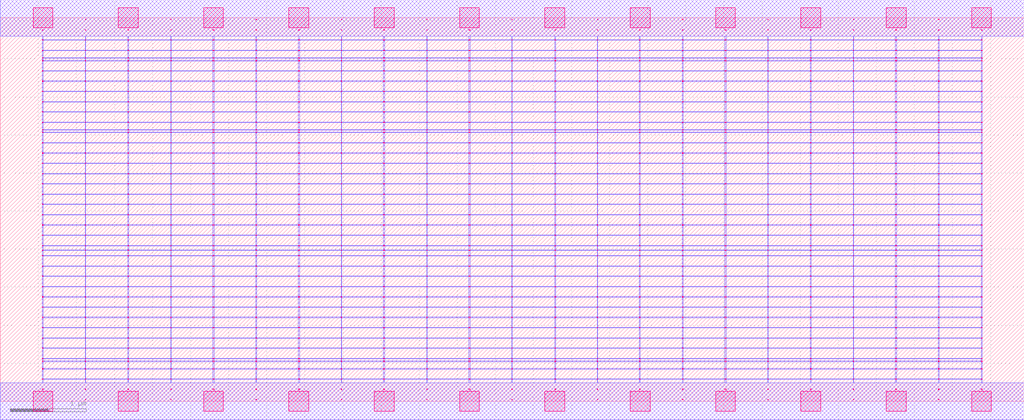
<source format=lef>
MACRO OOOAI3331_DEBUG
 CLASS CORE ;
 FOREIGN OOOAI3331_DEBUG 0 0 ;
 SIZE 13.44 BY 5.04 ;
 ORIGIN 0 0 ;
 SYMMETRY X Y R90 ;
 SITE unit ;

 OBS
    LAYER polycont ;
     RECT 6.71600000 2.58300000 6.72400000 2.59100000 ;
     RECT 6.71600000 2.71800000 6.72400000 2.72600000 ;
     RECT 6.71600000 2.85300000 6.72400000 2.86100000 ;
     RECT 6.71600000 2.98800000 6.72400000 2.99600000 ;
     RECT 8.95600000 2.58300000 8.96400000 2.59100000 ;
     RECT 9.51100000 2.58300000 9.52900000 2.59100000 ;
     RECT 10.07600000 2.58300000 10.08400000 2.59100000 ;
     RECT 10.63100000 2.58300000 10.64900000 2.59100000 ;
     RECT 11.19600000 2.58300000 11.20400000 2.59100000 ;
     RECT 11.75100000 2.58300000 11.76900000 2.59100000 ;
     RECT 12.31600000 2.58300000 12.32400000 2.59100000 ;
     RECT 12.87600000 2.58300000 12.88900000 2.59100000 ;
     RECT 7.27600000 2.58300000 7.28900000 2.59100000 ;
     RECT 7.27600000 2.71800000 7.28900000 2.72600000 ;
     RECT 7.83600000 2.71800000 7.84400000 2.72600000 ;
     RECT 8.39100000 2.71800000 8.40400000 2.72600000 ;
     RECT 8.95600000 2.71800000 8.96400000 2.72600000 ;
     RECT 9.51100000 2.71800000 9.52900000 2.72600000 ;
     RECT 10.07600000 2.71800000 10.08400000 2.72600000 ;
     RECT 10.63100000 2.71800000 10.64900000 2.72600000 ;
     RECT 11.19600000 2.71800000 11.20400000 2.72600000 ;
     RECT 11.75100000 2.71800000 11.76900000 2.72600000 ;
     RECT 12.31600000 2.71800000 12.32400000 2.72600000 ;
     RECT 12.87600000 2.71800000 12.88900000 2.72600000 ;
     RECT 7.83600000 2.58300000 7.84400000 2.59100000 ;
     RECT 7.27600000 2.85300000 7.28900000 2.86100000 ;
     RECT 7.83600000 2.85300000 7.84400000 2.86100000 ;
     RECT 8.39100000 2.85300000 8.40400000 2.86100000 ;
     RECT 8.95600000 2.85300000 8.96400000 2.86100000 ;
     RECT 9.51100000 2.85300000 9.52900000 2.86100000 ;
     RECT 10.07600000 2.85300000 10.08400000 2.86100000 ;
     RECT 10.63100000 2.85300000 10.64900000 2.86100000 ;
     RECT 11.19600000 2.85300000 11.20400000 2.86100000 ;
     RECT 11.75100000 2.85300000 11.76900000 2.86100000 ;
     RECT 12.31600000 2.85300000 12.32400000 2.86100000 ;
     RECT 12.87600000 2.85300000 12.88900000 2.86100000 ;
     RECT 8.39100000 2.58300000 8.40400000 2.59100000 ;
     RECT 7.27600000 2.98800000 7.28900000 2.99600000 ;
     RECT 7.83600000 2.98800000 7.84400000 2.99600000 ;
     RECT 8.39100000 2.98800000 8.40400000 2.99600000 ;
     RECT 8.95600000 2.98800000 8.96400000 2.99600000 ;
     RECT 9.51100000 2.98800000 9.52900000 2.99600000 ;
     RECT 10.07600000 2.98800000 10.08400000 2.99600000 ;
     RECT 10.63100000 2.98800000 10.64900000 2.99600000 ;
     RECT 11.19600000 2.98800000 11.20400000 2.99600000 ;
     RECT 11.75100000 2.98800000 11.76900000 2.99600000 ;
     RECT 12.31600000 2.98800000 12.32400000 2.99600000 ;
     RECT 12.87600000 2.98800000 12.88900000 2.99600000 ;
     RECT 7.83600000 3.12300000 7.84400000 3.13100000 ;
     RECT 7.83600000 3.25800000 7.84400000 3.26600000 ;
     RECT 7.83600000 3.39300000 7.84400000 3.40100000 ;
     RECT 7.83600000 3.52800000 7.84400000 3.53600000 ;
     RECT 7.83600000 3.56100000 7.84400000 3.56900000 ;
     RECT 7.83600000 3.66300000 7.84400000 3.67100000 ;
     RECT 7.83600000 3.79800000 7.84400000 3.80600000 ;
     RECT 7.83600000 3.93300000 7.84400000 3.94100000 ;
     RECT 7.83600000 4.06800000 7.84400000 4.07600000 ;
     RECT 7.83600000 4.20300000 7.84400000 4.21100000 ;
     RECT 7.83600000 4.33800000 7.84400000 4.34600000 ;
     RECT 7.83600000 4.47300000 7.84400000 4.48100000 ;
     RECT 7.83600000 4.51100000 7.84400000 4.51900000 ;
     RECT 7.83600000 4.60800000 7.84400000 4.61600000 ;
     RECT 7.83600000 4.74300000 7.84400000 4.75100000 ;
     RECT 7.83600000 4.87800000 7.84400000 4.88600000 ;
     RECT 5.03100000 2.71800000 5.04900000 2.72600000 ;
     RECT 5.59600000 2.71800000 5.60400000 2.72600000 ;
     RECT 6.15100000 2.71800000 6.16900000 2.72600000 ;
     RECT 1.11600000 2.58300000 1.12400000 2.59100000 ;
     RECT 1.67100000 2.58300000 1.68900000 2.59100000 ;
     RECT 0.55100000 2.98800000 0.56400000 2.99600000 ;
     RECT 1.11600000 2.98800000 1.12400000 2.99600000 ;
     RECT 1.67100000 2.98800000 1.68900000 2.99600000 ;
     RECT 2.23600000 2.98800000 2.24400000 2.99600000 ;
     RECT 2.79100000 2.98800000 2.80900000 2.99600000 ;
     RECT 3.35600000 2.98800000 3.36400000 2.99600000 ;
     RECT 3.91100000 2.98800000 3.92900000 2.99600000 ;
     RECT 4.47600000 2.98800000 4.48400000 2.99600000 ;
     RECT 5.03100000 2.98800000 5.04900000 2.99600000 ;
     RECT 5.59600000 2.98800000 5.60400000 2.99600000 ;
     RECT 6.15100000 2.98800000 6.16900000 2.99600000 ;
     RECT 2.23600000 2.58300000 2.24400000 2.59100000 ;
     RECT 2.79100000 2.58300000 2.80900000 2.59100000 ;
     RECT 3.35600000 2.58300000 3.36400000 2.59100000 ;
     RECT 3.91100000 2.58300000 3.92900000 2.59100000 ;
     RECT 4.47600000 2.58300000 4.48400000 2.59100000 ;
     RECT 5.03100000 2.58300000 5.04900000 2.59100000 ;
     RECT 5.59600000 2.58300000 5.60400000 2.59100000 ;
     RECT 6.15100000 2.58300000 6.16900000 2.59100000 ;
     RECT 0.55100000 2.58300000 0.56400000 2.59100000 ;
     RECT 0.55100000 2.71800000 0.56400000 2.72600000 ;
     RECT 0.55100000 2.85300000 0.56400000 2.86100000 ;
     RECT 1.11600000 2.85300000 1.12400000 2.86100000 ;
     RECT 1.67100000 2.85300000 1.68900000 2.86100000 ;
     RECT 2.23600000 2.85300000 2.24400000 2.86100000 ;
     RECT 2.79100000 2.85300000 2.80900000 2.86100000 ;
     RECT 3.35600000 2.85300000 3.36400000 2.86100000 ;
     RECT 3.91100000 2.85300000 3.92900000 2.86100000 ;
     RECT 4.47600000 2.85300000 4.48400000 2.86100000 ;
     RECT 5.03100000 2.85300000 5.04900000 2.86100000 ;
     RECT 5.59600000 2.85300000 5.60400000 2.86100000 ;
     RECT 6.15100000 2.85300000 6.16900000 2.86100000 ;
     RECT 1.11600000 2.71800000 1.12400000 2.72600000 ;
     RECT 1.67100000 2.71800000 1.68900000 2.72600000 ;
     RECT 2.23600000 2.71800000 2.24400000 2.72600000 ;
     RECT 2.79100000 2.71800000 2.80900000 2.72600000 ;
     RECT 3.35600000 2.71800000 3.36400000 2.72600000 ;
     RECT 3.91100000 2.71800000 3.92900000 2.72600000 ;
     RECT 4.47600000 2.71800000 4.48400000 2.72600000 ;
     RECT 12.31600000 1.90800000 12.32400000 1.91600000 ;
     RECT 12.87600000 1.90800000 12.88900000 1.91600000 ;
     RECT 12.31600000 1.98100000 12.32400000 1.98900000 ;
     RECT 12.87600000 1.98100000 12.88900000 1.98900000 ;
     RECT 12.31600000 2.04300000 12.32400000 2.05100000 ;
     RECT 12.87600000 2.04300000 12.88900000 2.05100000 ;
     RECT 12.31600000 2.17800000 12.32400000 2.18600000 ;
     RECT 12.87600000 2.17800000 12.88900000 2.18600000 ;
     RECT 12.31600000 2.31300000 12.32400000 2.32100000 ;
     RECT 12.87600000 2.31300000 12.88900000 2.32100000 ;
     RECT 12.31600000 2.44800000 12.32400000 2.45600000 ;
     RECT 12.87600000 2.44800000 12.88900000 2.45600000 ;
     RECT 12.31600000 0.15300000 12.32400000 0.16100000 ;
     RECT 12.87600000 0.15300000 12.88900000 0.16100000 ;
     RECT 12.31600000 0.28800000 12.32400000 0.29600000 ;
     RECT 12.87600000 0.28800000 12.88900000 0.29600000 ;
     RECT 12.31600000 0.42300000 12.32400000 0.43100000 ;
     RECT 12.87600000 0.42300000 12.88900000 0.43100000 ;
     RECT 12.31600000 0.52100000 12.32400000 0.52900000 ;
     RECT 12.87600000 0.52100000 12.88900000 0.52900000 ;
     RECT 12.31600000 0.55800000 12.32400000 0.56600000 ;
     RECT 12.87600000 0.55800000 12.88900000 0.56600000 ;
     RECT 12.31600000 0.69300000 12.32400000 0.70100000 ;
     RECT 12.87600000 0.69300000 12.88900000 0.70100000 ;
     RECT 12.31600000 0.82800000 12.32400000 0.83600000 ;
     RECT 12.87600000 0.82800000 12.88900000 0.83600000 ;
     RECT 12.31600000 0.96300000 12.32400000 0.97100000 ;
     RECT 12.87600000 0.96300000 12.88900000 0.97100000 ;
     RECT 12.31600000 1.09800000 12.32400000 1.10600000 ;
     RECT 12.87600000 1.09800000 12.88900000 1.10600000 ;
     RECT 12.31600000 1.23300000 12.32400000 1.24100000 ;
     RECT 12.87600000 1.23300000 12.88900000 1.24100000 ;
     RECT 12.31600000 1.36800000 12.32400000 1.37600000 ;
     RECT 12.87600000 1.36800000 12.88900000 1.37600000 ;
     RECT 12.31600000 1.50300000 12.32400000 1.51100000 ;
     RECT 12.87600000 1.50300000 12.88900000 1.51100000 ;
     RECT 12.31600000 1.63800000 12.32400000 1.64600000 ;
     RECT 12.87600000 1.63800000 12.88900000 1.64600000 ;
     RECT 12.31600000 1.77300000 12.32400000 1.78100000 ;
     RECT 12.87600000 1.77300000 12.88900000 1.78100000 ;

    LAYER pdiffc ;
     RECT 0.55100000 3.39300000 0.55900000 3.40100000 ;
     RECT 7.28100000 3.39300000 7.28900000 3.40100000 ;
     RECT 8.39100000 3.39300000 8.39900000 3.40100000 ;
     RECT 12.88100000 3.39300000 12.88900000 3.40100000 ;
     RECT 0.55100000 3.52800000 0.55900000 3.53600000 ;
     RECT 7.28100000 3.52800000 7.28900000 3.53600000 ;
     RECT 8.39100000 3.52800000 8.39900000 3.53600000 ;
     RECT 12.88100000 3.52800000 12.88900000 3.53600000 ;
     RECT 0.55100000 3.56100000 0.55900000 3.56900000 ;
     RECT 7.28100000 3.56100000 7.28900000 3.56900000 ;
     RECT 8.39100000 3.56100000 8.39900000 3.56900000 ;
     RECT 12.88100000 3.56100000 12.88900000 3.56900000 ;
     RECT 0.55100000 3.66300000 0.55900000 3.67100000 ;
     RECT 7.28100000 3.66300000 7.28900000 3.67100000 ;
     RECT 8.39100000 3.66300000 8.39900000 3.67100000 ;
     RECT 12.88100000 3.66300000 12.88900000 3.67100000 ;
     RECT 0.55100000 3.79800000 0.55900000 3.80600000 ;
     RECT 7.28100000 3.79800000 7.28900000 3.80600000 ;
     RECT 8.39100000 3.79800000 8.39900000 3.80600000 ;
     RECT 12.88100000 3.79800000 12.88900000 3.80600000 ;
     RECT 0.55100000 3.93300000 0.55900000 3.94100000 ;
     RECT 7.28100000 3.93300000 7.28900000 3.94100000 ;
     RECT 8.39100000 3.93300000 8.39900000 3.94100000 ;
     RECT 12.88100000 3.93300000 12.88900000 3.94100000 ;
     RECT 0.55100000 4.06800000 0.55900000 4.07600000 ;
     RECT 7.28100000 4.06800000 7.28900000 4.07600000 ;
     RECT 8.39100000 4.06800000 8.39900000 4.07600000 ;
     RECT 12.88100000 4.06800000 12.88900000 4.07600000 ;
     RECT 0.55100000 4.20300000 0.55900000 4.21100000 ;
     RECT 7.28100000 4.20300000 7.28900000 4.21100000 ;
     RECT 8.39100000 4.20300000 8.39900000 4.21100000 ;
     RECT 12.88100000 4.20300000 12.88900000 4.21100000 ;
     RECT 0.55100000 4.33800000 0.55900000 4.34600000 ;
     RECT 7.28100000 4.33800000 7.28900000 4.34600000 ;
     RECT 8.39100000 4.33800000 8.39900000 4.34600000 ;
     RECT 12.88100000 4.33800000 12.88900000 4.34600000 ;
     RECT 0.55100000 4.47300000 0.55900000 4.48100000 ;
     RECT 7.28100000 4.47300000 7.28900000 4.48100000 ;
     RECT 8.39100000 4.47300000 8.39900000 4.48100000 ;
     RECT 12.88100000 4.47300000 12.88900000 4.48100000 ;
     RECT 0.55100000 4.51100000 0.55900000 4.51900000 ;
     RECT 7.28100000 4.51100000 7.28900000 4.51900000 ;
     RECT 8.39100000 4.51100000 8.39900000 4.51900000 ;
     RECT 12.88100000 4.51100000 12.88900000 4.51900000 ;
     RECT 0.55100000 4.60800000 0.55900000 4.61600000 ;
     RECT 7.28100000 4.60800000 7.28900000 4.61600000 ;
     RECT 8.39100000 4.60800000 8.39900000 4.61600000 ;
     RECT 12.88100000 4.60800000 12.88900000 4.61600000 ;

    LAYER ndiffc ;
     RECT 6.15100000 0.42300000 6.16900000 0.43100000 ;
     RECT 6.15100000 0.52100000 6.16900000 0.52900000 ;
     RECT 6.15100000 0.55800000 6.16900000 0.56600000 ;
     RECT 6.15100000 0.69300000 6.16900000 0.70100000 ;
     RECT 6.15100000 0.82800000 6.16900000 0.83600000 ;
     RECT 6.15100000 0.96300000 6.16900000 0.97100000 ;
     RECT 6.15100000 1.09800000 6.16900000 1.10600000 ;
     RECT 6.15100000 1.23300000 6.16900000 1.24100000 ;
     RECT 6.15100000 1.36800000 6.16900000 1.37600000 ;
     RECT 6.15100000 1.50300000 6.16900000 1.51100000 ;
     RECT 6.15100000 1.63800000 6.16900000 1.64600000 ;
     RECT 6.15100000 1.77300000 6.16900000 1.78100000 ;
     RECT 6.15100000 1.90800000 6.16900000 1.91600000 ;
     RECT 6.15100000 1.98100000 6.16900000 1.98900000 ;
     RECT 6.15100000 2.04300000 6.16900000 2.05100000 ;
     RECT 9.51100000 0.55800000 9.52900000 0.56600000 ;
     RECT 10.63100000 0.55800000 10.64900000 0.56600000 ;
     RECT 11.75100000 0.55800000 11.76900000 0.56600000 ;
     RECT 9.51100000 0.42300000 9.52900000 0.43100000 ;
     RECT 7.27600000 0.69300000 7.28900000 0.70100000 ;
     RECT 8.39100000 0.69300000 8.40400000 0.70100000 ;
     RECT 9.51100000 0.69300000 9.52900000 0.70100000 ;
     RECT 10.63100000 0.69300000 10.64900000 0.70100000 ;
     RECT 11.75100000 0.69300000 11.76900000 0.70100000 ;
     RECT 10.63100000 0.42300000 10.64900000 0.43100000 ;
     RECT 7.27600000 0.82800000 7.28900000 0.83600000 ;
     RECT 8.39100000 0.82800000 8.40400000 0.83600000 ;
     RECT 9.51100000 0.82800000 9.52900000 0.83600000 ;
     RECT 10.63100000 0.82800000 10.64900000 0.83600000 ;
     RECT 11.75100000 0.82800000 11.76900000 0.83600000 ;
     RECT 11.75100000 0.42300000 11.76900000 0.43100000 ;
     RECT 7.27600000 0.96300000 7.28900000 0.97100000 ;
     RECT 8.39100000 0.96300000 8.40400000 0.97100000 ;
     RECT 9.51100000 0.96300000 9.52900000 0.97100000 ;
     RECT 10.63100000 0.96300000 10.64900000 0.97100000 ;
     RECT 11.75100000 0.96300000 11.76900000 0.97100000 ;
     RECT 7.27600000 0.42300000 7.28900000 0.43100000 ;
     RECT 7.27600000 1.09800000 7.28900000 1.10600000 ;
     RECT 8.39100000 1.09800000 8.40400000 1.10600000 ;
     RECT 9.51100000 1.09800000 9.52900000 1.10600000 ;
     RECT 10.63100000 1.09800000 10.64900000 1.10600000 ;
     RECT 11.75100000 1.09800000 11.76900000 1.10600000 ;
     RECT 7.27600000 0.52100000 7.28900000 0.52900000 ;
     RECT 7.27600000 1.23300000 7.28900000 1.24100000 ;
     RECT 8.39100000 1.23300000 8.40400000 1.24100000 ;
     RECT 9.51100000 1.23300000 9.52900000 1.24100000 ;
     RECT 10.63100000 1.23300000 10.64900000 1.24100000 ;
     RECT 11.75100000 1.23300000 11.76900000 1.24100000 ;
     RECT 8.39100000 0.52100000 8.40400000 0.52900000 ;
     RECT 7.27600000 1.36800000 7.28900000 1.37600000 ;
     RECT 8.39100000 1.36800000 8.40400000 1.37600000 ;
     RECT 9.51100000 1.36800000 9.52900000 1.37600000 ;
     RECT 10.63100000 1.36800000 10.64900000 1.37600000 ;
     RECT 11.75100000 1.36800000 11.76900000 1.37600000 ;
     RECT 9.51100000 0.52100000 9.52900000 0.52900000 ;
     RECT 7.27600000 1.50300000 7.28900000 1.51100000 ;
     RECT 8.39100000 1.50300000 8.40400000 1.51100000 ;
     RECT 9.51100000 1.50300000 9.52900000 1.51100000 ;
     RECT 10.63100000 1.50300000 10.64900000 1.51100000 ;
     RECT 11.75100000 1.50300000 11.76900000 1.51100000 ;
     RECT 10.63100000 0.52100000 10.64900000 0.52900000 ;
     RECT 7.27600000 1.63800000 7.28900000 1.64600000 ;
     RECT 8.39100000 1.63800000 8.40400000 1.64600000 ;
     RECT 9.51100000 1.63800000 9.52900000 1.64600000 ;
     RECT 10.63100000 1.63800000 10.64900000 1.64600000 ;
     RECT 11.75100000 1.63800000 11.76900000 1.64600000 ;
     RECT 11.75100000 0.52100000 11.76900000 0.52900000 ;
     RECT 7.27600000 1.77300000 7.28900000 1.78100000 ;
     RECT 8.39100000 1.77300000 8.40400000 1.78100000 ;
     RECT 9.51100000 1.77300000 9.52900000 1.78100000 ;
     RECT 10.63100000 1.77300000 10.64900000 1.78100000 ;
     RECT 11.75100000 1.77300000 11.76900000 1.78100000 ;
     RECT 8.39100000 0.42300000 8.40400000 0.43100000 ;
     RECT 7.27600000 1.90800000 7.28900000 1.91600000 ;
     RECT 8.39100000 1.90800000 8.40400000 1.91600000 ;
     RECT 9.51100000 1.90800000 9.52900000 1.91600000 ;
     RECT 10.63100000 1.90800000 10.64900000 1.91600000 ;
     RECT 11.75100000 1.90800000 11.76900000 1.91600000 ;
     RECT 7.27600000 0.55800000 7.28900000 0.56600000 ;
     RECT 7.27600000 1.98100000 7.28900000 1.98900000 ;
     RECT 8.39100000 1.98100000 8.40400000 1.98900000 ;
     RECT 9.51100000 1.98100000 9.52900000 1.98900000 ;
     RECT 10.63100000 1.98100000 10.64900000 1.98900000 ;
     RECT 11.75100000 1.98100000 11.76900000 1.98900000 ;
     RECT 8.39100000 0.55800000 8.40400000 0.56600000 ;
     RECT 7.27600000 2.04300000 7.28900000 2.05100000 ;
     RECT 8.39100000 2.04300000 8.40400000 2.05100000 ;
     RECT 9.51100000 2.04300000 9.52900000 2.05100000 ;
     RECT 10.63100000 2.04300000 10.64900000 2.05100000 ;
     RECT 11.75100000 2.04300000 11.76900000 2.05100000 ;
     RECT 2.79100000 1.36800000 2.80900000 1.37600000 ;
     RECT 3.91100000 1.36800000 3.92900000 1.37600000 ;
     RECT 5.03100000 1.36800000 5.04900000 1.37600000 ;
     RECT 5.03100000 0.82800000 5.04900000 0.83600000 ;
     RECT 2.79100000 0.55800000 2.80900000 0.56600000 ;
     RECT 3.91100000 0.55800000 3.92900000 0.56600000 ;
     RECT 5.03100000 0.55800000 5.04900000 0.56600000 ;
     RECT 1.67100000 0.52100000 1.68900000 0.52900000 ;
     RECT 2.79100000 0.52100000 2.80900000 0.52900000 ;
     RECT 0.55100000 1.50300000 0.56400000 1.51100000 ;
     RECT 1.67100000 1.50300000 1.68900000 1.51100000 ;
     RECT 2.79100000 1.50300000 2.80900000 1.51100000 ;
     RECT 3.91100000 1.50300000 3.92900000 1.51100000 ;
     RECT 5.03100000 1.50300000 5.04900000 1.51100000 ;
     RECT 3.91100000 0.52100000 3.92900000 0.52900000 ;
     RECT 0.55100000 0.96300000 0.56400000 0.97100000 ;
     RECT 1.67100000 0.96300000 1.68900000 0.97100000 ;
     RECT 2.79100000 0.96300000 2.80900000 0.97100000 ;
     RECT 3.91100000 0.96300000 3.92900000 0.97100000 ;
     RECT 5.03100000 0.96300000 5.04900000 0.97100000 ;
     RECT 0.55100000 1.63800000 0.56400000 1.64600000 ;
     RECT 1.67100000 1.63800000 1.68900000 1.64600000 ;
     RECT 2.79100000 1.63800000 2.80900000 1.64600000 ;
     RECT 3.91100000 1.63800000 3.92900000 1.64600000 ;
     RECT 5.03100000 1.63800000 5.04900000 1.64600000 ;
     RECT 5.03100000 0.52100000 5.04900000 0.52900000 ;
     RECT 1.67100000 0.42300000 1.68900000 0.43100000 ;
     RECT 2.79100000 0.42300000 2.80900000 0.43100000 ;
     RECT 0.55100000 0.69300000 0.56400000 0.70100000 ;
     RECT 1.67100000 0.69300000 1.68900000 0.70100000 ;
     RECT 2.79100000 0.69300000 2.80900000 0.70100000 ;
     RECT 0.55100000 1.77300000 0.56400000 1.78100000 ;
     RECT 1.67100000 1.77300000 1.68900000 1.78100000 ;
     RECT 2.79100000 1.77300000 2.80900000 1.78100000 ;
     RECT 3.91100000 1.77300000 3.92900000 1.78100000 ;
     RECT 5.03100000 1.77300000 5.04900000 1.78100000 ;
     RECT 0.55100000 1.09800000 0.56400000 1.10600000 ;
     RECT 1.67100000 1.09800000 1.68900000 1.10600000 ;
     RECT 2.79100000 1.09800000 2.80900000 1.10600000 ;
     RECT 3.91100000 1.09800000 3.92900000 1.10600000 ;
     RECT 5.03100000 1.09800000 5.04900000 1.10600000 ;
     RECT 3.91100000 0.69300000 3.92900000 0.70100000 ;
     RECT 0.55100000 1.90800000 0.56400000 1.91600000 ;
     RECT 1.67100000 1.90800000 1.68900000 1.91600000 ;
     RECT 2.79100000 1.90800000 2.80900000 1.91600000 ;
     RECT 3.91100000 1.90800000 3.92900000 1.91600000 ;
     RECT 5.03100000 1.90800000 5.04900000 1.91600000 ;
     RECT 5.03100000 0.69300000 5.04900000 0.70100000 ;
     RECT 3.91100000 0.42300000 3.92900000 0.43100000 ;
     RECT 5.03100000 0.42300000 5.04900000 0.43100000 ;
     RECT 0.55100000 0.42300000 0.56400000 0.43100000 ;
     RECT 0.55100000 0.52100000 0.56400000 0.52900000 ;
     RECT 0.55100000 1.23300000 0.56400000 1.24100000 ;
     RECT 0.55100000 1.98100000 0.56400000 1.98900000 ;
     RECT 1.67100000 1.98100000 1.68900000 1.98900000 ;
     RECT 2.79100000 1.98100000 2.80900000 1.98900000 ;
     RECT 3.91100000 1.98100000 3.92900000 1.98900000 ;
     RECT 5.03100000 1.98100000 5.04900000 1.98900000 ;
     RECT 1.67100000 1.23300000 1.68900000 1.24100000 ;
     RECT 2.79100000 1.23300000 2.80900000 1.24100000 ;
     RECT 3.91100000 1.23300000 3.92900000 1.24100000 ;
     RECT 5.03100000 1.23300000 5.04900000 1.24100000 ;
     RECT 0.55100000 0.55800000 0.56400000 0.56600000 ;
     RECT 1.67100000 0.55800000 1.68900000 0.56600000 ;
     RECT 0.55100000 2.04300000 0.56400000 2.05100000 ;
     RECT 1.67100000 2.04300000 1.68900000 2.05100000 ;
     RECT 2.79100000 2.04300000 2.80900000 2.05100000 ;
     RECT 3.91100000 2.04300000 3.92900000 2.05100000 ;
     RECT 5.03100000 2.04300000 5.04900000 2.05100000 ;
     RECT 0.55100000 0.82800000 0.56400000 0.83600000 ;
     RECT 1.67100000 0.82800000 1.68900000 0.83600000 ;
     RECT 2.79100000 0.82800000 2.80900000 0.83600000 ;
     RECT 3.91100000 0.82800000 3.92900000 0.83600000 ;
     RECT 0.55100000 1.36800000 0.56400000 1.37600000 ;
     RECT 1.67100000 1.36800000 1.68900000 1.37600000 ;

    LAYER met1 ;
     RECT 0.00000000 -0.24000000 13.44000000 0.24000000 ;
     RECT 6.71600000 0.24000000 6.72400000 0.28800000 ;
     RECT 0.55100000 0.28800000 12.88900000 0.29600000 ;
     RECT 6.71600000 0.29600000 6.72400000 0.42300000 ;
     RECT 0.55100000 0.42300000 12.88900000 0.43100000 ;
     RECT 6.71600000 0.43100000 6.72400000 0.52100000 ;
     RECT 0.55100000 0.52100000 12.88900000 0.52900000 ;
     RECT 6.71600000 0.52900000 6.72400000 0.55800000 ;
     RECT 0.55100000 0.55800000 12.88900000 0.56600000 ;
     RECT 6.71600000 0.56600000 6.72400000 0.69300000 ;
     RECT 0.55100000 0.69300000 12.88900000 0.70100000 ;
     RECT 6.71600000 0.70100000 6.72400000 0.82800000 ;
     RECT 0.55100000 0.82800000 12.88900000 0.83600000 ;
     RECT 6.71600000 0.83600000 6.72400000 0.96300000 ;
     RECT 0.55100000 0.96300000 12.88900000 0.97100000 ;
     RECT 6.71600000 0.97100000 6.72400000 1.09800000 ;
     RECT 0.55100000 1.09800000 12.88900000 1.10600000 ;
     RECT 6.71600000 1.10600000 6.72400000 1.23300000 ;
     RECT 0.55100000 1.23300000 12.88900000 1.24100000 ;
     RECT 6.71600000 1.24100000 6.72400000 1.36800000 ;
     RECT 0.55100000 1.36800000 12.88900000 1.37600000 ;
     RECT 6.71600000 1.37600000 6.72400000 1.50300000 ;
     RECT 0.55100000 1.50300000 12.88900000 1.51100000 ;
     RECT 6.71600000 1.51100000 6.72400000 1.63800000 ;
     RECT 0.55100000 1.63800000 12.88900000 1.64600000 ;
     RECT 6.71600000 1.64600000 6.72400000 1.77300000 ;
     RECT 0.55100000 1.77300000 12.88900000 1.78100000 ;
     RECT 6.71600000 1.78100000 6.72400000 1.90800000 ;
     RECT 0.55100000 1.90800000 12.88900000 1.91600000 ;
     RECT 6.71600000 1.91600000 6.72400000 1.98100000 ;
     RECT 0.55100000 1.98100000 12.88900000 1.98900000 ;
     RECT 6.71600000 1.98900000 6.72400000 2.04300000 ;
     RECT 0.55100000 2.04300000 12.88900000 2.05100000 ;
     RECT 6.71600000 2.05100000 6.72400000 2.17800000 ;
     RECT 0.55100000 2.17800000 12.88900000 2.18600000 ;
     RECT 6.71600000 2.18600000 6.72400000 2.31300000 ;
     RECT 0.55100000 2.31300000 12.88900000 2.32100000 ;
     RECT 6.71600000 2.32100000 6.72400000 2.44800000 ;
     RECT 0.55100000 2.44800000 12.88900000 2.45600000 ;
     RECT 0.55100000 2.45600000 0.56400000 2.58300000 ;
     RECT 1.11600000 2.45600000 1.12400000 2.58300000 ;
     RECT 1.67100000 2.45600000 1.68900000 2.58300000 ;
     RECT 2.23600000 2.45600000 2.24400000 2.58300000 ;
     RECT 2.79100000 2.45600000 2.80900000 2.58300000 ;
     RECT 3.35600000 2.45600000 3.36400000 2.58300000 ;
     RECT 3.91100000 2.45600000 3.92900000 2.58300000 ;
     RECT 4.47600000 2.45600000 4.48400000 2.58300000 ;
     RECT 5.03100000 2.45600000 5.04900000 2.58300000 ;
     RECT 5.59600000 2.45600000 5.60400000 2.58300000 ;
     RECT 6.15100000 2.45600000 6.16900000 2.58300000 ;
     RECT 6.71600000 2.45600000 6.72400000 2.58300000 ;
     RECT 7.27600000 2.45600000 7.28900000 2.58300000 ;
     RECT 7.83600000 2.45600000 7.84400000 2.58300000 ;
     RECT 8.39100000 2.45600000 8.40400000 2.58300000 ;
     RECT 8.95600000 2.45600000 8.96400000 2.58300000 ;
     RECT 9.51100000 2.45600000 9.52900000 2.58300000 ;
     RECT 10.07600000 2.45600000 10.08400000 2.58300000 ;
     RECT 10.63100000 2.45600000 10.64900000 2.58300000 ;
     RECT 11.19600000 2.45600000 11.20400000 2.58300000 ;
     RECT 11.75100000 2.45600000 11.76900000 2.58300000 ;
     RECT 12.31600000 2.45600000 12.32400000 2.58300000 ;
     RECT 12.87600000 2.45600000 12.88900000 2.58300000 ;
     RECT 0.55100000 2.58300000 12.88900000 2.59100000 ;
     RECT 6.71600000 2.59100000 6.72400000 2.71800000 ;
     RECT 0.55100000 2.71800000 12.88900000 2.72600000 ;
     RECT 6.71600000 2.72600000 6.72400000 2.85300000 ;
     RECT 0.55100000 2.85300000 12.88900000 2.86100000 ;
     RECT 6.71600000 2.86100000 6.72400000 2.98800000 ;
     RECT 0.55100000 2.98800000 12.88900000 2.99600000 ;
     RECT 6.71600000 2.99600000 6.72400000 3.12300000 ;
     RECT 0.55100000 3.12300000 12.88900000 3.13100000 ;
     RECT 6.71600000 3.13100000 6.72400000 3.25800000 ;
     RECT 0.55100000 3.25800000 12.88900000 3.26600000 ;
     RECT 6.71600000 3.26600000 6.72400000 3.39300000 ;
     RECT 0.55100000 3.39300000 12.88900000 3.40100000 ;
     RECT 6.71600000 3.40100000 6.72400000 3.52800000 ;
     RECT 0.55100000 3.52800000 12.88900000 3.53600000 ;
     RECT 6.71600000 3.53600000 6.72400000 3.56100000 ;
     RECT 0.55100000 3.56100000 12.88900000 3.56900000 ;
     RECT 6.71600000 3.56900000 6.72400000 3.66300000 ;
     RECT 0.55100000 3.66300000 12.88900000 3.67100000 ;
     RECT 6.71600000 3.67100000 6.72400000 3.79800000 ;
     RECT 0.55100000 3.79800000 12.88900000 3.80600000 ;
     RECT 6.71600000 3.80600000 6.72400000 3.93300000 ;
     RECT 0.55100000 3.93300000 12.88900000 3.94100000 ;
     RECT 6.71600000 3.94100000 6.72400000 4.06800000 ;
     RECT 0.55100000 4.06800000 12.88900000 4.07600000 ;
     RECT 6.71600000 4.07600000 6.72400000 4.20300000 ;
     RECT 0.55100000 4.20300000 12.88900000 4.21100000 ;
     RECT 6.71600000 4.21100000 6.72400000 4.33800000 ;
     RECT 0.55100000 4.33800000 12.88900000 4.34600000 ;
     RECT 6.71600000 4.34600000 6.72400000 4.47300000 ;
     RECT 0.55100000 4.47300000 12.88900000 4.48100000 ;
     RECT 6.71600000 4.48100000 6.72400000 4.51100000 ;
     RECT 0.55100000 4.51100000 12.88900000 4.51900000 ;
     RECT 6.71600000 4.51900000 6.72400000 4.60800000 ;
     RECT 0.55100000 4.60800000 12.88900000 4.61600000 ;
     RECT 6.71600000 4.61600000 6.72400000 4.74300000 ;
     RECT 0.55100000 4.74300000 12.88900000 4.75100000 ;
     RECT 6.71600000 4.75100000 6.72400000 4.80000000 ;
     RECT 0.00000000 4.80000000 13.44000000 5.28000000 ;
     RECT 10.07600000 2.59100000 10.08400000 2.71800000 ;
     RECT 10.07600000 2.99600000 10.08400000 3.12300000 ;
     RECT 10.07600000 3.13100000 10.08400000 3.25800000 ;
     RECT 10.07600000 3.26600000 10.08400000 3.39300000 ;
     RECT 10.07600000 3.40100000 10.08400000 3.52800000 ;
     RECT 10.07600000 3.53600000 10.08400000 3.56100000 ;
     RECT 10.07600000 3.56900000 10.08400000 3.66300000 ;
     RECT 10.07600000 3.67100000 10.08400000 3.79800000 ;
     RECT 10.07600000 2.72600000 10.08400000 2.85300000 ;
     RECT 7.27600000 3.80600000 7.28900000 3.93300000 ;
     RECT 7.83600000 3.80600000 7.84400000 3.93300000 ;
     RECT 8.39100000 3.80600000 8.40400000 3.93300000 ;
     RECT 8.95600000 3.80600000 8.96400000 3.93300000 ;
     RECT 9.51100000 3.80600000 9.52900000 3.93300000 ;
     RECT 10.07600000 3.80600000 10.08400000 3.93300000 ;
     RECT 10.63100000 3.80600000 10.64900000 3.93300000 ;
     RECT 11.19600000 3.80600000 11.20400000 3.93300000 ;
     RECT 11.75100000 3.80600000 11.76900000 3.93300000 ;
     RECT 12.31600000 3.80600000 12.32400000 3.93300000 ;
     RECT 12.87600000 3.80600000 12.88900000 3.93300000 ;
     RECT 10.07600000 3.94100000 10.08400000 4.06800000 ;
     RECT 10.07600000 4.07600000 10.08400000 4.20300000 ;
     RECT 10.07600000 4.21100000 10.08400000 4.33800000 ;
     RECT 10.07600000 4.34600000 10.08400000 4.47300000 ;
     RECT 10.07600000 4.48100000 10.08400000 4.51100000 ;
     RECT 10.07600000 2.86100000 10.08400000 2.98800000 ;
     RECT 10.07600000 4.51900000 10.08400000 4.60800000 ;
     RECT 10.07600000 4.61600000 10.08400000 4.74300000 ;
     RECT 10.07600000 4.75100000 10.08400000 4.80000000 ;
     RECT 11.75100000 4.07600000 11.76900000 4.20300000 ;
     RECT 12.31600000 4.07600000 12.32400000 4.20300000 ;
     RECT 12.87600000 4.07600000 12.88900000 4.20300000 ;
     RECT 11.19600000 3.94100000 11.20400000 4.06800000 ;
     RECT 10.63100000 4.21100000 10.64900000 4.33800000 ;
     RECT 11.19600000 4.21100000 11.20400000 4.33800000 ;
     RECT 11.75100000 4.21100000 11.76900000 4.33800000 ;
     RECT 12.31600000 4.21100000 12.32400000 4.33800000 ;
     RECT 12.87600000 4.21100000 12.88900000 4.33800000 ;
     RECT 11.75100000 3.94100000 11.76900000 4.06800000 ;
     RECT 10.63100000 4.34600000 10.64900000 4.47300000 ;
     RECT 11.19600000 4.34600000 11.20400000 4.47300000 ;
     RECT 11.75100000 4.34600000 11.76900000 4.47300000 ;
     RECT 12.31600000 4.34600000 12.32400000 4.47300000 ;
     RECT 12.87600000 4.34600000 12.88900000 4.47300000 ;
     RECT 12.31600000 3.94100000 12.32400000 4.06800000 ;
     RECT 10.63100000 4.48100000 10.64900000 4.51100000 ;
     RECT 11.19600000 4.48100000 11.20400000 4.51100000 ;
     RECT 11.75100000 4.48100000 11.76900000 4.51100000 ;
     RECT 12.31600000 4.48100000 12.32400000 4.51100000 ;
     RECT 12.87600000 4.48100000 12.88900000 4.51100000 ;
     RECT 12.87600000 3.94100000 12.88900000 4.06800000 ;
     RECT 10.63100000 3.94100000 10.64900000 4.06800000 ;
     RECT 10.63100000 4.51900000 10.64900000 4.60800000 ;
     RECT 11.19600000 4.51900000 11.20400000 4.60800000 ;
     RECT 11.75100000 4.51900000 11.76900000 4.60800000 ;
     RECT 12.31600000 4.51900000 12.32400000 4.60800000 ;
     RECT 12.87600000 4.51900000 12.88900000 4.60800000 ;
     RECT 10.63100000 4.07600000 10.64900000 4.20300000 ;
     RECT 10.63100000 4.61600000 10.64900000 4.74300000 ;
     RECT 11.19600000 4.61600000 11.20400000 4.74300000 ;
     RECT 11.75100000 4.61600000 11.76900000 4.74300000 ;
     RECT 12.31600000 4.61600000 12.32400000 4.74300000 ;
     RECT 12.87600000 4.61600000 12.88900000 4.74300000 ;
     RECT 11.19600000 4.07600000 11.20400000 4.20300000 ;
     RECT 10.63100000 4.75100000 10.64900000 4.80000000 ;
     RECT 11.19600000 4.75100000 11.20400000 4.80000000 ;
     RECT 11.75100000 4.75100000 11.76900000 4.80000000 ;
     RECT 12.31600000 4.75100000 12.32400000 4.80000000 ;
     RECT 12.87600000 4.75100000 12.88900000 4.80000000 ;
     RECT 8.39100000 4.21100000 8.40400000 4.33800000 ;
     RECT 8.95600000 4.21100000 8.96400000 4.33800000 ;
     RECT 9.51100000 4.21100000 9.52900000 4.33800000 ;
     RECT 7.83600000 4.07600000 7.84400000 4.20300000 ;
     RECT 8.39100000 4.07600000 8.40400000 4.20300000 ;
     RECT 8.95600000 4.07600000 8.96400000 4.20300000 ;
     RECT 9.51100000 4.07600000 9.52900000 4.20300000 ;
     RECT 7.27600000 4.51900000 7.28900000 4.60800000 ;
     RECT 7.83600000 4.51900000 7.84400000 4.60800000 ;
     RECT 8.39100000 4.51900000 8.40400000 4.60800000 ;
     RECT 8.95600000 4.51900000 8.96400000 4.60800000 ;
     RECT 9.51100000 4.51900000 9.52900000 4.60800000 ;
     RECT 7.83600000 3.94100000 7.84400000 4.06800000 ;
     RECT 8.39100000 3.94100000 8.40400000 4.06800000 ;
     RECT 7.27600000 4.34600000 7.28900000 4.47300000 ;
     RECT 7.83600000 4.34600000 7.84400000 4.47300000 ;
     RECT 8.39100000 4.34600000 8.40400000 4.47300000 ;
     RECT 8.95600000 4.34600000 8.96400000 4.47300000 ;
     RECT 7.27600000 4.61600000 7.28900000 4.74300000 ;
     RECT 7.83600000 4.61600000 7.84400000 4.74300000 ;
     RECT 8.39100000 4.61600000 8.40400000 4.74300000 ;
     RECT 8.95600000 4.61600000 8.96400000 4.74300000 ;
     RECT 9.51100000 4.61600000 9.52900000 4.74300000 ;
     RECT 9.51100000 4.34600000 9.52900000 4.47300000 ;
     RECT 8.95600000 3.94100000 8.96400000 4.06800000 ;
     RECT 9.51100000 3.94100000 9.52900000 4.06800000 ;
     RECT 7.27600000 3.94100000 7.28900000 4.06800000 ;
     RECT 7.27600000 4.07600000 7.28900000 4.20300000 ;
     RECT 7.27600000 4.21100000 7.28900000 4.33800000 ;
     RECT 7.27600000 4.75100000 7.28900000 4.80000000 ;
     RECT 7.83600000 4.75100000 7.84400000 4.80000000 ;
     RECT 8.39100000 4.75100000 8.40400000 4.80000000 ;
     RECT 8.95600000 4.75100000 8.96400000 4.80000000 ;
     RECT 9.51100000 4.75100000 9.52900000 4.80000000 ;
     RECT 7.83600000 4.21100000 7.84400000 4.33800000 ;
     RECT 7.27600000 4.48100000 7.28900000 4.51100000 ;
     RECT 7.83600000 4.48100000 7.84400000 4.51100000 ;
     RECT 8.39100000 4.48100000 8.40400000 4.51100000 ;
     RECT 8.95600000 4.48100000 8.96400000 4.51100000 ;
     RECT 9.51100000 4.48100000 9.52900000 4.51100000 ;
     RECT 7.83600000 2.99600000 7.84400000 3.12300000 ;
     RECT 7.27600000 2.59100000 7.28900000 2.71800000 ;
     RECT 8.39100000 2.86100000 8.40400000 2.98800000 ;
     RECT 8.95600000 2.86100000 8.96400000 2.98800000 ;
     RECT 7.27600000 3.40100000 7.28900000 3.52800000 ;
     RECT 7.83600000 3.40100000 7.84400000 3.52800000 ;
     RECT 8.39100000 3.40100000 8.40400000 3.52800000 ;
     RECT 8.95600000 3.40100000 8.96400000 3.52800000 ;
     RECT 9.51100000 3.40100000 9.52900000 3.52800000 ;
     RECT 8.39100000 2.99600000 8.40400000 3.12300000 ;
     RECT 7.83600000 2.59100000 7.84400000 2.71800000 ;
     RECT 7.27600000 2.72600000 7.28900000 2.85300000 ;
     RECT 7.27600000 3.53600000 7.28900000 3.56100000 ;
     RECT 7.83600000 3.53600000 7.84400000 3.56100000 ;
     RECT 8.39100000 3.53600000 8.40400000 3.56100000 ;
     RECT 9.51100000 2.86100000 9.52900000 2.98800000 ;
     RECT 8.95600000 3.53600000 8.96400000 3.56100000 ;
     RECT 9.51100000 3.53600000 9.52900000 3.56100000 ;
     RECT 8.95600000 2.99600000 8.96400000 3.12300000 ;
     RECT 7.83600000 2.72600000 7.84400000 2.85300000 ;
     RECT 8.39100000 2.72600000 8.40400000 2.85300000 ;
     RECT 7.27600000 3.56900000 7.28900000 3.66300000 ;
     RECT 7.83600000 3.56900000 7.84400000 3.66300000 ;
     RECT 8.39100000 3.56900000 8.40400000 3.66300000 ;
     RECT 8.95600000 3.56900000 8.96400000 3.66300000 ;
     RECT 9.51100000 3.56900000 9.52900000 3.66300000 ;
     RECT 8.39100000 2.59100000 8.40400000 2.71800000 ;
     RECT 8.95600000 2.59100000 8.96400000 2.71800000 ;
     RECT 9.51100000 2.99600000 9.52900000 3.12300000 ;
     RECT 8.95600000 2.72600000 8.96400000 2.85300000 ;
     RECT 9.51100000 2.72600000 9.52900000 2.85300000 ;
     RECT 7.27600000 3.67100000 7.28900000 3.79800000 ;
     RECT 7.83600000 3.67100000 7.84400000 3.79800000 ;
     RECT 8.39100000 3.67100000 8.40400000 3.79800000 ;
     RECT 8.95600000 3.67100000 8.96400000 3.79800000 ;
     RECT 9.51100000 3.67100000 9.52900000 3.79800000 ;
     RECT 9.51100000 2.59100000 9.52900000 2.71800000 ;
     RECT 7.27600000 3.13100000 7.28900000 3.25800000 ;
     RECT 7.83600000 3.13100000 7.84400000 3.25800000 ;
     RECT 7.27600000 2.86100000 7.28900000 2.98800000 ;
     RECT 7.83600000 2.86100000 7.84400000 2.98800000 ;
     RECT 8.39100000 3.13100000 8.40400000 3.25800000 ;
     RECT 8.95600000 3.13100000 8.96400000 3.25800000 ;
     RECT 9.51100000 3.13100000 9.52900000 3.25800000 ;
     RECT 7.27600000 2.99600000 7.28900000 3.12300000 ;
     RECT 7.27600000 3.26600000 7.28900000 3.39300000 ;
     RECT 7.83600000 3.26600000 7.84400000 3.39300000 ;
     RECT 8.39100000 3.26600000 8.40400000 3.39300000 ;
     RECT 8.95600000 3.26600000 8.96400000 3.39300000 ;
     RECT 9.51100000 3.26600000 9.52900000 3.39300000 ;
     RECT 10.63100000 3.13100000 10.64900000 3.25800000 ;
     RECT 11.19600000 3.13100000 11.20400000 3.25800000 ;
     RECT 10.63100000 3.56900000 10.64900000 3.66300000 ;
     RECT 12.31600000 2.72600000 12.32400000 2.85300000 ;
     RECT 12.87600000 2.72600000 12.88900000 2.85300000 ;
     RECT 11.19600000 3.56900000 11.20400000 3.66300000 ;
     RECT 11.75100000 3.56900000 11.76900000 3.66300000 ;
     RECT 12.31600000 3.56900000 12.32400000 3.66300000 ;
     RECT 12.87600000 3.56900000 12.88900000 3.66300000 ;
     RECT 11.75100000 3.13100000 11.76900000 3.25800000 ;
     RECT 12.31600000 3.13100000 12.32400000 3.25800000 ;
     RECT 12.87600000 3.13100000 12.88900000 3.25800000 ;
     RECT 11.75100000 2.59100000 11.76900000 2.71800000 ;
     RECT 10.63100000 3.40100000 10.64900000 3.52800000 ;
     RECT 11.19600000 3.40100000 11.20400000 3.52800000 ;
     RECT 11.75100000 3.40100000 11.76900000 3.52800000 ;
     RECT 12.31600000 3.40100000 12.32400000 3.52800000 ;
     RECT 10.63100000 3.67100000 10.64900000 3.79800000 ;
     RECT 11.19600000 3.67100000 11.20400000 3.79800000 ;
     RECT 11.75100000 3.67100000 11.76900000 3.79800000 ;
     RECT 12.31600000 3.67100000 12.32400000 3.79800000 ;
     RECT 12.87600000 3.67100000 12.88900000 3.79800000 ;
     RECT 12.87600000 3.40100000 12.88900000 3.52800000 ;
     RECT 10.63100000 2.86100000 10.64900000 2.98800000 ;
     RECT 11.19600000 2.86100000 11.20400000 2.98800000 ;
     RECT 10.63100000 2.72600000 10.64900000 2.85300000 ;
     RECT 12.31600000 2.59100000 12.32400000 2.71800000 ;
     RECT 11.19600000 2.59100000 11.20400000 2.71800000 ;
     RECT 10.63100000 2.99600000 10.64900000 3.12300000 ;
     RECT 11.19600000 2.99600000 11.20400000 3.12300000 ;
     RECT 11.75100000 2.99600000 11.76900000 3.12300000 ;
     RECT 12.31600000 2.99600000 12.32400000 3.12300000 ;
     RECT 12.87600000 2.99600000 12.88900000 3.12300000 ;
     RECT 10.63100000 3.26600000 10.64900000 3.39300000 ;
     RECT 10.63100000 3.53600000 10.64900000 3.56100000 ;
     RECT 11.19600000 3.53600000 11.20400000 3.56100000 ;
     RECT 11.75100000 2.86100000 11.76900000 2.98800000 ;
     RECT 12.31600000 2.86100000 12.32400000 2.98800000 ;
     RECT 11.75100000 3.53600000 11.76900000 3.56100000 ;
     RECT 11.19600000 2.72600000 11.20400000 2.85300000 ;
     RECT 11.75100000 2.72600000 11.76900000 2.85300000 ;
     RECT 12.31600000 3.53600000 12.32400000 3.56100000 ;
     RECT 12.87600000 3.53600000 12.88900000 3.56100000 ;
     RECT 11.19600000 3.26600000 11.20400000 3.39300000 ;
     RECT 11.75100000 3.26600000 11.76900000 3.39300000 ;
     RECT 12.31600000 3.26600000 12.32400000 3.39300000 ;
     RECT 12.87600000 3.26600000 12.88900000 3.39300000 ;
     RECT 12.87600000 2.59100000 12.88900000 2.71800000 ;
     RECT 10.63100000 2.59100000 10.64900000 2.71800000 ;
     RECT 12.87600000 2.86100000 12.88900000 2.98800000 ;
     RECT 4.47600000 3.80600000 4.48400000 3.93300000 ;
     RECT 5.03100000 3.80600000 5.04900000 3.93300000 ;
     RECT 5.59600000 3.80600000 5.60400000 3.93300000 ;
     RECT 6.15100000 3.80600000 6.16900000 3.93300000 ;
     RECT 3.35600000 2.59100000 3.36400000 2.71800000 ;
     RECT 3.35600000 3.94100000 3.36400000 4.06800000 ;
     RECT 3.35600000 2.99600000 3.36400000 3.12300000 ;
     RECT 3.35600000 3.40100000 3.36400000 3.52800000 ;
     RECT 3.35600000 4.07600000 3.36400000 4.20300000 ;
     RECT 3.35600000 4.21100000 3.36400000 4.33800000 ;
     RECT 3.35600000 3.53600000 3.36400000 3.56100000 ;
     RECT 3.35600000 4.34600000 3.36400000 4.47300000 ;
     RECT 3.35600000 3.13100000 3.36400000 3.25800000 ;
     RECT 3.35600000 4.48100000 3.36400000 4.51100000 ;
     RECT 3.35600000 3.56900000 3.36400000 3.66300000 ;
     RECT 3.35600000 2.86100000 3.36400000 2.98800000 ;
     RECT 3.35600000 4.51900000 3.36400000 4.60800000 ;
     RECT 3.35600000 4.61600000 3.36400000 4.74300000 ;
     RECT 3.35600000 3.67100000 3.36400000 3.79800000 ;
     RECT 3.35600000 2.72600000 3.36400000 2.85300000 ;
     RECT 3.35600000 4.75100000 3.36400000 4.80000000 ;
     RECT 3.35600000 3.26600000 3.36400000 3.39300000 ;
     RECT 0.55100000 3.80600000 0.56400000 3.93300000 ;
     RECT 1.11600000 3.80600000 1.12400000 3.93300000 ;
     RECT 1.67100000 3.80600000 1.68900000 3.93300000 ;
     RECT 2.23600000 3.80600000 2.24400000 3.93300000 ;
     RECT 2.79100000 3.80600000 2.80900000 3.93300000 ;
     RECT 3.35600000 3.80600000 3.36400000 3.93300000 ;
     RECT 3.91100000 3.80600000 3.92900000 3.93300000 ;
     RECT 5.03100000 4.34600000 5.04900000 4.47300000 ;
     RECT 5.59600000 4.34600000 5.60400000 4.47300000 ;
     RECT 6.15100000 4.34600000 6.16900000 4.47300000 ;
     RECT 4.47600000 3.94100000 4.48400000 4.06800000 ;
     RECT 5.03100000 3.94100000 5.04900000 4.06800000 ;
     RECT 3.91100000 4.48100000 3.92900000 4.51100000 ;
     RECT 4.47600000 4.48100000 4.48400000 4.51100000 ;
     RECT 5.03100000 4.48100000 5.04900000 4.51100000 ;
     RECT 5.59600000 4.48100000 5.60400000 4.51100000 ;
     RECT 6.15100000 4.48100000 6.16900000 4.51100000 ;
     RECT 3.91100000 4.07600000 3.92900000 4.20300000 ;
     RECT 4.47600000 4.07600000 4.48400000 4.20300000 ;
     RECT 5.03100000 4.07600000 5.04900000 4.20300000 ;
     RECT 3.91100000 4.51900000 3.92900000 4.60800000 ;
     RECT 4.47600000 4.51900000 4.48400000 4.60800000 ;
     RECT 5.03100000 4.51900000 5.04900000 4.60800000 ;
     RECT 5.59600000 4.51900000 5.60400000 4.60800000 ;
     RECT 6.15100000 4.51900000 6.16900000 4.60800000 ;
     RECT 5.59600000 4.07600000 5.60400000 4.20300000 ;
     RECT 3.91100000 4.61600000 3.92900000 4.74300000 ;
     RECT 4.47600000 4.61600000 4.48400000 4.74300000 ;
     RECT 5.03100000 4.61600000 5.04900000 4.74300000 ;
     RECT 5.59600000 4.61600000 5.60400000 4.74300000 ;
     RECT 6.15100000 4.61600000 6.16900000 4.74300000 ;
     RECT 6.15100000 4.07600000 6.16900000 4.20300000 ;
     RECT 5.59600000 3.94100000 5.60400000 4.06800000 ;
     RECT 3.91100000 4.21100000 3.92900000 4.33800000 ;
     RECT 3.91100000 4.75100000 3.92900000 4.80000000 ;
     RECT 4.47600000 4.75100000 4.48400000 4.80000000 ;
     RECT 5.03100000 4.75100000 5.04900000 4.80000000 ;
     RECT 5.59600000 4.75100000 5.60400000 4.80000000 ;
     RECT 6.15100000 4.75100000 6.16900000 4.80000000 ;
     RECT 4.47600000 4.21100000 4.48400000 4.33800000 ;
     RECT 5.03100000 4.21100000 5.04900000 4.33800000 ;
     RECT 5.59600000 4.21100000 5.60400000 4.33800000 ;
     RECT 6.15100000 4.21100000 6.16900000 4.33800000 ;
     RECT 6.15100000 3.94100000 6.16900000 4.06800000 ;
     RECT 3.91100000 3.94100000 3.92900000 4.06800000 ;
     RECT 3.91100000 4.34600000 3.92900000 4.47300000 ;
     RECT 4.47600000 4.34600000 4.48400000 4.47300000 ;
     RECT 2.23600000 4.51900000 2.24400000 4.60800000 ;
     RECT 2.79100000 4.51900000 2.80900000 4.60800000 ;
     RECT 0.55100000 4.34600000 0.56400000 4.47300000 ;
     RECT 1.11600000 4.34600000 1.12400000 4.47300000 ;
     RECT 1.67100000 4.34600000 1.68900000 4.47300000 ;
     RECT 2.23600000 4.34600000 2.24400000 4.47300000 ;
     RECT 2.79100000 4.34600000 2.80900000 4.47300000 ;
     RECT 1.11600000 3.94100000 1.12400000 4.06800000 ;
     RECT 0.55100000 4.61600000 0.56400000 4.74300000 ;
     RECT 1.11600000 4.61600000 1.12400000 4.74300000 ;
     RECT 1.67100000 4.61600000 1.68900000 4.74300000 ;
     RECT 2.23600000 4.61600000 2.24400000 4.74300000 ;
     RECT 2.79100000 4.61600000 2.80900000 4.74300000 ;
     RECT 1.67100000 3.94100000 1.68900000 4.06800000 ;
     RECT 0.55100000 4.07600000 0.56400000 4.20300000 ;
     RECT 0.55100000 4.21100000 0.56400000 4.33800000 ;
     RECT 1.11600000 4.21100000 1.12400000 4.33800000 ;
     RECT 1.67100000 4.21100000 1.68900000 4.33800000 ;
     RECT 2.23600000 4.21100000 2.24400000 4.33800000 ;
     RECT 0.55100000 4.48100000 0.56400000 4.51100000 ;
     RECT 1.11600000 4.48100000 1.12400000 4.51100000 ;
     RECT 0.55100000 4.75100000 0.56400000 4.80000000 ;
     RECT 1.11600000 4.75100000 1.12400000 4.80000000 ;
     RECT 1.67100000 4.75100000 1.68900000 4.80000000 ;
     RECT 2.23600000 4.75100000 2.24400000 4.80000000 ;
     RECT 2.79100000 4.75100000 2.80900000 4.80000000 ;
     RECT 1.67100000 4.48100000 1.68900000 4.51100000 ;
     RECT 2.23600000 4.48100000 2.24400000 4.51100000 ;
     RECT 2.79100000 4.48100000 2.80900000 4.51100000 ;
     RECT 2.79100000 4.21100000 2.80900000 4.33800000 ;
     RECT 1.11600000 4.07600000 1.12400000 4.20300000 ;
     RECT 1.67100000 4.07600000 1.68900000 4.20300000 ;
     RECT 2.23600000 4.07600000 2.24400000 4.20300000 ;
     RECT 2.79100000 4.07600000 2.80900000 4.20300000 ;
     RECT 2.23600000 3.94100000 2.24400000 4.06800000 ;
     RECT 2.79100000 3.94100000 2.80900000 4.06800000 ;
     RECT 0.55100000 3.94100000 0.56400000 4.06800000 ;
     RECT 0.55100000 4.51900000 0.56400000 4.60800000 ;
     RECT 1.11600000 4.51900000 1.12400000 4.60800000 ;
     RECT 1.67100000 4.51900000 1.68900000 4.60800000 ;
     RECT 1.67100000 2.99600000 1.68900000 3.12300000 ;
     RECT 2.23600000 2.99600000 2.24400000 3.12300000 ;
     RECT 2.79100000 2.99600000 2.80900000 3.12300000 ;
     RECT 2.23600000 2.59100000 2.24400000 2.71800000 ;
     RECT 1.67100000 2.86100000 1.68900000 2.98800000 ;
     RECT 1.67100000 2.72600000 1.68900000 2.85300000 ;
     RECT 2.23600000 2.72600000 2.24400000 2.85300000 ;
     RECT 2.79100000 2.72600000 2.80900000 2.85300000 ;
     RECT 0.55100000 3.67100000 0.56400000 3.79800000 ;
     RECT 1.11600000 3.67100000 1.12400000 3.79800000 ;
     RECT 1.67100000 3.67100000 1.68900000 3.79800000 ;
     RECT 2.23600000 3.67100000 2.24400000 3.79800000 ;
     RECT 2.79100000 3.67100000 2.80900000 3.79800000 ;
     RECT 2.23600000 2.86100000 2.24400000 2.98800000 ;
     RECT 0.55100000 3.13100000 0.56400000 3.25800000 ;
     RECT 1.11600000 3.13100000 1.12400000 3.25800000 ;
     RECT 1.67100000 3.13100000 1.68900000 3.25800000 ;
     RECT 2.23600000 3.13100000 2.24400000 3.25800000 ;
     RECT 2.79100000 3.13100000 2.80900000 3.25800000 ;
     RECT 2.79100000 2.59100000 2.80900000 2.71800000 ;
     RECT 0.55100000 3.56900000 0.56400000 3.66300000 ;
     RECT 1.11600000 3.56900000 1.12400000 3.66300000 ;
     RECT 1.67100000 3.56900000 1.68900000 3.66300000 ;
     RECT 1.67100000 2.59100000 1.68900000 2.71800000 ;
     RECT 0.55100000 2.99600000 0.56400000 3.12300000 ;
     RECT 0.55100000 3.40100000 0.56400000 3.52800000 ;
     RECT 0.55100000 3.26600000 0.56400000 3.39300000 ;
     RECT 1.11600000 3.26600000 1.12400000 3.39300000 ;
     RECT 1.67100000 3.26600000 1.68900000 3.39300000 ;
     RECT 2.23600000 3.26600000 2.24400000 3.39300000 ;
     RECT 1.11600000 3.40100000 1.12400000 3.52800000 ;
     RECT 1.11600000 3.53600000 1.12400000 3.56100000 ;
     RECT 1.67100000 3.53600000 1.68900000 3.56100000 ;
     RECT 2.23600000 3.53600000 2.24400000 3.56100000 ;
     RECT 2.79100000 3.53600000 2.80900000 3.56100000 ;
     RECT 1.67100000 3.40100000 1.68900000 3.52800000 ;
     RECT 1.11600000 2.72600000 1.12400000 2.85300000 ;
     RECT 0.55100000 2.86100000 0.56400000 2.98800000 ;
     RECT 2.23600000 3.56900000 2.24400000 3.66300000 ;
     RECT 2.79100000 3.56900000 2.80900000 3.66300000 ;
     RECT 1.11600000 2.86100000 1.12400000 2.98800000 ;
     RECT 2.79100000 3.26600000 2.80900000 3.39300000 ;
     RECT 2.79100000 2.86100000 2.80900000 2.98800000 ;
     RECT 2.23600000 3.40100000 2.24400000 3.52800000 ;
     RECT 0.55100000 2.59100000 0.56400000 2.71800000 ;
     RECT 1.11600000 2.59100000 1.12400000 2.71800000 ;
     RECT 0.55100000 2.72600000 0.56400000 2.85300000 ;
     RECT 0.55100000 3.53600000 0.56400000 3.56100000 ;
     RECT 2.79100000 3.40100000 2.80900000 3.52800000 ;
     RECT 1.11600000 2.99600000 1.12400000 3.12300000 ;
     RECT 6.15100000 2.72600000 6.16900000 2.85300000 ;
     RECT 4.47600000 2.99600000 4.48400000 3.12300000 ;
     RECT 5.03100000 2.99600000 5.04900000 3.12300000 ;
     RECT 5.59600000 2.99600000 5.60400000 3.12300000 ;
     RECT 6.15100000 2.99600000 6.16900000 3.12300000 ;
     RECT 3.91100000 2.59100000 3.92900000 2.71800000 ;
     RECT 4.47600000 2.59100000 4.48400000 2.71800000 ;
     RECT 3.91100000 3.56900000 3.92900000 3.66300000 ;
     RECT 4.47600000 3.56900000 4.48400000 3.66300000 ;
     RECT 5.03100000 3.56900000 5.04900000 3.66300000 ;
     RECT 5.59600000 3.56900000 5.60400000 3.66300000 ;
     RECT 6.15100000 3.56900000 6.16900000 3.66300000 ;
     RECT 5.03100000 3.13100000 5.04900000 3.25800000 ;
     RECT 5.59600000 3.13100000 5.60400000 3.25800000 ;
     RECT 3.91100000 3.67100000 3.92900000 3.79800000 ;
     RECT 4.47600000 3.67100000 4.48400000 3.79800000 ;
     RECT 5.03100000 3.67100000 5.04900000 3.79800000 ;
     RECT 5.59600000 3.67100000 5.60400000 3.79800000 ;
     RECT 6.15100000 3.67100000 6.16900000 3.79800000 ;
     RECT 6.15100000 3.13100000 6.16900000 3.25800000 ;
     RECT 3.91100000 2.72600000 3.92900000 2.85300000 ;
     RECT 4.47600000 2.72600000 4.48400000 2.85300000 ;
     RECT 5.03100000 2.59100000 5.04900000 2.71800000 ;
     RECT 5.59600000 2.59100000 5.60400000 2.71800000 ;
     RECT 6.15100000 2.59100000 6.16900000 2.71800000 ;
     RECT 6.15100000 3.26600000 6.16900000 3.39300000 ;
     RECT 3.91100000 3.53600000 3.92900000 3.56100000 ;
     RECT 4.47600000 3.53600000 4.48400000 3.56100000 ;
     RECT 5.03100000 3.53600000 5.04900000 3.56100000 ;
     RECT 3.91100000 3.13100000 3.92900000 3.25800000 ;
     RECT 4.47600000 3.13100000 4.48400000 3.25800000 ;
     RECT 5.59600000 3.53600000 5.60400000 3.56100000 ;
     RECT 6.15100000 3.53600000 6.16900000 3.56100000 ;
     RECT 5.03100000 2.72600000 5.04900000 2.85300000 ;
     RECT 5.59600000 2.72600000 5.60400000 2.85300000 ;
     RECT 3.91100000 2.86100000 3.92900000 2.98800000 ;
     RECT 4.47600000 2.86100000 4.48400000 2.98800000 ;
     RECT 5.03100000 2.86100000 5.04900000 2.98800000 ;
     RECT 5.59600000 2.86100000 5.60400000 2.98800000 ;
     RECT 3.91100000 3.26600000 3.92900000 3.39300000 ;
     RECT 4.47600000 3.26600000 4.48400000 3.39300000 ;
     RECT 5.03100000 3.26600000 5.04900000 3.39300000 ;
     RECT 5.59600000 3.26600000 5.60400000 3.39300000 ;
     RECT 6.15100000 2.86100000 6.16900000 2.98800000 ;
     RECT 3.91100000 3.40100000 3.92900000 3.52800000 ;
     RECT 4.47600000 3.40100000 4.48400000 3.52800000 ;
     RECT 5.03100000 3.40100000 5.04900000 3.52800000 ;
     RECT 5.59600000 3.40100000 5.60400000 3.52800000 ;
     RECT 6.15100000 3.40100000 6.16900000 3.52800000 ;
     RECT 3.91100000 2.99600000 3.92900000 3.12300000 ;
     RECT 0.55100000 1.10600000 0.56400000 1.23300000 ;
     RECT 1.11600000 1.10600000 1.12400000 1.23300000 ;
     RECT 1.67100000 1.10600000 1.68900000 1.23300000 ;
     RECT 2.23600000 1.10600000 2.24400000 1.23300000 ;
     RECT 2.79100000 1.10600000 2.80900000 1.23300000 ;
     RECT 3.35600000 1.10600000 3.36400000 1.23300000 ;
     RECT 3.91100000 1.10600000 3.92900000 1.23300000 ;
     RECT 4.47600000 1.10600000 4.48400000 1.23300000 ;
     RECT 5.03100000 1.10600000 5.04900000 1.23300000 ;
     RECT 5.59600000 1.10600000 5.60400000 1.23300000 ;
     RECT 6.15100000 1.10600000 6.16900000 1.23300000 ;
     RECT 3.35600000 1.24100000 3.36400000 1.36800000 ;
     RECT 3.35600000 0.29600000 3.36400000 0.42300000 ;
     RECT 3.35600000 1.37600000 3.36400000 1.50300000 ;
     RECT 3.35600000 1.51100000 3.36400000 1.63800000 ;
     RECT 3.35600000 1.64600000 3.36400000 1.77300000 ;
     RECT 3.35600000 1.78100000 3.36400000 1.90800000 ;
     RECT 3.35600000 1.91600000 3.36400000 1.98100000 ;
     RECT 3.35600000 1.98900000 3.36400000 2.04300000 ;
     RECT 3.35600000 0.43100000 3.36400000 0.52100000 ;
     RECT 3.35600000 2.05100000 3.36400000 2.17800000 ;
     RECT 3.35600000 2.18600000 3.36400000 2.31300000 ;
     RECT 3.35600000 2.32100000 3.36400000 2.44800000 ;
     RECT 3.35600000 0.24000000 3.36400000 0.28800000 ;
     RECT 3.35600000 0.52900000 3.36400000 0.55800000 ;
     RECT 3.35600000 0.56600000 3.36400000 0.69300000 ;
     RECT 3.35600000 0.70100000 3.36400000 0.82800000 ;
     RECT 3.35600000 0.83600000 3.36400000 0.96300000 ;
     RECT 3.35600000 0.97100000 3.36400000 1.09800000 ;
     RECT 6.15100000 1.51100000 6.16900000 1.63800000 ;
     RECT 5.59600000 1.24100000 5.60400000 1.36800000 ;
     RECT 3.91100000 1.64600000 3.92900000 1.77300000 ;
     RECT 4.47600000 1.64600000 4.48400000 1.77300000 ;
     RECT 5.03100000 1.64600000 5.04900000 1.77300000 ;
     RECT 5.59600000 1.64600000 5.60400000 1.77300000 ;
     RECT 6.15100000 1.64600000 6.16900000 1.77300000 ;
     RECT 6.15100000 1.24100000 6.16900000 1.36800000 ;
     RECT 3.91100000 1.78100000 3.92900000 1.90800000 ;
     RECT 4.47600000 1.78100000 4.48400000 1.90800000 ;
     RECT 5.03100000 1.78100000 5.04900000 1.90800000 ;
     RECT 5.59600000 1.78100000 5.60400000 1.90800000 ;
     RECT 6.15100000 1.78100000 6.16900000 1.90800000 ;
     RECT 3.91100000 1.24100000 3.92900000 1.36800000 ;
     RECT 3.91100000 1.91600000 3.92900000 1.98100000 ;
     RECT 4.47600000 1.91600000 4.48400000 1.98100000 ;
     RECT 5.03100000 1.91600000 5.04900000 1.98100000 ;
     RECT 5.59600000 1.91600000 5.60400000 1.98100000 ;
     RECT 6.15100000 1.91600000 6.16900000 1.98100000 ;
     RECT 4.47600000 1.24100000 4.48400000 1.36800000 ;
     RECT 3.91100000 1.98900000 3.92900000 2.04300000 ;
     RECT 4.47600000 1.98900000 4.48400000 2.04300000 ;
     RECT 5.03100000 1.98900000 5.04900000 2.04300000 ;
     RECT 5.59600000 1.98900000 5.60400000 2.04300000 ;
     RECT 6.15100000 1.98900000 6.16900000 2.04300000 ;
     RECT 3.91100000 1.37600000 3.92900000 1.50300000 ;
     RECT 4.47600000 1.37600000 4.48400000 1.50300000 ;
     RECT 3.91100000 2.05100000 3.92900000 2.17800000 ;
     RECT 4.47600000 2.05100000 4.48400000 2.17800000 ;
     RECT 5.03100000 2.05100000 5.04900000 2.17800000 ;
     RECT 5.59600000 2.05100000 5.60400000 2.17800000 ;
     RECT 6.15100000 2.05100000 6.16900000 2.17800000 ;
     RECT 5.03100000 1.37600000 5.04900000 1.50300000 ;
     RECT 3.91100000 2.18600000 3.92900000 2.31300000 ;
     RECT 4.47600000 2.18600000 4.48400000 2.31300000 ;
     RECT 5.03100000 2.18600000 5.04900000 2.31300000 ;
     RECT 5.59600000 2.18600000 5.60400000 2.31300000 ;
     RECT 6.15100000 2.18600000 6.16900000 2.31300000 ;
     RECT 5.59600000 1.37600000 5.60400000 1.50300000 ;
     RECT 3.91100000 2.32100000 3.92900000 2.44800000 ;
     RECT 4.47600000 2.32100000 4.48400000 2.44800000 ;
     RECT 5.03100000 2.32100000 5.04900000 2.44800000 ;
     RECT 5.59600000 2.32100000 5.60400000 2.44800000 ;
     RECT 6.15100000 2.32100000 6.16900000 2.44800000 ;
     RECT 6.15100000 1.37600000 6.16900000 1.50300000 ;
     RECT 5.03100000 1.24100000 5.04900000 1.36800000 ;
     RECT 3.91100000 1.51100000 3.92900000 1.63800000 ;
     RECT 4.47600000 1.51100000 4.48400000 1.63800000 ;
     RECT 5.03100000 1.51100000 5.04900000 1.63800000 ;
     RECT 5.59600000 1.51100000 5.60400000 1.63800000 ;
     RECT 1.11600000 1.98900000 1.12400000 2.04300000 ;
     RECT 1.67100000 1.98900000 1.68900000 2.04300000 ;
     RECT 2.23600000 1.98900000 2.24400000 2.04300000 ;
     RECT 2.79100000 1.98900000 2.80900000 2.04300000 ;
     RECT 2.23600000 1.64600000 2.24400000 1.77300000 ;
     RECT 2.79100000 1.64600000 2.80900000 1.77300000 ;
     RECT 2.79100000 1.24100000 2.80900000 1.36800000 ;
     RECT 0.55100000 1.24100000 0.56400000 1.36800000 ;
     RECT 1.11600000 1.24100000 1.12400000 1.36800000 ;
     RECT 0.55100000 1.37600000 0.56400000 1.50300000 ;
     RECT 0.55100000 1.51100000 0.56400000 1.63800000 ;
     RECT 0.55100000 2.05100000 0.56400000 2.17800000 ;
     RECT 1.11600000 2.05100000 1.12400000 2.17800000 ;
     RECT 1.67100000 2.05100000 1.68900000 2.17800000 ;
     RECT 2.23600000 2.05100000 2.24400000 2.17800000 ;
     RECT 2.79100000 2.05100000 2.80900000 2.17800000 ;
     RECT 1.11600000 1.51100000 1.12400000 1.63800000 ;
     RECT 0.55100000 1.78100000 0.56400000 1.90800000 ;
     RECT 1.11600000 1.78100000 1.12400000 1.90800000 ;
     RECT 1.67100000 1.78100000 1.68900000 1.90800000 ;
     RECT 2.23600000 1.78100000 2.24400000 1.90800000 ;
     RECT 2.79100000 1.78100000 2.80900000 1.90800000 ;
     RECT 0.55100000 2.18600000 0.56400000 2.31300000 ;
     RECT 1.11600000 2.18600000 1.12400000 2.31300000 ;
     RECT 1.67100000 2.18600000 1.68900000 2.31300000 ;
     RECT 2.23600000 2.18600000 2.24400000 2.31300000 ;
     RECT 2.79100000 2.18600000 2.80900000 2.31300000 ;
     RECT 1.67100000 1.51100000 1.68900000 1.63800000 ;
     RECT 2.23600000 1.51100000 2.24400000 1.63800000 ;
     RECT 2.79100000 1.51100000 2.80900000 1.63800000 ;
     RECT 1.11600000 1.37600000 1.12400000 1.50300000 ;
     RECT 1.67100000 1.37600000 1.68900000 1.50300000 ;
     RECT 2.23600000 1.37600000 2.24400000 1.50300000 ;
     RECT 0.55100000 2.32100000 0.56400000 2.44800000 ;
     RECT 1.11600000 2.32100000 1.12400000 2.44800000 ;
     RECT 1.67100000 2.32100000 1.68900000 2.44800000 ;
     RECT 2.23600000 2.32100000 2.24400000 2.44800000 ;
     RECT 2.79100000 2.32100000 2.80900000 2.44800000 ;
     RECT 0.55100000 1.91600000 0.56400000 1.98100000 ;
     RECT 1.11600000 1.91600000 1.12400000 1.98100000 ;
     RECT 1.67100000 1.91600000 1.68900000 1.98100000 ;
     RECT 2.23600000 1.91600000 2.24400000 1.98100000 ;
     RECT 2.79100000 1.91600000 2.80900000 1.98100000 ;
     RECT 2.79100000 1.37600000 2.80900000 1.50300000 ;
     RECT 1.67100000 1.24100000 1.68900000 1.36800000 ;
     RECT 2.23600000 1.24100000 2.24400000 1.36800000 ;
     RECT 0.55100000 1.64600000 0.56400000 1.77300000 ;
     RECT 1.11600000 1.64600000 1.12400000 1.77300000 ;
     RECT 1.67100000 1.64600000 1.68900000 1.77300000 ;
     RECT 0.55100000 1.98900000 0.56400000 2.04300000 ;
     RECT 1.67100000 0.43100000 1.68900000 0.52100000 ;
     RECT 2.23600000 0.43100000 2.24400000 0.52100000 ;
     RECT 2.79100000 0.29600000 2.80900000 0.42300000 ;
     RECT 2.79100000 0.43100000 2.80900000 0.52100000 ;
     RECT 1.67100000 0.29600000 1.68900000 0.42300000 ;
     RECT 2.79100000 0.24000000 2.80900000 0.28800000 ;
     RECT 1.67100000 0.24000000 1.68900000 0.28800000 ;
     RECT 0.55100000 0.52900000 0.56400000 0.55800000 ;
     RECT 1.11600000 0.52900000 1.12400000 0.55800000 ;
     RECT 1.67100000 0.52900000 1.68900000 0.55800000 ;
     RECT 2.23600000 0.52900000 2.24400000 0.55800000 ;
     RECT 2.79100000 0.52900000 2.80900000 0.55800000 ;
     RECT 0.55100000 0.43100000 0.56400000 0.52100000 ;
     RECT 0.55100000 0.56600000 0.56400000 0.69300000 ;
     RECT 1.11600000 0.56600000 1.12400000 0.69300000 ;
     RECT 1.67100000 0.56600000 1.68900000 0.69300000 ;
     RECT 2.23600000 0.56600000 2.24400000 0.69300000 ;
     RECT 2.79100000 0.56600000 2.80900000 0.69300000 ;
     RECT 1.11600000 0.43100000 1.12400000 0.52100000 ;
     RECT 0.55100000 0.70100000 0.56400000 0.82800000 ;
     RECT 1.11600000 0.70100000 1.12400000 0.82800000 ;
     RECT 1.67100000 0.70100000 1.68900000 0.82800000 ;
     RECT 2.23600000 0.70100000 2.24400000 0.82800000 ;
     RECT 2.79100000 0.70100000 2.80900000 0.82800000 ;
     RECT 2.23600000 0.24000000 2.24400000 0.28800000 ;
     RECT 0.55100000 0.24000000 0.56400000 0.28800000 ;
     RECT 0.55100000 0.83600000 0.56400000 0.96300000 ;
     RECT 1.11600000 0.83600000 1.12400000 0.96300000 ;
     RECT 1.67100000 0.83600000 1.68900000 0.96300000 ;
     RECT 2.23600000 0.83600000 2.24400000 0.96300000 ;
     RECT 2.79100000 0.83600000 2.80900000 0.96300000 ;
     RECT 1.11600000 0.29600000 1.12400000 0.42300000 ;
     RECT 1.11600000 0.24000000 1.12400000 0.28800000 ;
     RECT 0.55100000 0.29600000 0.56400000 0.42300000 ;
     RECT 0.55100000 0.97100000 0.56400000 1.09800000 ;
     RECT 1.11600000 0.97100000 1.12400000 1.09800000 ;
     RECT 1.67100000 0.97100000 1.68900000 1.09800000 ;
     RECT 2.23600000 0.97100000 2.24400000 1.09800000 ;
     RECT 2.79100000 0.97100000 2.80900000 1.09800000 ;
     RECT 2.23600000 0.29600000 2.24400000 0.42300000 ;
     RECT 5.03100000 0.56600000 5.04900000 0.69300000 ;
     RECT 5.59600000 0.56600000 5.60400000 0.69300000 ;
     RECT 6.15100000 0.56600000 6.16900000 0.69300000 ;
     RECT 5.03100000 0.24000000 5.04900000 0.28800000 ;
     RECT 5.59600000 0.24000000 5.60400000 0.28800000 ;
     RECT 3.91100000 0.29600000 3.92900000 0.42300000 ;
     RECT 5.59600000 0.29600000 5.60400000 0.42300000 ;
     RECT 6.15100000 0.29600000 6.16900000 0.42300000 ;
     RECT 3.91100000 0.43100000 3.92900000 0.52100000 ;
     RECT 4.47600000 0.43100000 4.48400000 0.52100000 ;
     RECT 6.15100000 0.97100000 6.16900000 1.09800000 ;
     RECT 3.91100000 0.70100000 3.92900000 0.82800000 ;
     RECT 4.47600000 0.70100000 4.48400000 0.82800000 ;
     RECT 5.03100000 0.70100000 5.04900000 0.82800000 ;
     RECT 5.59600000 0.70100000 5.60400000 0.82800000 ;
     RECT 6.15100000 0.70100000 6.16900000 0.82800000 ;
     RECT 6.15100000 0.24000000 6.16900000 0.28800000 ;
     RECT 3.91100000 0.52900000 3.92900000 0.55800000 ;
     RECT 4.47600000 0.52900000 4.48400000 0.55800000 ;
     RECT 5.03100000 0.52900000 5.04900000 0.55800000 ;
     RECT 5.59600000 0.52900000 5.60400000 0.55800000 ;
     RECT 6.15100000 0.52900000 6.16900000 0.55800000 ;
     RECT 3.91100000 0.24000000 3.92900000 0.28800000 ;
     RECT 4.47600000 0.24000000 4.48400000 0.28800000 ;
     RECT 3.91100000 0.83600000 3.92900000 0.96300000 ;
     RECT 4.47600000 0.83600000 4.48400000 0.96300000 ;
     RECT 5.03100000 0.83600000 5.04900000 0.96300000 ;
     RECT 5.59600000 0.83600000 5.60400000 0.96300000 ;
     RECT 6.15100000 0.83600000 6.16900000 0.96300000 ;
     RECT 5.59600000 0.97100000 5.60400000 1.09800000 ;
     RECT 5.03100000 0.43100000 5.04900000 0.52100000 ;
     RECT 5.59600000 0.43100000 5.60400000 0.52100000 ;
     RECT 6.15100000 0.43100000 6.16900000 0.52100000 ;
     RECT 4.47600000 0.29600000 4.48400000 0.42300000 ;
     RECT 5.03100000 0.29600000 5.04900000 0.42300000 ;
     RECT 3.91100000 0.56600000 3.92900000 0.69300000 ;
     RECT 4.47600000 0.56600000 4.48400000 0.69300000 ;
     RECT 3.91100000 0.97100000 3.92900000 1.09800000 ;
     RECT 4.47600000 0.97100000 4.48400000 1.09800000 ;
     RECT 5.03100000 0.97100000 5.04900000 1.09800000 ;
     RECT 10.07600000 1.78100000 10.08400000 1.90800000 ;
     RECT 10.07600000 0.97100000 10.08400000 1.09800000 ;
     RECT 10.07600000 1.91600000 10.08400000 1.98100000 ;
     RECT 10.07600000 0.56600000 10.08400000 0.69300000 ;
     RECT 7.27600000 1.10600000 7.28900000 1.23300000 ;
     RECT 7.83600000 1.10600000 7.84400000 1.23300000 ;
     RECT 8.39100000 1.10600000 8.40400000 1.23300000 ;
     RECT 10.07600000 1.98900000 10.08400000 2.04300000 ;
     RECT 8.95600000 1.10600000 8.96400000 1.23300000 ;
     RECT 9.51100000 1.10600000 9.52900000 1.23300000 ;
     RECT 10.07600000 1.10600000 10.08400000 1.23300000 ;
     RECT 10.63100000 1.10600000 10.64900000 1.23300000 ;
     RECT 11.19600000 1.10600000 11.20400000 1.23300000 ;
     RECT 11.75100000 1.10600000 11.76900000 1.23300000 ;
     RECT 12.31600000 1.10600000 12.32400000 1.23300000 ;
     RECT 12.87600000 1.10600000 12.88900000 1.23300000 ;
     RECT 10.07600000 0.43100000 10.08400000 0.52100000 ;
     RECT 10.07600000 2.05100000 10.08400000 2.17800000 ;
     RECT 10.07600000 2.18600000 10.08400000 2.31300000 ;
     RECT 10.07600000 1.24100000 10.08400000 1.36800000 ;
     RECT 10.07600000 0.29600000 10.08400000 0.42300000 ;
     RECT 10.07600000 2.32100000 10.08400000 2.44800000 ;
     RECT 10.07600000 0.70100000 10.08400000 0.82800000 ;
     RECT 10.07600000 1.37600000 10.08400000 1.50300000 ;
     RECT 10.07600000 0.24000000 10.08400000 0.28800000 ;
     RECT 10.07600000 1.51100000 10.08400000 1.63800000 ;
     RECT 10.07600000 0.52900000 10.08400000 0.55800000 ;
     RECT 10.07600000 0.83600000 10.08400000 0.96300000 ;
     RECT 10.07600000 1.64600000 10.08400000 1.77300000 ;
     RECT 11.75100000 1.91600000 11.76900000 1.98100000 ;
     RECT 12.31600000 1.91600000 12.32400000 1.98100000 ;
     RECT 12.87600000 1.91600000 12.88900000 1.98100000 ;
     RECT 10.63100000 1.78100000 10.64900000 1.90800000 ;
     RECT 11.19600000 1.78100000 11.20400000 1.90800000 ;
     RECT 11.75100000 1.78100000 11.76900000 1.90800000 ;
     RECT 10.63100000 2.05100000 10.64900000 2.17800000 ;
     RECT 11.19600000 2.05100000 11.20400000 2.17800000 ;
     RECT 11.75100000 2.05100000 11.76900000 2.17800000 ;
     RECT 12.31600000 2.05100000 12.32400000 2.17800000 ;
     RECT 12.87600000 2.05100000 12.88900000 2.17800000 ;
     RECT 12.31600000 1.78100000 12.32400000 1.90800000 ;
     RECT 10.63100000 2.18600000 10.64900000 2.31300000 ;
     RECT 11.19600000 2.18600000 11.20400000 2.31300000 ;
     RECT 11.75100000 2.18600000 11.76900000 2.31300000 ;
     RECT 12.31600000 2.18600000 12.32400000 2.31300000 ;
     RECT 12.87600000 2.18600000 12.88900000 2.31300000 ;
     RECT 12.87600000 1.78100000 12.88900000 1.90800000 ;
     RECT 10.63100000 1.24100000 10.64900000 1.36800000 ;
     RECT 11.19600000 1.24100000 11.20400000 1.36800000 ;
     RECT 11.75100000 1.24100000 11.76900000 1.36800000 ;
     RECT 12.31600000 1.24100000 12.32400000 1.36800000 ;
     RECT 12.87600000 1.24100000 12.88900000 1.36800000 ;
     RECT 10.63100000 1.98900000 10.64900000 2.04300000 ;
     RECT 11.19600000 1.98900000 11.20400000 2.04300000 ;
     RECT 10.63100000 2.32100000 10.64900000 2.44800000 ;
     RECT 11.19600000 2.32100000 11.20400000 2.44800000 ;
     RECT 11.75100000 2.32100000 11.76900000 2.44800000 ;
     RECT 12.31600000 2.32100000 12.32400000 2.44800000 ;
     RECT 12.87600000 2.32100000 12.88900000 2.44800000 ;
     RECT 11.75100000 1.98900000 11.76900000 2.04300000 ;
     RECT 12.31600000 1.98900000 12.32400000 2.04300000 ;
     RECT 10.63100000 1.37600000 10.64900000 1.50300000 ;
     RECT 11.19600000 1.37600000 11.20400000 1.50300000 ;
     RECT 11.75100000 1.37600000 11.76900000 1.50300000 ;
     RECT 12.31600000 1.37600000 12.32400000 1.50300000 ;
     RECT 12.87600000 1.37600000 12.88900000 1.50300000 ;
     RECT 12.87600000 1.98900000 12.88900000 2.04300000 ;
     RECT 12.87600000 1.64600000 12.88900000 1.77300000 ;
     RECT 10.63100000 1.51100000 10.64900000 1.63800000 ;
     RECT 11.19600000 1.51100000 11.20400000 1.63800000 ;
     RECT 11.75100000 1.51100000 11.76900000 1.63800000 ;
     RECT 12.31600000 1.51100000 12.32400000 1.63800000 ;
     RECT 12.87600000 1.51100000 12.88900000 1.63800000 ;
     RECT 12.31600000 1.64600000 12.32400000 1.77300000 ;
     RECT 10.63100000 1.91600000 10.64900000 1.98100000 ;
     RECT 11.19600000 1.91600000 11.20400000 1.98100000 ;
     RECT 10.63100000 1.64600000 10.64900000 1.77300000 ;
     RECT 11.19600000 1.64600000 11.20400000 1.77300000 ;
     RECT 11.75100000 1.64600000 11.76900000 1.77300000 ;
     RECT 7.27600000 2.05100000 7.28900000 2.17800000 ;
     RECT 7.83600000 2.05100000 7.84400000 2.17800000 ;
     RECT 8.39100000 2.05100000 8.40400000 2.17800000 ;
     RECT 8.95600000 2.05100000 8.96400000 2.17800000 ;
     RECT 7.27600000 2.32100000 7.28900000 2.44800000 ;
     RECT 7.83600000 2.32100000 7.84400000 2.44800000 ;
     RECT 8.39100000 2.32100000 8.40400000 2.44800000 ;
     RECT 8.95600000 2.32100000 8.96400000 2.44800000 ;
     RECT 9.51100000 2.32100000 9.52900000 2.44800000 ;
     RECT 9.51100000 2.05100000 9.52900000 2.17800000 ;
     RECT 8.39100000 1.78100000 8.40400000 1.90800000 ;
     RECT 8.95600000 1.78100000 8.96400000 1.90800000 ;
     RECT 9.51100000 1.78100000 9.52900000 1.90800000 ;
     RECT 7.27600000 1.78100000 7.28900000 1.90800000 ;
     RECT 7.83600000 1.78100000 7.84400000 1.90800000 ;
     RECT 7.27600000 1.91600000 7.28900000 1.98100000 ;
     RECT 7.27600000 1.37600000 7.28900000 1.50300000 ;
     RECT 7.83600000 1.37600000 7.84400000 1.50300000 ;
     RECT 8.39100000 1.37600000 8.40400000 1.50300000 ;
     RECT 8.95600000 1.37600000 8.96400000 1.50300000 ;
     RECT 9.51100000 1.37600000 9.52900000 1.50300000 ;
     RECT 7.27600000 1.24100000 7.28900000 1.36800000 ;
     RECT 7.83600000 1.24100000 7.84400000 1.36800000 ;
     RECT 8.39100000 1.24100000 8.40400000 1.36800000 ;
     RECT 8.95600000 1.24100000 8.96400000 1.36800000 ;
     RECT 9.51100000 1.24100000 9.52900000 1.36800000 ;
     RECT 7.27600000 2.18600000 7.28900000 2.31300000 ;
     RECT 7.83600000 2.18600000 7.84400000 2.31300000 ;
     RECT 7.27600000 1.51100000 7.28900000 1.63800000 ;
     RECT 7.83600000 1.51100000 7.84400000 1.63800000 ;
     RECT 8.39100000 1.51100000 8.40400000 1.63800000 ;
     RECT 8.95600000 1.51100000 8.96400000 1.63800000 ;
     RECT 9.51100000 1.51100000 9.52900000 1.63800000 ;
     RECT 8.39100000 2.18600000 8.40400000 2.31300000 ;
     RECT 8.95600000 2.18600000 8.96400000 2.31300000 ;
     RECT 9.51100000 2.18600000 9.52900000 2.31300000 ;
     RECT 7.83600000 1.91600000 7.84400000 1.98100000 ;
     RECT 8.39100000 1.91600000 8.40400000 1.98100000 ;
     RECT 8.95600000 1.91600000 8.96400000 1.98100000 ;
     RECT 9.51100000 1.91600000 9.52900000 1.98100000 ;
     RECT 7.27600000 1.98900000 7.28900000 2.04300000 ;
     RECT 7.27600000 1.64600000 7.28900000 1.77300000 ;
     RECT 7.83600000 1.64600000 7.84400000 1.77300000 ;
     RECT 8.39100000 1.64600000 8.40400000 1.77300000 ;
     RECT 8.95600000 1.64600000 8.96400000 1.77300000 ;
     RECT 9.51100000 1.64600000 9.52900000 1.77300000 ;
     RECT 7.83600000 1.98900000 7.84400000 2.04300000 ;
     RECT 8.39100000 1.98900000 8.40400000 2.04300000 ;
     RECT 8.95600000 1.98900000 8.96400000 2.04300000 ;
     RECT 9.51100000 1.98900000 9.52900000 2.04300000 ;
     RECT 8.95600000 0.29600000 8.96400000 0.42300000 ;
     RECT 9.51100000 0.29600000 9.52900000 0.42300000 ;
     RECT 9.51100000 0.56600000 9.52900000 0.69300000 ;
     RECT 7.27600000 0.70100000 7.28900000 0.82800000 ;
     RECT 8.39100000 0.24000000 8.40400000 0.28800000 ;
     RECT 8.95600000 0.24000000 8.96400000 0.28800000 ;
     RECT 9.51100000 0.24000000 9.52900000 0.28800000 ;
     RECT 7.83600000 0.70100000 7.84400000 0.82800000 ;
     RECT 7.27600000 0.52900000 7.28900000 0.55800000 ;
     RECT 7.83600000 0.52900000 7.84400000 0.55800000 ;
     RECT 8.39100000 0.52900000 8.40400000 0.55800000 ;
     RECT 8.95600000 0.52900000 8.96400000 0.55800000 ;
     RECT 9.51100000 0.52900000 9.52900000 0.55800000 ;
     RECT 8.39100000 0.70100000 8.40400000 0.82800000 ;
     RECT 8.95600000 0.70100000 8.96400000 0.82800000 ;
     RECT 7.27600000 0.24000000 7.28900000 0.28800000 ;
     RECT 7.83600000 0.24000000 7.84400000 0.28800000 ;
     RECT 7.27600000 0.29600000 7.28900000 0.42300000 ;
     RECT 7.83600000 0.97100000 7.84400000 1.09800000 ;
     RECT 8.39100000 0.97100000 8.40400000 1.09800000 ;
     RECT 9.51100000 0.43100000 9.52900000 0.52100000 ;
     RECT 8.95600000 0.97100000 8.96400000 1.09800000 ;
     RECT 9.51100000 0.97100000 9.52900000 1.09800000 ;
     RECT 7.27600000 0.97100000 7.28900000 1.09800000 ;
     RECT 7.83600000 0.29600000 7.84400000 0.42300000 ;
     RECT 7.27600000 0.83600000 7.28900000 0.96300000 ;
     RECT 7.83600000 0.83600000 7.84400000 0.96300000 ;
     RECT 8.39100000 0.83600000 8.40400000 0.96300000 ;
     RECT 8.95600000 0.83600000 8.96400000 0.96300000 ;
     RECT 9.51100000 0.83600000 9.52900000 0.96300000 ;
     RECT 7.27600000 0.43100000 7.28900000 0.52100000 ;
     RECT 9.51100000 0.70100000 9.52900000 0.82800000 ;
     RECT 7.83600000 0.43100000 7.84400000 0.52100000 ;
     RECT 8.39100000 0.43100000 8.40400000 0.52100000 ;
     RECT 8.95600000 0.43100000 8.96400000 0.52100000 ;
     RECT 7.27600000 0.56600000 7.28900000 0.69300000 ;
     RECT 7.83600000 0.56600000 7.84400000 0.69300000 ;
     RECT 8.39100000 0.56600000 8.40400000 0.69300000 ;
     RECT 8.95600000 0.56600000 8.96400000 0.69300000 ;
     RECT 8.39100000 0.29600000 8.40400000 0.42300000 ;
     RECT 12.31600000 0.52900000 12.32400000 0.55800000 ;
     RECT 12.87600000 0.52900000 12.88900000 0.55800000 ;
     RECT 10.63100000 0.24000000 10.64900000 0.28800000 ;
     RECT 11.19600000 0.24000000 11.20400000 0.28800000 ;
     RECT 11.75100000 0.24000000 11.76900000 0.28800000 ;
     RECT 12.31600000 0.24000000 12.32400000 0.28800000 ;
     RECT 12.87600000 0.24000000 12.88900000 0.28800000 ;
     RECT 11.19600000 0.52900000 11.20400000 0.55800000 ;
     RECT 10.63100000 0.56600000 10.64900000 0.69300000 ;
     RECT 11.19600000 0.56600000 11.20400000 0.69300000 ;
     RECT 11.75100000 0.52900000 11.76900000 0.55800000 ;
     RECT 10.63100000 0.97100000 10.64900000 1.09800000 ;
     RECT 11.19600000 0.97100000 11.20400000 1.09800000 ;
     RECT 10.63100000 0.70100000 10.64900000 0.82800000 ;
     RECT 11.19600000 0.70100000 11.20400000 0.82800000 ;
     RECT 11.75100000 0.70100000 11.76900000 0.82800000 ;
     RECT 12.31600000 0.70100000 12.32400000 0.82800000 ;
     RECT 10.63100000 0.43100000 10.64900000 0.52100000 ;
     RECT 11.19600000 0.43100000 11.20400000 0.52100000 ;
     RECT 11.75100000 0.43100000 11.76900000 0.52100000 ;
     RECT 12.31600000 0.43100000 12.32400000 0.52100000 ;
     RECT 12.87600000 0.43100000 12.88900000 0.52100000 ;
     RECT 11.75100000 0.97100000 11.76900000 1.09800000 ;
     RECT 12.31600000 0.97100000 12.32400000 1.09800000 ;
     RECT 10.63100000 0.29600000 10.64900000 0.42300000 ;
     RECT 10.63100000 0.83600000 10.64900000 0.96300000 ;
     RECT 11.19600000 0.83600000 11.20400000 0.96300000 ;
     RECT 11.75100000 0.83600000 11.76900000 0.96300000 ;
     RECT 12.31600000 0.83600000 12.32400000 0.96300000 ;
     RECT 12.87600000 0.83600000 12.88900000 0.96300000 ;
     RECT 10.63100000 0.52900000 10.64900000 0.55800000 ;
     RECT 11.19600000 0.29600000 11.20400000 0.42300000 ;
     RECT 12.87600000 0.97100000 12.88900000 1.09800000 ;
     RECT 11.75100000 0.56600000 11.76900000 0.69300000 ;
     RECT 12.87600000 0.70100000 12.88900000 0.82800000 ;
     RECT 11.75100000 0.29600000 11.76900000 0.42300000 ;
     RECT 12.31600000 0.29600000 12.32400000 0.42300000 ;
     RECT 12.87600000 0.29600000 12.88900000 0.42300000 ;
     RECT 12.31600000 0.56600000 12.32400000 0.69300000 ;
     RECT 12.87600000 0.56600000 12.88900000 0.69300000 ;

    LAYER via1 ;
     RECT 6.71600000 0.01800000 6.72400000 0.02600000 ;
     RECT 6.71600000 0.15300000 6.72400000 0.16100000 ;
     RECT 6.71600000 0.28800000 6.72400000 0.29600000 ;
     RECT 6.71600000 0.42300000 6.72400000 0.43100000 ;
     RECT 6.71600000 0.52100000 6.72400000 0.52900000 ;
     RECT 6.71600000 0.55800000 6.72400000 0.56600000 ;
     RECT 6.71600000 0.69300000 6.72400000 0.70100000 ;
     RECT 6.71600000 0.82800000 6.72400000 0.83600000 ;
     RECT 6.71600000 0.96300000 6.72400000 0.97100000 ;
     RECT 6.71600000 1.09800000 6.72400000 1.10600000 ;
     RECT 6.71600000 1.23300000 6.72400000 1.24100000 ;
     RECT 6.71600000 1.36800000 6.72400000 1.37600000 ;
     RECT 6.71600000 1.50300000 6.72400000 1.51100000 ;
     RECT 6.71600000 1.63800000 6.72400000 1.64600000 ;
     RECT 6.71600000 1.77300000 6.72400000 1.78100000 ;
     RECT 6.71600000 1.90800000 6.72400000 1.91600000 ;
     RECT 6.71600000 1.98100000 6.72400000 1.98900000 ;
     RECT 6.71600000 2.04300000 6.72400000 2.05100000 ;
     RECT 6.71600000 2.17800000 6.72400000 2.18600000 ;
     RECT 6.71600000 2.31300000 6.72400000 2.32100000 ;
     RECT 6.71600000 2.44800000 6.72400000 2.45600000 ;
     RECT 6.71600000 2.58300000 6.72400000 2.59100000 ;
     RECT 6.71600000 2.71800000 6.72400000 2.72600000 ;
     RECT 6.71600000 2.85300000 6.72400000 2.86100000 ;
     RECT 6.71600000 2.98800000 6.72400000 2.99600000 ;
     RECT 6.71600000 3.12300000 6.72400000 3.13100000 ;
     RECT 6.71600000 3.25800000 6.72400000 3.26600000 ;
     RECT 6.71600000 3.39300000 6.72400000 3.40100000 ;
     RECT 6.71600000 3.52800000 6.72400000 3.53600000 ;
     RECT 6.71600000 3.56100000 6.72400000 3.56900000 ;
     RECT 6.71600000 3.66300000 6.72400000 3.67100000 ;
     RECT 6.71600000 3.79800000 6.72400000 3.80600000 ;
     RECT 6.71600000 3.93300000 6.72400000 3.94100000 ;
     RECT 6.71600000 4.06800000 6.72400000 4.07600000 ;
     RECT 6.71600000 4.20300000 6.72400000 4.21100000 ;
     RECT 6.71600000 4.33800000 6.72400000 4.34600000 ;
     RECT 6.71600000 4.47300000 6.72400000 4.48100000 ;
     RECT 6.71600000 4.51100000 6.72400000 4.51900000 ;
     RECT 6.71600000 4.60800000 6.72400000 4.61600000 ;
     RECT 6.71600000 4.74300000 6.72400000 4.75100000 ;
     RECT 6.71600000 4.87800000 6.72400000 4.88600000 ;
     RECT 6.71600000 5.01300000 6.72400000 5.02100000 ;
     RECT 10.07600000 3.93300000 10.08400000 3.94100000 ;
     RECT 10.63100000 3.93300000 10.64900000 3.94100000 ;
     RECT 11.19600000 3.93300000 11.20400000 3.94100000 ;
     RECT 11.75100000 3.93300000 11.76900000 3.94100000 ;
     RECT 12.31600000 3.93300000 12.32400000 3.94100000 ;
     RECT 12.87600000 3.93300000 12.88900000 3.94100000 ;
     RECT 10.07600000 4.06800000 10.08400000 4.07600000 ;
     RECT 10.63100000 4.06800000 10.64900000 4.07600000 ;
     RECT 11.19600000 4.06800000 11.20400000 4.07600000 ;
     RECT 11.75100000 4.06800000 11.76900000 4.07600000 ;
     RECT 12.31600000 4.06800000 12.32400000 4.07600000 ;
     RECT 12.87600000 4.06800000 12.88900000 4.07600000 ;
     RECT 10.07600000 4.20300000 10.08400000 4.21100000 ;
     RECT 10.63100000 4.20300000 10.64900000 4.21100000 ;
     RECT 11.19600000 4.20300000 11.20400000 4.21100000 ;
     RECT 11.75100000 4.20300000 11.76900000 4.21100000 ;
     RECT 12.31600000 4.20300000 12.32400000 4.21100000 ;
     RECT 12.87600000 4.20300000 12.88900000 4.21100000 ;
     RECT 10.07600000 4.33800000 10.08400000 4.34600000 ;
     RECT 10.63100000 4.33800000 10.64900000 4.34600000 ;
     RECT 11.19600000 4.33800000 11.20400000 4.34600000 ;
     RECT 11.75100000 4.33800000 11.76900000 4.34600000 ;
     RECT 12.31600000 4.33800000 12.32400000 4.34600000 ;
     RECT 12.87600000 4.33800000 12.88900000 4.34600000 ;
     RECT 10.07600000 4.47300000 10.08400000 4.48100000 ;
     RECT 10.63100000 4.47300000 10.64900000 4.48100000 ;
     RECT 11.19600000 4.47300000 11.20400000 4.48100000 ;
     RECT 11.75100000 4.47300000 11.76900000 4.48100000 ;
     RECT 12.31600000 4.47300000 12.32400000 4.48100000 ;
     RECT 12.87600000 4.47300000 12.88900000 4.48100000 ;
     RECT 10.07600000 4.51100000 10.08400000 4.51900000 ;
     RECT 10.63100000 4.51100000 10.64900000 4.51900000 ;
     RECT 11.19600000 4.51100000 11.20400000 4.51900000 ;
     RECT 11.75100000 4.51100000 11.76900000 4.51900000 ;
     RECT 12.31600000 4.51100000 12.32400000 4.51900000 ;
     RECT 12.87600000 4.51100000 12.88900000 4.51900000 ;
     RECT 10.07600000 4.60800000 10.08400000 4.61600000 ;
     RECT 10.63100000 4.60800000 10.64900000 4.61600000 ;
     RECT 11.19600000 4.60800000 11.20400000 4.61600000 ;
     RECT 11.75100000 4.60800000 11.76900000 4.61600000 ;
     RECT 12.31600000 4.60800000 12.32400000 4.61600000 ;
     RECT 12.87600000 4.60800000 12.88900000 4.61600000 ;
     RECT 10.07600000 4.74300000 10.08400000 4.75100000 ;
     RECT 10.63100000 4.74300000 10.64900000 4.75100000 ;
     RECT 11.19600000 4.74300000 11.20400000 4.75100000 ;
     RECT 11.75100000 4.74300000 11.76900000 4.75100000 ;
     RECT 12.31600000 4.74300000 12.32400000 4.75100000 ;
     RECT 12.87600000 4.74300000 12.88900000 4.75100000 ;
     RECT 10.07600000 4.87800000 10.08400000 4.88600000 ;
     RECT 10.63100000 4.87800000 10.64900000 4.88600000 ;
     RECT 11.19600000 4.87800000 11.20400000 4.88600000 ;
     RECT 11.75100000 4.87800000 11.76900000 4.88600000 ;
     RECT 12.31600000 4.87800000 12.32400000 4.88600000 ;
     RECT 12.87600000 4.87800000 12.88900000 4.88600000 ;
     RECT 10.07600000 5.01300000 10.08400000 5.02100000 ;
     RECT 11.19600000 5.01300000 11.20400000 5.02100000 ;
     RECT 12.31600000 5.01300000 12.32400000 5.02100000 ;
     RECT 10.51000000 4.91000000 10.77000000 5.17000000 ;
     RECT 11.63000000 4.91000000 11.89000000 5.17000000 ;
     RECT 12.75000000 4.91000000 13.01000000 5.17000000 ;
     RECT 9.51100000 4.06800000 9.52900000 4.07600000 ;
     RECT 7.83600000 3.93300000 7.84400000 3.94100000 ;
     RECT 8.39100000 3.93300000 8.40400000 3.94100000 ;
     RECT 7.27600000 4.33800000 7.28900000 4.34600000 ;
     RECT 7.83600000 4.33800000 7.84400000 4.34600000 ;
     RECT 8.39100000 4.33800000 8.40400000 4.34600000 ;
     RECT 7.27600000 4.60800000 7.28900000 4.61600000 ;
     RECT 7.83600000 4.60800000 7.84400000 4.61600000 ;
     RECT 8.39100000 4.60800000 8.40400000 4.61600000 ;
     RECT 8.95600000 4.60800000 8.96400000 4.61600000 ;
     RECT 9.51100000 4.60800000 9.52900000 4.61600000 ;
     RECT 8.95600000 4.33800000 8.96400000 4.34600000 ;
     RECT 9.51100000 4.33800000 9.52900000 4.34600000 ;
     RECT 8.95600000 3.93300000 8.96400000 3.94100000 ;
     RECT 9.51100000 3.93300000 9.52900000 3.94100000 ;
     RECT 7.27600000 3.93300000 7.28900000 3.94100000 ;
     RECT 7.27600000 4.06800000 7.28900000 4.07600000 ;
     RECT 7.27600000 4.74300000 7.28900000 4.75100000 ;
     RECT 7.83600000 4.74300000 7.84400000 4.75100000 ;
     RECT 8.39100000 4.74300000 8.40400000 4.75100000 ;
     RECT 8.95600000 4.74300000 8.96400000 4.75100000 ;
     RECT 9.51100000 4.74300000 9.52900000 4.75100000 ;
     RECT 7.27600000 4.20300000 7.28900000 4.21100000 ;
     RECT 7.83600000 4.20300000 7.84400000 4.21100000 ;
     RECT 7.27600000 4.47300000 7.28900000 4.48100000 ;
     RECT 7.83600000 4.47300000 7.84400000 4.48100000 ;
     RECT 8.39100000 4.47300000 8.40400000 4.48100000 ;
     RECT 8.95600000 4.47300000 8.96400000 4.48100000 ;
     RECT 7.27600000 4.87800000 7.28900000 4.88600000 ;
     RECT 7.83600000 4.87800000 7.84400000 4.88600000 ;
     RECT 8.39100000 4.87800000 8.40400000 4.88600000 ;
     RECT 8.95600000 4.87800000 8.96400000 4.88600000 ;
     RECT 9.51100000 4.87800000 9.52900000 4.88600000 ;
     RECT 9.51100000 4.47300000 9.52900000 4.48100000 ;
     RECT 8.39100000 4.20300000 8.40400000 4.21100000 ;
     RECT 8.95600000 4.20300000 8.96400000 4.21100000 ;
     RECT 9.51100000 4.20300000 9.52900000 4.21100000 ;
     RECT 7.83600000 4.06800000 7.84400000 4.07600000 ;
     RECT 8.39100000 4.06800000 8.40400000 4.07600000 ;
     RECT 7.83600000 5.01300000 7.84400000 5.02100000 ;
     RECT 8.95600000 5.01300000 8.96400000 5.02100000 ;
     RECT 8.95600000 4.06800000 8.96400000 4.07600000 ;
     RECT 7.27600000 4.51100000 7.28900000 4.51900000 ;
     RECT 7.83600000 4.51100000 7.84400000 4.51900000 ;
     RECT 7.15000000 4.91000000 7.41000000 5.17000000 ;
     RECT 8.27000000 4.91000000 8.53000000 5.17000000 ;
     RECT 9.39000000 4.91000000 9.65000000 5.17000000 ;
     RECT 8.39100000 4.51100000 8.40400000 4.51900000 ;
     RECT 8.95600000 4.51100000 8.96400000 4.51900000 ;
     RECT 9.51100000 4.51100000 9.52900000 4.51900000 ;
     RECT 7.27600000 2.98800000 7.28900000 2.99600000 ;
     RECT 7.83600000 2.98800000 7.84400000 2.99600000 ;
     RECT 8.39100000 2.98800000 8.40400000 2.99600000 ;
     RECT 8.95600000 2.98800000 8.96400000 2.99600000 ;
     RECT 7.27600000 2.58300000 7.28900000 2.59100000 ;
     RECT 9.51100000 2.98800000 9.52900000 2.99600000 ;
     RECT 8.95600000 2.58300000 8.96400000 2.59100000 ;
     RECT 7.27600000 3.12300000 7.28900000 3.13100000 ;
     RECT 7.83600000 3.12300000 7.84400000 3.13100000 ;
     RECT 8.39100000 3.12300000 8.40400000 3.13100000 ;
     RECT 9.51100000 2.71800000 9.52900000 2.72600000 ;
     RECT 8.95600000 3.12300000 8.96400000 3.13100000 ;
     RECT 9.51100000 3.12300000 9.52900000 3.13100000 ;
     RECT 9.51100000 2.58300000 9.52900000 2.59100000 ;
     RECT 7.27600000 3.25800000 7.28900000 3.26600000 ;
     RECT 7.83600000 3.25800000 7.84400000 3.26600000 ;
     RECT 8.39100000 3.25800000 8.40400000 3.26600000 ;
     RECT 7.27600000 2.71800000 7.28900000 2.72600000 ;
     RECT 8.95600000 3.25800000 8.96400000 3.26600000 ;
     RECT 9.51100000 3.25800000 9.52900000 3.26600000 ;
     RECT 7.27600000 3.39300000 7.28900000 3.40100000 ;
     RECT 7.83600000 3.39300000 7.84400000 3.40100000 ;
     RECT 8.39100000 3.39300000 8.40400000 3.40100000 ;
     RECT 8.95600000 3.39300000 8.96400000 3.40100000 ;
     RECT 9.51100000 3.39300000 9.52900000 3.40100000 ;
     RECT 7.27600000 3.52800000 7.28900000 3.53600000 ;
     RECT 7.83600000 3.52800000 7.84400000 3.53600000 ;
     RECT 8.39100000 3.52800000 8.40400000 3.53600000 ;
     RECT 8.95600000 3.52800000 8.96400000 3.53600000 ;
     RECT 7.83600000 2.71800000 7.84400000 2.72600000 ;
     RECT 9.51100000 3.52800000 9.52900000 3.53600000 ;
     RECT 7.27600000 3.56100000 7.28900000 3.56900000 ;
     RECT 7.83600000 3.56100000 7.84400000 3.56900000 ;
     RECT 8.39100000 3.56100000 8.40400000 3.56900000 ;
     RECT 8.95600000 3.56100000 8.96400000 3.56900000 ;
     RECT 9.51100000 3.56100000 9.52900000 3.56900000 ;
     RECT 7.27600000 3.66300000 7.28900000 3.67100000 ;
     RECT 7.83600000 3.66300000 7.84400000 3.67100000 ;
     RECT 8.39100000 3.66300000 8.40400000 3.67100000 ;
     RECT 8.95600000 3.66300000 8.96400000 3.67100000 ;
     RECT 9.51100000 3.66300000 9.52900000 3.67100000 ;
     RECT 8.39100000 2.71800000 8.40400000 2.72600000 ;
     RECT 7.27600000 3.79800000 7.28900000 3.80600000 ;
     RECT 7.83600000 3.79800000 7.84400000 3.80600000 ;
     RECT 8.39100000 3.79800000 8.40400000 3.80600000 ;
     RECT 8.95600000 3.79800000 8.96400000 3.80600000 ;
     RECT 9.51100000 3.79800000 9.52900000 3.80600000 ;
     RECT 7.83600000 2.58300000 7.84400000 2.59100000 ;
     RECT 7.27600000 2.85300000 7.28900000 2.86100000 ;
     RECT 7.83600000 2.85300000 7.84400000 2.86100000 ;
     RECT 8.39100000 2.85300000 8.40400000 2.86100000 ;
     RECT 8.95600000 2.85300000 8.96400000 2.86100000 ;
     RECT 9.51100000 2.85300000 9.52900000 2.86100000 ;
     RECT 8.95600000 2.71800000 8.96400000 2.72600000 ;
     RECT 8.39100000 2.58300000 8.40400000 2.59100000 ;
     RECT 10.63100000 3.25800000 10.64900000 3.26600000 ;
     RECT 11.19600000 3.25800000 11.20400000 3.26600000 ;
     RECT 11.75100000 3.25800000 11.76900000 3.26600000 ;
     RECT 10.07600000 3.79800000 10.08400000 3.80600000 ;
     RECT 10.63100000 3.79800000 10.64900000 3.80600000 ;
     RECT 11.19600000 3.79800000 11.20400000 3.80600000 ;
     RECT 11.75100000 3.79800000 11.76900000 3.80600000 ;
     RECT 12.31600000 3.79800000 12.32400000 3.80600000 ;
     RECT 12.87600000 3.79800000 12.88900000 3.80600000 ;
     RECT 12.87600000 2.58300000 12.88900000 2.59100000 ;
     RECT 12.31600000 3.25800000 12.32400000 3.26600000 ;
     RECT 12.87600000 3.25800000 12.88900000 3.26600000 ;
     RECT 10.07600000 2.58300000 10.08400000 2.59100000 ;
     RECT 11.75100000 2.98800000 11.76900000 2.99600000 ;
     RECT 12.31600000 2.98800000 12.32400000 2.99600000 ;
     RECT 12.87600000 2.98800000 12.88900000 2.99600000 ;
     RECT 11.75100000 2.85300000 11.76900000 2.86100000 ;
     RECT 12.31600000 2.85300000 12.32400000 2.86100000 ;
     RECT 10.07600000 3.39300000 10.08400000 3.40100000 ;
     RECT 10.63100000 3.39300000 10.64900000 3.40100000 ;
     RECT 11.19600000 3.39300000 11.20400000 3.40100000 ;
     RECT 11.75100000 3.39300000 11.76900000 3.40100000 ;
     RECT 12.31600000 3.39300000 12.32400000 3.40100000 ;
     RECT 12.87600000 3.39300000 12.88900000 3.40100000 ;
     RECT 10.63100000 2.58300000 10.64900000 2.59100000 ;
     RECT 12.87600000 2.85300000 12.88900000 2.86100000 ;
     RECT 11.75100000 2.71800000 11.76900000 2.72600000 ;
     RECT 12.31600000 2.71800000 12.32400000 2.72600000 ;
     RECT 12.87600000 2.71800000 12.88900000 2.72600000 ;
     RECT 10.07600000 3.12300000 10.08400000 3.13100000 ;
     RECT 10.07600000 2.71800000 10.08400000 2.72600000 ;
     RECT 10.07600000 3.52800000 10.08400000 3.53600000 ;
     RECT 10.63100000 3.52800000 10.64900000 3.53600000 ;
     RECT 11.19600000 3.52800000 11.20400000 3.53600000 ;
     RECT 11.75100000 3.52800000 11.76900000 3.53600000 ;
     RECT 12.31600000 3.52800000 12.32400000 3.53600000 ;
     RECT 12.87600000 3.52800000 12.88900000 3.53600000 ;
     RECT 11.19600000 2.58300000 11.20400000 2.59100000 ;
     RECT 10.63100000 3.12300000 10.64900000 3.13100000 ;
     RECT 11.19600000 3.12300000 11.20400000 3.13100000 ;
     RECT 11.75100000 3.12300000 11.76900000 3.13100000 ;
     RECT 12.31600000 3.12300000 12.32400000 3.13100000 ;
     RECT 10.63100000 2.71800000 10.64900000 2.72600000 ;
     RECT 12.87600000 3.12300000 12.88900000 3.13100000 ;
     RECT 10.07600000 3.56100000 10.08400000 3.56900000 ;
     RECT 10.63100000 3.56100000 10.64900000 3.56900000 ;
     RECT 11.19600000 3.56100000 11.20400000 3.56900000 ;
     RECT 11.75100000 3.56100000 11.76900000 3.56900000 ;
     RECT 12.31600000 3.56100000 12.32400000 3.56900000 ;
     RECT 12.87600000 3.56100000 12.88900000 3.56900000 ;
     RECT 11.75100000 2.58300000 11.76900000 2.59100000 ;
     RECT 10.07600000 2.85300000 10.08400000 2.86100000 ;
     RECT 10.63100000 2.85300000 10.64900000 2.86100000 ;
     RECT 11.19600000 2.85300000 11.20400000 2.86100000 ;
     RECT 11.19600000 2.71800000 11.20400000 2.72600000 ;
     RECT 10.07600000 2.98800000 10.08400000 2.99600000 ;
     RECT 10.63100000 2.98800000 10.64900000 2.99600000 ;
     RECT 10.07600000 3.66300000 10.08400000 3.67100000 ;
     RECT 10.63100000 3.66300000 10.64900000 3.67100000 ;
     RECT 11.19600000 3.66300000 11.20400000 3.67100000 ;
     RECT 11.75100000 3.66300000 11.76900000 3.67100000 ;
     RECT 12.31600000 3.66300000 12.32400000 3.67100000 ;
     RECT 12.87600000 3.66300000 12.88900000 3.67100000 ;
     RECT 12.31600000 2.58300000 12.32400000 2.59100000 ;
     RECT 11.19600000 2.98800000 11.20400000 2.99600000 ;
     RECT 10.07600000 3.25800000 10.08400000 3.26600000 ;
     RECT 3.91100000 3.93300000 3.92900000 3.94100000 ;
     RECT 4.47600000 3.93300000 4.48400000 3.94100000 ;
     RECT 5.03100000 3.93300000 5.04900000 3.94100000 ;
     RECT 5.59600000 3.93300000 5.60400000 3.94100000 ;
     RECT 6.15100000 3.93300000 6.16900000 3.94100000 ;
     RECT 3.91100000 4.06800000 3.92900000 4.07600000 ;
     RECT 4.47600000 4.06800000 4.48400000 4.07600000 ;
     RECT 5.03100000 4.06800000 5.04900000 4.07600000 ;
     RECT 5.59600000 4.06800000 5.60400000 4.07600000 ;
     RECT 6.15100000 4.06800000 6.16900000 4.07600000 ;
     RECT 3.91100000 4.20300000 3.92900000 4.21100000 ;
     RECT 4.47600000 4.20300000 4.48400000 4.21100000 ;
     RECT 5.03100000 4.20300000 5.04900000 4.21100000 ;
     RECT 5.59600000 4.20300000 5.60400000 4.21100000 ;
     RECT 6.15100000 4.20300000 6.16900000 4.21100000 ;
     RECT 3.91100000 4.33800000 3.92900000 4.34600000 ;
     RECT 4.47600000 4.33800000 4.48400000 4.34600000 ;
     RECT 5.03100000 4.33800000 5.04900000 4.34600000 ;
     RECT 5.59600000 4.33800000 5.60400000 4.34600000 ;
     RECT 6.15100000 4.33800000 6.16900000 4.34600000 ;
     RECT 3.91100000 4.47300000 3.92900000 4.48100000 ;
     RECT 4.47600000 4.47300000 4.48400000 4.48100000 ;
     RECT 5.03100000 4.47300000 5.04900000 4.48100000 ;
     RECT 5.59600000 4.47300000 5.60400000 4.48100000 ;
     RECT 6.15100000 4.47300000 6.16900000 4.48100000 ;
     RECT 3.91100000 4.51100000 3.92900000 4.51900000 ;
     RECT 4.47600000 4.51100000 4.48400000 4.51900000 ;
     RECT 5.03100000 4.51100000 5.04900000 4.51900000 ;
     RECT 5.59600000 4.51100000 5.60400000 4.51900000 ;
     RECT 6.15100000 4.51100000 6.16900000 4.51900000 ;
     RECT 3.91100000 4.60800000 3.92900000 4.61600000 ;
     RECT 4.47600000 4.60800000 4.48400000 4.61600000 ;
     RECT 5.03100000 4.60800000 5.04900000 4.61600000 ;
     RECT 5.59600000 4.60800000 5.60400000 4.61600000 ;
     RECT 6.15100000 4.60800000 6.16900000 4.61600000 ;
     RECT 3.91100000 4.74300000 3.92900000 4.75100000 ;
     RECT 4.47600000 4.74300000 4.48400000 4.75100000 ;
     RECT 5.03100000 4.74300000 5.04900000 4.75100000 ;
     RECT 5.59600000 4.74300000 5.60400000 4.75100000 ;
     RECT 6.15100000 4.74300000 6.16900000 4.75100000 ;
     RECT 3.91100000 4.87800000 3.92900000 4.88600000 ;
     RECT 4.47600000 4.87800000 4.48400000 4.88600000 ;
     RECT 5.03100000 4.87800000 5.04900000 4.88600000 ;
     RECT 5.59600000 4.87800000 5.60400000 4.88600000 ;
     RECT 6.15100000 4.87800000 6.16900000 4.88600000 ;
     RECT 4.47600000 5.01300000 4.48400000 5.02100000 ;
     RECT 5.59600000 5.01300000 5.60400000 5.02100000 ;
     RECT 3.79000000 4.91000000 4.05000000 5.17000000 ;
     RECT 4.91000000 4.91000000 5.17000000 5.17000000 ;
     RECT 6.03000000 4.91000000 6.29000000 5.17000000 ;
     RECT 1.67100000 3.93300000 1.68900000 3.94100000 ;
     RECT 2.23600000 3.93300000 2.24400000 3.94100000 ;
     RECT 0.55100000 4.20300000 0.56400000 4.21100000 ;
     RECT 1.11600000 4.20300000 1.12400000 4.21100000 ;
     RECT 1.67100000 4.20300000 1.68900000 4.21100000 ;
     RECT 0.55100000 4.51100000 0.56400000 4.51900000 ;
     RECT 1.11600000 4.51100000 1.12400000 4.51900000 ;
     RECT 1.67100000 4.51100000 1.68900000 4.51900000 ;
     RECT 2.23600000 4.51100000 2.24400000 4.51900000 ;
     RECT 2.79100000 4.51100000 2.80900000 4.51900000 ;
     RECT 3.35600000 4.51100000 3.36400000 4.51900000 ;
     RECT 2.23600000 4.20300000 2.24400000 4.21100000 ;
     RECT 2.79100000 4.20300000 2.80900000 4.21100000 ;
     RECT 3.35600000 4.20300000 3.36400000 4.21100000 ;
     RECT 2.79100000 3.93300000 2.80900000 3.94100000 ;
     RECT 0.55100000 4.06800000 0.56400000 4.07600000 ;
     RECT 0.55100000 4.60800000 0.56400000 4.61600000 ;
     RECT 1.11600000 4.60800000 1.12400000 4.61600000 ;
     RECT 1.67100000 4.60800000 1.68900000 4.61600000 ;
     RECT 2.23600000 4.60800000 2.24400000 4.61600000 ;
     RECT 2.79100000 4.60800000 2.80900000 4.61600000 ;
     RECT 3.35600000 4.60800000 3.36400000 4.61600000 ;
     RECT 1.11600000 4.06800000 1.12400000 4.07600000 ;
     RECT 1.67100000 4.06800000 1.68900000 4.07600000 ;
     RECT 2.23600000 4.06800000 2.24400000 4.07600000 ;
     RECT 0.55100000 4.33800000 0.56400000 4.34600000 ;
     RECT 1.11600000 4.33800000 1.12400000 4.34600000 ;
     RECT 0.55100000 4.74300000 0.56400000 4.75100000 ;
     RECT 1.11600000 4.74300000 1.12400000 4.75100000 ;
     RECT 1.67100000 4.74300000 1.68900000 4.75100000 ;
     RECT 2.23600000 4.74300000 2.24400000 4.75100000 ;
     RECT 2.79100000 4.74300000 2.80900000 4.75100000 ;
     RECT 3.35600000 4.74300000 3.36400000 4.75100000 ;
     RECT 1.67100000 4.33800000 1.68900000 4.34600000 ;
     RECT 2.23600000 4.33800000 2.24400000 4.34600000 ;
     RECT 2.79100000 4.33800000 2.80900000 4.34600000 ;
     RECT 3.35600000 4.33800000 3.36400000 4.34600000 ;
     RECT 2.79100000 4.06800000 2.80900000 4.07600000 ;
     RECT 0.55100000 4.87800000 0.56400000 4.88600000 ;
     RECT 1.11600000 4.87800000 1.12400000 4.88600000 ;
     RECT 1.67100000 4.87800000 1.68900000 4.88600000 ;
     RECT 2.23600000 4.87800000 2.24400000 4.88600000 ;
     RECT 2.79100000 4.87800000 2.80900000 4.88600000 ;
     RECT 3.35600000 4.87800000 3.36400000 4.88600000 ;
     RECT 3.35600000 4.06800000 3.36400000 4.07600000 ;
     RECT 3.35600000 3.93300000 3.36400000 3.94100000 ;
     RECT 0.55100000 3.93300000 0.56400000 3.94100000 ;
     RECT 1.11600000 3.93300000 1.12400000 3.94100000 ;
     RECT 0.55100000 4.47300000 0.56400000 4.48100000 ;
     RECT 1.11600000 5.01300000 1.12400000 5.02100000 ;
     RECT 2.23600000 5.01300000 2.24400000 5.02100000 ;
     RECT 3.35600000 5.01300000 3.36400000 5.02100000 ;
     RECT 1.11600000 4.47300000 1.12400000 4.48100000 ;
     RECT 1.67100000 4.47300000 1.68900000 4.48100000 ;
     RECT 0.43000000 4.91000000 0.69000000 5.17000000 ;
     RECT 1.55000000 4.91000000 1.81000000 5.17000000 ;
     RECT 2.67000000 4.91000000 2.93000000 5.17000000 ;
     RECT 2.23600000 4.47300000 2.24400000 4.48100000 ;
     RECT 2.79100000 4.47300000 2.80900000 4.48100000 ;
     RECT 3.35600000 4.47300000 3.36400000 4.48100000 ;
     RECT 0.55100000 2.85300000 0.56400000 2.86100000 ;
     RECT 1.11600000 2.85300000 1.12400000 2.86100000 ;
     RECT 2.23600000 3.39300000 2.24400000 3.40100000 ;
     RECT 2.79100000 3.39300000 2.80900000 3.40100000 ;
     RECT 3.35600000 3.39300000 3.36400000 3.40100000 ;
     RECT 2.23600000 2.58300000 2.24400000 2.59100000 ;
     RECT 2.79100000 2.58300000 2.80900000 2.59100000 ;
     RECT 3.35600000 2.58300000 3.36400000 2.59100000 ;
     RECT 2.79100000 2.85300000 2.80900000 2.86100000 ;
     RECT 3.35600000 2.85300000 3.36400000 2.86100000 ;
     RECT 0.55100000 3.66300000 0.56400000 3.67100000 ;
     RECT 1.11600000 3.66300000 1.12400000 3.67100000 ;
     RECT 1.67100000 3.66300000 1.68900000 3.67100000 ;
     RECT 2.23600000 3.66300000 2.24400000 3.67100000 ;
     RECT 2.79100000 3.66300000 2.80900000 3.67100000 ;
     RECT 3.35600000 3.66300000 3.36400000 3.67100000 ;
     RECT 0.55100000 3.52800000 0.56400000 3.53600000 ;
     RECT 1.11600000 3.52800000 1.12400000 3.53600000 ;
     RECT 1.67100000 3.52800000 1.68900000 3.53600000 ;
     RECT 2.23600000 3.52800000 2.24400000 3.53600000 ;
     RECT 2.79100000 3.52800000 2.80900000 3.53600000 ;
     RECT 0.55100000 3.12300000 0.56400000 3.13100000 ;
     RECT 1.11600000 3.12300000 1.12400000 3.13100000 ;
     RECT 1.67100000 3.12300000 1.68900000 3.13100000 ;
     RECT 2.23600000 3.12300000 2.24400000 3.13100000 ;
     RECT 0.55100000 3.56100000 0.56400000 3.56900000 ;
     RECT 1.11600000 3.56100000 1.12400000 3.56900000 ;
     RECT 1.11600000 2.71800000 1.12400000 2.72600000 ;
     RECT 1.67100000 2.71800000 1.68900000 2.72600000 ;
     RECT 2.23600000 2.71800000 2.24400000 2.72600000 ;
     RECT 0.55100000 3.25800000 0.56400000 3.26600000 ;
     RECT 1.11600000 3.25800000 1.12400000 3.26600000 ;
     RECT 1.67100000 3.25800000 1.68900000 3.26600000 ;
     RECT 1.67100000 3.56100000 1.68900000 3.56900000 ;
     RECT 2.23600000 3.56100000 2.24400000 3.56900000 ;
     RECT 2.79100000 3.56100000 2.80900000 3.56900000 ;
     RECT 3.35600000 3.56100000 3.36400000 3.56900000 ;
     RECT 3.35600000 3.52800000 3.36400000 3.53600000 ;
     RECT 2.23600000 2.98800000 2.24400000 2.99600000 ;
     RECT 2.79100000 2.98800000 2.80900000 2.99600000 ;
     RECT 3.35600000 2.98800000 3.36400000 2.99600000 ;
     RECT 1.11600000 2.58300000 1.12400000 2.59100000 ;
     RECT 1.67100000 2.58300000 1.68900000 2.59100000 ;
     RECT 0.55100000 2.98800000 0.56400000 2.99600000 ;
     RECT 2.23600000 3.25800000 2.24400000 3.26600000 ;
     RECT 2.79100000 3.25800000 2.80900000 3.26600000 ;
     RECT 0.55100000 3.79800000 0.56400000 3.80600000 ;
     RECT 1.11600000 3.79800000 1.12400000 3.80600000 ;
     RECT 1.67100000 3.79800000 1.68900000 3.80600000 ;
     RECT 2.23600000 3.79800000 2.24400000 3.80600000 ;
     RECT 2.79100000 3.79800000 2.80900000 3.80600000 ;
     RECT 3.35600000 3.79800000 3.36400000 3.80600000 ;
     RECT 1.11600000 2.98800000 1.12400000 2.99600000 ;
     RECT 1.67100000 2.98800000 1.68900000 2.99600000 ;
     RECT 0.55100000 3.39300000 0.56400000 3.40100000 ;
     RECT 1.11600000 3.39300000 1.12400000 3.40100000 ;
     RECT 2.79100000 3.12300000 2.80900000 3.13100000 ;
     RECT 3.35600000 3.25800000 3.36400000 3.26600000 ;
     RECT 3.35600000 3.12300000 3.36400000 3.13100000 ;
     RECT 1.67100000 2.85300000 1.68900000 2.86100000 ;
     RECT 2.23600000 2.85300000 2.24400000 2.86100000 ;
     RECT 1.67100000 3.39300000 1.68900000 3.40100000 ;
     RECT 0.55100000 2.58300000 0.56400000 2.59100000 ;
     RECT 0.55100000 2.71800000 0.56400000 2.72600000 ;
     RECT 2.79100000 2.71800000 2.80900000 2.72600000 ;
     RECT 3.35600000 2.71800000 3.36400000 2.72600000 ;
     RECT 5.03100000 2.85300000 5.04900000 2.86100000 ;
     RECT 5.59600000 2.85300000 5.60400000 2.86100000 ;
     RECT 6.15100000 2.85300000 6.16900000 2.86100000 ;
     RECT 5.59600000 3.52800000 5.60400000 3.53600000 ;
     RECT 6.15100000 3.52800000 6.16900000 3.53600000 ;
     RECT 4.47600000 2.58300000 4.48400000 2.59100000 ;
     RECT 5.03100000 2.58300000 5.04900000 2.59100000 ;
     RECT 5.59600000 2.58300000 5.60400000 2.59100000 ;
     RECT 6.15100000 2.58300000 6.16900000 2.59100000 ;
     RECT 3.91100000 2.98800000 3.92900000 2.99600000 ;
     RECT 4.47600000 2.98800000 4.48400000 2.99600000 ;
     RECT 3.91100000 3.52800000 3.92900000 3.53600000 ;
     RECT 3.91100000 3.56100000 3.92900000 3.56900000 ;
     RECT 4.47600000 3.56100000 4.48400000 3.56900000 ;
     RECT 5.03100000 2.98800000 5.04900000 2.99600000 ;
     RECT 5.59600000 2.98800000 5.60400000 2.99600000 ;
     RECT 6.15100000 2.98800000 6.16900000 2.99600000 ;
     RECT 4.47600000 3.39300000 4.48400000 3.40100000 ;
     RECT 3.91100000 2.85300000 3.92900000 2.86100000 ;
     RECT 5.03100000 3.39300000 5.04900000 3.40100000 ;
     RECT 5.59600000 3.39300000 5.60400000 3.40100000 ;
     RECT 3.91100000 2.58300000 3.92900000 2.59100000 ;
     RECT 6.15100000 3.39300000 6.16900000 3.40100000 ;
     RECT 5.59600000 2.71800000 5.60400000 2.72600000 ;
     RECT 6.15100000 2.71800000 6.16900000 2.72600000 ;
     RECT 3.91100000 3.66300000 3.92900000 3.67100000 ;
     RECT 4.47600000 3.66300000 4.48400000 3.67100000 ;
     RECT 5.03100000 3.66300000 5.04900000 3.67100000 ;
     RECT 3.91100000 3.79800000 3.92900000 3.80600000 ;
     RECT 4.47600000 3.79800000 4.48400000 3.80600000 ;
     RECT 5.03100000 3.79800000 5.04900000 3.80600000 ;
     RECT 5.59600000 3.79800000 5.60400000 3.80600000 ;
     RECT 3.91100000 3.39300000 3.92900000 3.40100000 ;
     RECT 5.03100000 3.56100000 5.04900000 3.56900000 ;
     RECT 5.59600000 3.56100000 5.60400000 3.56900000 ;
     RECT 6.15100000 3.56100000 6.16900000 3.56900000 ;
     RECT 4.47600000 3.52800000 4.48400000 3.53600000 ;
     RECT 6.15100000 3.79800000 6.16900000 3.80600000 ;
     RECT 5.03100000 3.52800000 5.04900000 3.53600000 ;
     RECT 3.91100000 3.25800000 3.92900000 3.26600000 ;
     RECT 4.47600000 3.25800000 4.48400000 3.26600000 ;
     RECT 5.03100000 3.25800000 5.04900000 3.26600000 ;
     RECT 5.59600000 3.25800000 5.60400000 3.26600000 ;
     RECT 3.91100000 3.12300000 3.92900000 3.13100000 ;
     RECT 4.47600000 3.12300000 4.48400000 3.13100000 ;
     RECT 5.03100000 3.12300000 5.04900000 3.13100000 ;
     RECT 5.59600000 3.12300000 5.60400000 3.13100000 ;
     RECT 6.15100000 3.12300000 6.16900000 3.13100000 ;
     RECT 5.59600000 3.66300000 5.60400000 3.67100000 ;
     RECT 6.15100000 3.25800000 6.16900000 3.26600000 ;
     RECT 6.15100000 3.66300000 6.16900000 3.67100000 ;
     RECT 4.47600000 2.85300000 4.48400000 2.86100000 ;
     RECT 3.91100000 2.71800000 3.92900000 2.72600000 ;
     RECT 4.47600000 2.71800000 4.48400000 2.72600000 ;
     RECT 5.03100000 2.71800000 5.04900000 2.72600000 ;
     RECT 3.91100000 1.23300000 3.92900000 1.24100000 ;
     RECT 4.47600000 1.23300000 4.48400000 1.24100000 ;
     RECT 5.03100000 1.23300000 5.04900000 1.24100000 ;
     RECT 5.59600000 1.23300000 5.60400000 1.24100000 ;
     RECT 6.15100000 1.23300000 6.16900000 1.24100000 ;
     RECT 3.91100000 1.36800000 3.92900000 1.37600000 ;
     RECT 4.47600000 1.36800000 4.48400000 1.37600000 ;
     RECT 5.03100000 1.36800000 5.04900000 1.37600000 ;
     RECT 5.59600000 1.36800000 5.60400000 1.37600000 ;
     RECT 6.15100000 1.36800000 6.16900000 1.37600000 ;
     RECT 3.91100000 1.50300000 3.92900000 1.51100000 ;
     RECT 4.47600000 1.50300000 4.48400000 1.51100000 ;
     RECT 5.03100000 1.50300000 5.04900000 1.51100000 ;
     RECT 5.59600000 1.50300000 5.60400000 1.51100000 ;
     RECT 6.15100000 1.50300000 6.16900000 1.51100000 ;
     RECT 3.91100000 1.63800000 3.92900000 1.64600000 ;
     RECT 4.47600000 1.63800000 4.48400000 1.64600000 ;
     RECT 5.03100000 1.63800000 5.04900000 1.64600000 ;
     RECT 5.59600000 1.63800000 5.60400000 1.64600000 ;
     RECT 6.15100000 1.63800000 6.16900000 1.64600000 ;
     RECT 3.91100000 1.77300000 3.92900000 1.78100000 ;
     RECT 4.47600000 1.77300000 4.48400000 1.78100000 ;
     RECT 5.03100000 1.77300000 5.04900000 1.78100000 ;
     RECT 5.59600000 1.77300000 5.60400000 1.78100000 ;
     RECT 6.15100000 1.77300000 6.16900000 1.78100000 ;
     RECT 3.91100000 1.90800000 3.92900000 1.91600000 ;
     RECT 4.47600000 1.90800000 4.48400000 1.91600000 ;
     RECT 5.03100000 1.90800000 5.04900000 1.91600000 ;
     RECT 5.59600000 1.90800000 5.60400000 1.91600000 ;
     RECT 6.15100000 1.90800000 6.16900000 1.91600000 ;
     RECT 3.91100000 1.98100000 3.92900000 1.98900000 ;
     RECT 4.47600000 1.98100000 4.48400000 1.98900000 ;
     RECT 5.03100000 1.98100000 5.04900000 1.98900000 ;
     RECT 5.59600000 1.98100000 5.60400000 1.98900000 ;
     RECT 6.15100000 1.98100000 6.16900000 1.98900000 ;
     RECT 3.91100000 2.04300000 3.92900000 2.05100000 ;
     RECT 4.47600000 2.04300000 4.48400000 2.05100000 ;
     RECT 5.03100000 2.04300000 5.04900000 2.05100000 ;
     RECT 5.59600000 2.04300000 5.60400000 2.05100000 ;
     RECT 6.15100000 2.04300000 6.16900000 2.05100000 ;
     RECT 3.91100000 2.17800000 3.92900000 2.18600000 ;
     RECT 4.47600000 2.17800000 4.48400000 2.18600000 ;
     RECT 5.03100000 2.17800000 5.04900000 2.18600000 ;
     RECT 5.59600000 2.17800000 5.60400000 2.18600000 ;
     RECT 6.15100000 2.17800000 6.16900000 2.18600000 ;
     RECT 3.91100000 2.31300000 3.92900000 2.32100000 ;
     RECT 4.47600000 2.31300000 4.48400000 2.32100000 ;
     RECT 5.03100000 2.31300000 5.04900000 2.32100000 ;
     RECT 5.59600000 2.31300000 5.60400000 2.32100000 ;
     RECT 6.15100000 2.31300000 6.16900000 2.32100000 ;
     RECT 3.91100000 2.44800000 3.92900000 2.45600000 ;
     RECT 4.47600000 2.44800000 4.48400000 2.45600000 ;
     RECT 5.03100000 2.44800000 5.04900000 2.45600000 ;
     RECT 5.59600000 2.44800000 5.60400000 2.45600000 ;
     RECT 6.15100000 2.44800000 6.16900000 2.45600000 ;
     RECT 0.55100000 1.90800000 0.56400000 1.91600000 ;
     RECT 1.11600000 1.90800000 1.12400000 1.91600000 ;
     RECT 1.67100000 1.90800000 1.68900000 1.91600000 ;
     RECT 2.23600000 1.90800000 2.24400000 1.91600000 ;
     RECT 2.79100000 1.90800000 2.80900000 1.91600000 ;
     RECT 3.35600000 1.90800000 3.36400000 1.91600000 ;
     RECT 2.23600000 1.50300000 2.24400000 1.51100000 ;
     RECT 2.79100000 1.50300000 2.80900000 1.51100000 ;
     RECT 3.35600000 1.50300000 3.36400000 1.51100000 ;
     RECT 2.79100000 1.23300000 2.80900000 1.24100000 ;
     RECT 0.55100000 1.36800000 0.56400000 1.37600000 ;
     RECT 0.55100000 1.98100000 0.56400000 1.98900000 ;
     RECT 1.11600000 1.98100000 1.12400000 1.98900000 ;
     RECT 1.67100000 1.98100000 1.68900000 1.98900000 ;
     RECT 2.23600000 1.98100000 2.24400000 1.98900000 ;
     RECT 2.79100000 1.98100000 2.80900000 1.98900000 ;
     RECT 3.35600000 1.98100000 3.36400000 1.98900000 ;
     RECT 1.11600000 1.36800000 1.12400000 1.37600000 ;
     RECT 1.67100000 1.36800000 1.68900000 1.37600000 ;
     RECT 2.23600000 1.36800000 2.24400000 1.37600000 ;
     RECT 0.55100000 1.63800000 0.56400000 1.64600000 ;
     RECT 1.11600000 1.63800000 1.12400000 1.64600000 ;
     RECT 0.55100000 2.04300000 0.56400000 2.05100000 ;
     RECT 1.11600000 2.04300000 1.12400000 2.05100000 ;
     RECT 1.67100000 2.04300000 1.68900000 2.05100000 ;
     RECT 2.23600000 2.04300000 2.24400000 2.05100000 ;
     RECT 2.79100000 2.04300000 2.80900000 2.05100000 ;
     RECT 3.35600000 2.04300000 3.36400000 2.05100000 ;
     RECT 1.67100000 1.63800000 1.68900000 1.64600000 ;
     RECT 2.23600000 1.63800000 2.24400000 1.64600000 ;
     RECT 2.79100000 1.63800000 2.80900000 1.64600000 ;
     RECT 3.35600000 1.63800000 3.36400000 1.64600000 ;
     RECT 2.79100000 1.36800000 2.80900000 1.37600000 ;
     RECT 0.55100000 2.17800000 0.56400000 2.18600000 ;
     RECT 1.11600000 2.17800000 1.12400000 2.18600000 ;
     RECT 1.67100000 2.17800000 1.68900000 2.18600000 ;
     RECT 2.23600000 2.17800000 2.24400000 2.18600000 ;
     RECT 2.79100000 2.17800000 2.80900000 2.18600000 ;
     RECT 3.35600000 2.17800000 3.36400000 2.18600000 ;
     RECT 3.35600000 1.36800000 3.36400000 1.37600000 ;
     RECT 3.35600000 1.23300000 3.36400000 1.24100000 ;
     RECT 0.55100000 1.23300000 0.56400000 1.24100000 ;
     RECT 1.11600000 1.23300000 1.12400000 1.24100000 ;
     RECT 0.55100000 1.77300000 0.56400000 1.78100000 ;
     RECT 0.55100000 2.31300000 0.56400000 2.32100000 ;
     RECT 1.11600000 2.31300000 1.12400000 2.32100000 ;
     RECT 1.67100000 2.31300000 1.68900000 2.32100000 ;
     RECT 2.23600000 2.31300000 2.24400000 2.32100000 ;
     RECT 2.79100000 2.31300000 2.80900000 2.32100000 ;
     RECT 3.35600000 2.31300000 3.36400000 2.32100000 ;
     RECT 1.11600000 1.77300000 1.12400000 1.78100000 ;
     RECT 1.67100000 1.77300000 1.68900000 1.78100000 ;
     RECT 2.23600000 1.77300000 2.24400000 1.78100000 ;
     RECT 2.79100000 1.77300000 2.80900000 1.78100000 ;
     RECT 3.35600000 1.77300000 3.36400000 1.78100000 ;
     RECT 0.55100000 2.44800000 0.56400000 2.45600000 ;
     RECT 1.11600000 2.44800000 1.12400000 2.45600000 ;
     RECT 1.67100000 2.44800000 1.68900000 2.45600000 ;
     RECT 2.23600000 2.44800000 2.24400000 2.45600000 ;
     RECT 2.79100000 2.44800000 2.80900000 2.45600000 ;
     RECT 3.35600000 2.44800000 3.36400000 2.45600000 ;
     RECT 1.67100000 1.23300000 1.68900000 1.24100000 ;
     RECT 2.23600000 1.23300000 2.24400000 1.24100000 ;
     RECT 0.55100000 1.50300000 0.56400000 1.51100000 ;
     RECT 1.11600000 1.50300000 1.12400000 1.51100000 ;
     RECT 1.67100000 1.50300000 1.68900000 1.51100000 ;
     RECT 2.79100000 0.15300000 2.80900000 0.16100000 ;
     RECT 1.67100000 1.09800000 1.68900000 1.10600000 ;
     RECT 2.23600000 1.09800000 2.24400000 1.10600000 ;
     RECT 2.79100000 1.09800000 2.80900000 1.10600000 ;
     RECT 3.35600000 1.09800000 3.36400000 1.10600000 ;
     RECT 0.55100000 0.52100000 0.56400000 0.52900000 ;
     RECT 1.11600000 0.52100000 1.12400000 0.52900000 ;
     RECT 1.67100000 0.52100000 1.68900000 0.52900000 ;
     RECT 2.23600000 0.52100000 2.24400000 0.52900000 ;
     RECT 1.11600000 0.15300000 1.12400000 0.16100000 ;
     RECT 2.79100000 0.52100000 2.80900000 0.52900000 ;
     RECT 3.35600000 0.52100000 3.36400000 0.52900000 ;
     RECT 3.35600000 0.15300000 3.36400000 0.16100000 ;
     RECT 0.55100000 0.55800000 0.56400000 0.56600000 ;
     RECT 1.11600000 0.55800000 1.12400000 0.56600000 ;
     RECT 1.67100000 0.55800000 1.68900000 0.56600000 ;
     RECT 2.23600000 0.55800000 2.24400000 0.56600000 ;
     RECT 2.79100000 0.55800000 2.80900000 0.56600000 ;
     RECT 3.35600000 0.55800000 3.36400000 0.56600000 ;
     RECT 1.11600000 0.01800000 1.12400000 0.02600000 ;
     RECT 0.55100000 0.69300000 0.56400000 0.70100000 ;
     RECT 1.11600000 0.69300000 1.12400000 0.70100000 ;
     RECT 1.67100000 0.15300000 1.68900000 0.16100000 ;
     RECT 1.67100000 0.69300000 1.68900000 0.70100000 ;
     RECT 2.23600000 0.69300000 2.24400000 0.70100000 ;
     RECT 2.79100000 0.69300000 2.80900000 0.70100000 ;
     RECT 3.35600000 0.69300000 3.36400000 0.70100000 ;
     RECT 0.43000000 -0.13000000 0.69000000 0.13000000 ;
     RECT 0.55100000 0.82800000 0.56400000 0.83600000 ;
     RECT 1.11600000 0.82800000 1.12400000 0.83600000 ;
     RECT 1.67100000 0.82800000 1.68900000 0.83600000 ;
     RECT 2.23600000 0.82800000 2.24400000 0.83600000 ;
     RECT 2.79100000 0.82800000 2.80900000 0.83600000 ;
     RECT 3.35600000 0.82800000 3.36400000 0.83600000 ;
     RECT 2.23600000 0.15300000 2.24400000 0.16100000 ;
     RECT 1.55000000 -0.13000000 1.81000000 0.13000000 ;
     RECT 0.55100000 0.96300000 0.56400000 0.97100000 ;
     RECT 1.11600000 0.96300000 1.12400000 0.97100000 ;
     RECT 1.67100000 0.96300000 1.68900000 0.97100000 ;
     RECT 2.23600000 0.96300000 2.24400000 0.97100000 ;
     RECT 2.79100000 0.96300000 2.80900000 0.97100000 ;
     RECT 3.35600000 0.96300000 3.36400000 0.97100000 ;
     RECT 0.55100000 0.15300000 0.56400000 0.16100000 ;
     RECT 2.67000000 -0.13000000 2.93000000 0.13000000 ;
     RECT 0.55100000 1.09800000 0.56400000 1.10600000 ;
     RECT 1.11600000 1.09800000 1.12400000 1.10600000 ;
     RECT 2.23600000 0.01800000 2.24400000 0.02600000 ;
     RECT 0.55100000 0.28800000 0.56400000 0.29600000 ;
     RECT 1.11600000 0.28800000 1.12400000 0.29600000 ;
     RECT 1.67100000 0.28800000 1.68900000 0.29600000 ;
     RECT 2.23600000 0.28800000 2.24400000 0.29600000 ;
     RECT 2.79100000 0.28800000 2.80900000 0.29600000 ;
     RECT 3.35600000 0.28800000 3.36400000 0.29600000 ;
     RECT 3.35600000 0.01800000 3.36400000 0.02600000 ;
     RECT 0.55100000 0.42300000 0.56400000 0.43100000 ;
     RECT 1.11600000 0.42300000 1.12400000 0.43100000 ;
     RECT 1.67100000 0.42300000 1.68900000 0.43100000 ;
     RECT 2.23600000 0.42300000 2.24400000 0.43100000 ;
     RECT 2.79100000 0.42300000 2.80900000 0.43100000 ;
     RECT 3.35600000 0.42300000 3.36400000 0.43100000 ;
     RECT 6.03000000 -0.13000000 6.29000000 0.13000000 ;
     RECT 5.03100000 0.96300000 5.04900000 0.97100000 ;
     RECT 5.59600000 0.96300000 5.60400000 0.97100000 ;
     RECT 6.15100000 0.96300000 6.16900000 0.97100000 ;
     RECT 3.91100000 0.15300000 3.92900000 0.16100000 ;
     RECT 6.15100000 0.52100000 6.16900000 0.52900000 ;
     RECT 5.59600000 0.01800000 5.60400000 0.02600000 ;
     RECT 3.91100000 0.42300000 3.92900000 0.43100000 ;
     RECT 3.91100000 0.69300000 3.92900000 0.70100000 ;
     RECT 4.47600000 0.69300000 4.48400000 0.70100000 ;
     RECT 5.03100000 0.69300000 5.04900000 0.70100000 ;
     RECT 5.59600000 0.69300000 5.60400000 0.70100000 ;
     RECT 3.91100000 1.09800000 3.92900000 1.10600000 ;
     RECT 4.47600000 1.09800000 4.48400000 1.10600000 ;
     RECT 5.03100000 1.09800000 5.04900000 1.10600000 ;
     RECT 5.59600000 1.09800000 5.60400000 1.10600000 ;
     RECT 4.47600000 0.15300000 4.48400000 0.16100000 ;
     RECT 6.15100000 1.09800000 6.16900000 1.10600000 ;
     RECT 3.79000000 -0.13000000 4.05000000 0.13000000 ;
     RECT 6.15100000 0.69300000 6.16900000 0.70100000 ;
     RECT 4.47600000 0.42300000 4.48400000 0.43100000 ;
     RECT 5.03100000 0.42300000 5.04900000 0.43100000 ;
     RECT 5.59600000 0.42300000 5.60400000 0.43100000 ;
     RECT 6.15100000 0.42300000 6.16900000 0.43100000 ;
     RECT 4.47600000 0.01800000 4.48400000 0.02600000 ;
     RECT 3.91100000 0.55800000 3.92900000 0.56600000 ;
     RECT 4.47600000 0.55800000 4.48400000 0.56600000 ;
     RECT 3.91100000 0.82800000 3.92900000 0.83600000 ;
     RECT 5.03100000 0.15300000 5.04900000 0.16100000 ;
     RECT 5.59600000 0.15300000 5.60400000 0.16100000 ;
     RECT 6.15100000 0.15300000 6.16900000 0.16100000 ;
     RECT 4.47600000 0.82800000 4.48400000 0.83600000 ;
     RECT 5.03100000 0.82800000 5.04900000 0.83600000 ;
     RECT 4.91000000 -0.13000000 5.17000000 0.13000000 ;
     RECT 5.59600000 0.82800000 5.60400000 0.83600000 ;
     RECT 6.15100000 0.82800000 6.16900000 0.83600000 ;
     RECT 5.03100000 0.55800000 5.04900000 0.56600000 ;
     RECT 5.59600000 0.55800000 5.60400000 0.56600000 ;
     RECT 3.91100000 0.28800000 3.92900000 0.29600000 ;
     RECT 4.47600000 0.28800000 4.48400000 0.29600000 ;
     RECT 5.03100000 0.28800000 5.04900000 0.29600000 ;
     RECT 5.59600000 0.28800000 5.60400000 0.29600000 ;
     RECT 6.15100000 0.28800000 6.16900000 0.29600000 ;
     RECT 6.15100000 0.55800000 6.16900000 0.56600000 ;
     RECT 3.91100000 0.52100000 3.92900000 0.52900000 ;
     RECT 4.47600000 0.52100000 4.48400000 0.52900000 ;
     RECT 5.03100000 0.52100000 5.04900000 0.52900000 ;
     RECT 5.59600000 0.52100000 5.60400000 0.52900000 ;
     RECT 3.91100000 0.96300000 3.92900000 0.97100000 ;
     RECT 4.47600000 0.96300000 4.48400000 0.97100000 ;
     RECT 11.75100000 1.36800000 11.76900000 1.37600000 ;
     RECT 12.31600000 1.36800000 12.32400000 1.37600000 ;
     RECT 12.87600000 1.36800000 12.88900000 1.37600000 ;
     RECT 10.07600000 1.50300000 10.08400000 1.51100000 ;
     RECT 10.63100000 1.50300000 10.64900000 1.51100000 ;
     RECT 11.19600000 1.50300000 11.20400000 1.51100000 ;
     RECT 11.75100000 1.50300000 11.76900000 1.51100000 ;
     RECT 12.31600000 1.50300000 12.32400000 1.51100000 ;
     RECT 12.87600000 1.50300000 12.88900000 1.51100000 ;
     RECT 10.07600000 1.63800000 10.08400000 1.64600000 ;
     RECT 10.63100000 1.63800000 10.64900000 1.64600000 ;
     RECT 11.19600000 1.63800000 11.20400000 1.64600000 ;
     RECT 11.75100000 1.63800000 11.76900000 1.64600000 ;
     RECT 12.31600000 1.63800000 12.32400000 1.64600000 ;
     RECT 12.87600000 1.63800000 12.88900000 1.64600000 ;
     RECT 10.07600000 1.77300000 10.08400000 1.78100000 ;
     RECT 10.63100000 1.77300000 10.64900000 1.78100000 ;
     RECT 11.19600000 1.77300000 11.20400000 1.78100000 ;
     RECT 11.75100000 1.77300000 11.76900000 1.78100000 ;
     RECT 12.31600000 1.77300000 12.32400000 1.78100000 ;
     RECT 12.87600000 1.77300000 12.88900000 1.78100000 ;
     RECT 10.07600000 1.90800000 10.08400000 1.91600000 ;
     RECT 10.63100000 1.90800000 10.64900000 1.91600000 ;
     RECT 11.19600000 1.90800000 11.20400000 1.91600000 ;
     RECT 11.75100000 1.90800000 11.76900000 1.91600000 ;
     RECT 12.31600000 1.90800000 12.32400000 1.91600000 ;
     RECT 12.87600000 1.90800000 12.88900000 1.91600000 ;
     RECT 10.07600000 1.98100000 10.08400000 1.98900000 ;
     RECT 10.63100000 1.98100000 10.64900000 1.98900000 ;
     RECT 11.19600000 1.98100000 11.20400000 1.98900000 ;
     RECT 11.75100000 1.98100000 11.76900000 1.98900000 ;
     RECT 12.31600000 1.98100000 12.32400000 1.98900000 ;
     RECT 12.87600000 1.98100000 12.88900000 1.98900000 ;
     RECT 10.07600000 2.04300000 10.08400000 2.05100000 ;
     RECT 10.63100000 2.04300000 10.64900000 2.05100000 ;
     RECT 11.19600000 2.04300000 11.20400000 2.05100000 ;
     RECT 11.75100000 2.04300000 11.76900000 2.05100000 ;
     RECT 12.31600000 2.04300000 12.32400000 2.05100000 ;
     RECT 12.87600000 2.04300000 12.88900000 2.05100000 ;
     RECT 10.07600000 2.17800000 10.08400000 2.18600000 ;
     RECT 10.63100000 2.17800000 10.64900000 2.18600000 ;
     RECT 11.19600000 2.17800000 11.20400000 2.18600000 ;
     RECT 11.75100000 2.17800000 11.76900000 2.18600000 ;
     RECT 12.31600000 2.17800000 12.32400000 2.18600000 ;
     RECT 12.87600000 2.17800000 12.88900000 2.18600000 ;
     RECT 10.07600000 2.31300000 10.08400000 2.32100000 ;
     RECT 10.63100000 2.31300000 10.64900000 2.32100000 ;
     RECT 11.19600000 2.31300000 11.20400000 2.32100000 ;
     RECT 11.75100000 2.31300000 11.76900000 2.32100000 ;
     RECT 12.31600000 2.31300000 12.32400000 2.32100000 ;
     RECT 12.87600000 2.31300000 12.88900000 2.32100000 ;
     RECT 10.07600000 1.23300000 10.08400000 1.24100000 ;
     RECT 10.63100000 1.23300000 10.64900000 1.24100000 ;
     RECT 11.19600000 1.23300000 11.20400000 1.24100000 ;
     RECT 11.75100000 1.23300000 11.76900000 1.24100000 ;
     RECT 12.31600000 1.23300000 12.32400000 1.24100000 ;
     RECT 10.07600000 2.44800000 10.08400000 2.45600000 ;
     RECT 10.63100000 2.44800000 10.64900000 2.45600000 ;
     RECT 11.19600000 2.44800000 11.20400000 2.45600000 ;
     RECT 11.75100000 2.44800000 11.76900000 2.45600000 ;
     RECT 12.31600000 2.44800000 12.32400000 2.45600000 ;
     RECT 12.87600000 2.44800000 12.88900000 2.45600000 ;
     RECT 12.87600000 1.23300000 12.88900000 1.24100000 ;
     RECT 10.07600000 1.36800000 10.08400000 1.37600000 ;
     RECT 10.63100000 1.36800000 10.64900000 1.37600000 ;
     RECT 11.19600000 1.36800000 11.20400000 1.37600000 ;
     RECT 7.27600000 1.90800000 7.28900000 1.91600000 ;
     RECT 7.83600000 1.90800000 7.84400000 1.91600000 ;
     RECT 8.39100000 1.90800000 8.40400000 1.91600000 ;
     RECT 7.27600000 2.17800000 7.28900000 2.18600000 ;
     RECT 7.83600000 2.17800000 7.84400000 2.18600000 ;
     RECT 8.39100000 2.17800000 8.40400000 2.18600000 ;
     RECT 8.95600000 2.17800000 8.96400000 2.18600000 ;
     RECT 9.51100000 2.17800000 9.52900000 2.18600000 ;
     RECT 8.95600000 1.90800000 8.96400000 1.91600000 ;
     RECT 9.51100000 1.90800000 9.52900000 1.91600000 ;
     RECT 8.95600000 1.50300000 8.96400000 1.51100000 ;
     RECT 9.51100000 1.50300000 9.52900000 1.51100000 ;
     RECT 7.27600000 1.50300000 7.28900000 1.51100000 ;
     RECT 7.27600000 1.63800000 7.28900000 1.64600000 ;
     RECT 7.27600000 2.31300000 7.28900000 2.32100000 ;
     RECT 7.83600000 2.31300000 7.84400000 2.32100000 ;
     RECT 8.39100000 2.31300000 8.40400000 2.32100000 ;
     RECT 8.95600000 2.31300000 8.96400000 2.32100000 ;
     RECT 9.51100000 2.31300000 9.52900000 2.32100000 ;
     RECT 7.27600000 1.77300000 7.28900000 1.78100000 ;
     RECT 7.83600000 1.77300000 7.84400000 1.78100000 ;
     RECT 7.27600000 1.98100000 7.28900000 1.98900000 ;
     RECT 7.83600000 1.98100000 7.84400000 1.98900000 ;
     RECT 8.39100000 1.98100000 8.40400000 1.98900000 ;
     RECT 8.95600000 1.98100000 8.96400000 1.98900000 ;
     RECT 7.27600000 1.23300000 7.28900000 1.24100000 ;
     RECT 7.83600000 1.23300000 7.84400000 1.24100000 ;
     RECT 8.39100000 1.23300000 8.40400000 1.24100000 ;
     RECT 8.95600000 1.23300000 8.96400000 1.24100000 ;
     RECT 9.51100000 1.23300000 9.52900000 1.24100000 ;
     RECT 9.51100000 1.98100000 9.52900000 1.98900000 ;
     RECT 8.39100000 1.77300000 8.40400000 1.78100000 ;
     RECT 8.95600000 1.77300000 8.96400000 1.78100000 ;
     RECT 9.51100000 1.77300000 9.52900000 1.78100000 ;
     RECT 7.83600000 1.63800000 7.84400000 1.64600000 ;
     RECT 7.27600000 2.44800000 7.28900000 2.45600000 ;
     RECT 7.83600000 2.44800000 7.84400000 2.45600000 ;
     RECT 8.39100000 2.44800000 8.40400000 2.45600000 ;
     RECT 8.95600000 2.44800000 8.96400000 2.45600000 ;
     RECT 9.51100000 2.44800000 9.52900000 2.45600000 ;
     RECT 8.39100000 1.63800000 8.40400000 1.64600000 ;
     RECT 8.95600000 1.63800000 8.96400000 1.64600000 ;
     RECT 7.27600000 2.04300000 7.28900000 2.05100000 ;
     RECT 7.83600000 2.04300000 7.84400000 2.05100000 ;
     RECT 8.39100000 2.04300000 8.40400000 2.05100000 ;
     RECT 8.95600000 2.04300000 8.96400000 2.05100000 ;
     RECT 9.51100000 2.04300000 9.52900000 2.05100000 ;
     RECT 7.27600000 1.36800000 7.28900000 1.37600000 ;
     RECT 7.83600000 1.36800000 7.84400000 1.37600000 ;
     RECT 8.39100000 1.36800000 8.40400000 1.37600000 ;
     RECT 8.95600000 1.36800000 8.96400000 1.37600000 ;
     RECT 9.51100000 1.36800000 9.52900000 1.37600000 ;
     RECT 9.51100000 1.63800000 9.52900000 1.64600000 ;
     RECT 7.83600000 1.50300000 7.84400000 1.51100000 ;
     RECT 8.39100000 1.50300000 8.40400000 1.51100000 ;
     RECT 7.83600000 0.15300000 7.84400000 0.16100000 ;
     RECT 8.39100000 0.15300000 8.40400000 0.16100000 ;
     RECT 8.95600000 0.15300000 8.96400000 0.16100000 ;
     RECT 7.27600000 0.55800000 7.28900000 0.56600000 ;
     RECT 7.83600000 0.55800000 7.84400000 0.56600000 ;
     RECT 8.39100000 0.55800000 8.40400000 0.56600000 ;
     RECT 7.83600000 0.42300000 7.84400000 0.43100000 ;
     RECT 8.39100000 0.42300000 8.40400000 0.43100000 ;
     RECT 8.95600000 0.42300000 8.96400000 0.43100000 ;
     RECT 9.51100000 0.42300000 9.52900000 0.43100000 ;
     RECT 7.27600000 0.69300000 7.28900000 0.70100000 ;
     RECT 7.83600000 0.01800000 7.84400000 0.02600000 ;
     RECT 9.39000000 -0.13000000 9.65000000 0.13000000 ;
     RECT 8.95600000 0.01800000 8.96400000 0.02600000 ;
     RECT 7.27600000 0.15300000 7.28900000 0.16100000 ;
     RECT 7.27600000 0.28800000 7.28900000 0.29600000 ;
     RECT 9.51100000 0.52100000 9.52900000 0.52900000 ;
     RECT 8.95600000 0.55800000 8.96400000 0.56600000 ;
     RECT 9.51100000 0.55800000 9.52900000 0.56600000 ;
     RECT 8.39100000 0.28800000 8.40400000 0.29600000 ;
     RECT 8.95600000 0.28800000 8.96400000 0.29600000 ;
     RECT 7.83600000 0.28800000 7.84400000 0.29600000 ;
     RECT 7.15000000 -0.13000000 7.41000000 0.13000000 ;
     RECT 8.27000000 -0.13000000 8.53000000 0.13000000 ;
     RECT 7.27600000 0.82800000 7.28900000 0.83600000 ;
     RECT 7.83600000 0.82800000 7.84400000 0.83600000 ;
     RECT 8.39100000 0.82800000 8.40400000 0.83600000 ;
     RECT 8.95600000 0.82800000 8.96400000 0.83600000 ;
     RECT 9.51100000 0.82800000 9.52900000 0.83600000 ;
     RECT 7.83600000 0.69300000 7.84400000 0.70100000 ;
     RECT 8.39100000 0.69300000 8.40400000 0.70100000 ;
     RECT 8.95600000 0.69300000 8.96400000 0.70100000 ;
     RECT 9.51100000 0.28800000 9.52900000 0.29600000 ;
     RECT 7.27600000 1.09800000 7.28900000 1.10600000 ;
     RECT 7.83600000 1.09800000 7.84400000 1.10600000 ;
     RECT 8.39100000 1.09800000 8.40400000 1.10600000 ;
     RECT 8.95600000 1.09800000 8.96400000 1.10600000 ;
     RECT 9.51100000 1.09800000 9.52900000 1.10600000 ;
     RECT 9.51100000 0.69300000 9.52900000 0.70100000 ;
     RECT 7.27600000 0.52100000 7.28900000 0.52900000 ;
     RECT 7.83600000 0.52100000 7.84400000 0.52900000 ;
     RECT 9.51100000 0.15300000 9.52900000 0.16100000 ;
     RECT 8.39100000 0.52100000 8.40400000 0.52900000 ;
     RECT 8.95600000 0.52100000 8.96400000 0.52900000 ;
     RECT 7.27600000 0.96300000 7.28900000 0.97100000 ;
     RECT 7.83600000 0.96300000 7.84400000 0.97100000 ;
     RECT 8.39100000 0.96300000 8.40400000 0.97100000 ;
     RECT 8.95600000 0.96300000 8.96400000 0.97100000 ;
     RECT 9.51100000 0.96300000 9.52900000 0.97100000 ;
     RECT 7.27600000 0.42300000 7.28900000 0.43100000 ;
     RECT 10.07600000 0.52100000 10.08400000 0.52900000 ;
     RECT 10.63100000 0.52100000 10.64900000 0.52900000 ;
     RECT 11.19600000 0.52100000 11.20400000 0.52900000 ;
     RECT 11.75100000 0.52100000 11.76900000 0.52900000 ;
     RECT 12.31600000 0.52100000 12.32400000 0.52900000 ;
     RECT 12.87600000 0.52100000 12.88900000 0.52900000 ;
     RECT 10.63100000 0.42300000 10.64900000 0.43100000 ;
     RECT 12.87600000 0.42300000 12.88900000 0.43100000 ;
     RECT 12.31600000 0.01800000 12.32400000 0.02600000 ;
     RECT 11.19600000 0.42300000 11.20400000 0.43100000 ;
     RECT 11.75100000 0.42300000 11.76900000 0.43100000 ;
     RECT 12.31600000 0.42300000 12.32400000 0.43100000 ;
     RECT 11.19600000 0.82800000 11.20400000 0.83600000 ;
     RECT 11.75100000 0.82800000 11.76900000 0.83600000 ;
     RECT 12.31600000 0.82800000 12.32400000 0.83600000 ;
     RECT 12.87600000 0.82800000 12.88900000 0.83600000 ;
     RECT 12.87600000 0.15300000 12.88900000 0.16100000 ;
     RECT 10.51000000 -0.13000000 10.77000000 0.13000000 ;
     RECT 11.63000000 -0.13000000 11.89000000 0.13000000 ;
     RECT 10.07600000 0.96300000 10.08400000 0.97100000 ;
     RECT 10.07600000 0.28800000 10.08400000 0.29600000 ;
     RECT 10.63100000 0.28800000 10.64900000 0.29600000 ;
     RECT 10.63100000 0.96300000 10.64900000 0.97100000 ;
     RECT 11.19600000 0.96300000 11.20400000 0.97100000 ;
     RECT 12.75000000 -0.13000000 13.01000000 0.13000000 ;
     RECT 10.07600000 0.01800000 10.08400000 0.02600000 ;
     RECT 10.63100000 0.69300000 10.64900000 0.70100000 ;
     RECT 10.07600000 1.09800000 10.08400000 1.10600000 ;
     RECT 10.63100000 1.09800000 10.64900000 1.10600000 ;
     RECT 11.19600000 1.09800000 11.20400000 1.10600000 ;
     RECT 11.75100000 1.09800000 11.76900000 1.10600000 ;
     RECT 11.19600000 0.69300000 11.20400000 0.70100000 ;
     RECT 11.75100000 0.69300000 11.76900000 0.70100000 ;
     RECT 10.07600000 0.82800000 10.08400000 0.83600000 ;
     RECT 10.63100000 0.82800000 10.64900000 0.83600000 ;
     RECT 12.31600000 0.69300000 12.32400000 0.70100000 ;
     RECT 12.87600000 0.69300000 12.88900000 0.70100000 ;
     RECT 10.07600000 0.69300000 10.08400000 0.70100000 ;
     RECT 11.19600000 0.01800000 11.20400000 0.02600000 ;
     RECT 11.75100000 0.96300000 11.76900000 0.97100000 ;
     RECT 10.07600000 0.55800000 10.08400000 0.56600000 ;
     RECT 10.63100000 0.55800000 10.64900000 0.56600000 ;
     RECT 11.19600000 0.55800000 11.20400000 0.56600000 ;
     RECT 11.75100000 0.55800000 11.76900000 0.56600000 ;
     RECT 12.31600000 0.55800000 12.32400000 0.56600000 ;
     RECT 12.87600000 0.55800000 12.88900000 0.56600000 ;
     RECT 12.31600000 0.96300000 12.32400000 0.97100000 ;
     RECT 10.07600000 0.15300000 10.08400000 0.16100000 ;
     RECT 10.63100000 0.15300000 10.64900000 0.16100000 ;
     RECT 11.19600000 0.15300000 11.20400000 0.16100000 ;
     RECT 11.75100000 0.15300000 11.76900000 0.16100000 ;
     RECT 12.31600000 0.15300000 12.32400000 0.16100000 ;
     RECT 12.87600000 0.96300000 12.88900000 0.97100000 ;
     RECT 12.31600000 1.09800000 12.32400000 1.10600000 ;
     RECT 12.87600000 1.09800000 12.88900000 1.10600000 ;
     RECT 11.19600000 0.28800000 11.20400000 0.29600000 ;
     RECT 11.75100000 0.28800000 11.76900000 0.29600000 ;
     RECT 12.31600000 0.28800000 12.32400000 0.29600000 ;
     RECT 12.87600000 0.28800000 12.88900000 0.29600000 ;
     RECT 10.07600000 0.42300000 10.08400000 0.43100000 ;

    LAYER met2 ;
     RECT 0.00000000 -0.24000000 13.44000000 0.24000000 ;
     RECT 6.71600000 0.24000000 6.72400000 0.28800000 ;
     RECT 0.55100000 0.28800000 12.88900000 0.29600000 ;
     RECT 6.71600000 0.29600000 6.72400000 0.42300000 ;
     RECT 0.55100000 0.42300000 12.88900000 0.43100000 ;
     RECT 6.71600000 0.43100000 6.72400000 0.52100000 ;
     RECT 0.55100000 0.52100000 12.88900000 0.52900000 ;
     RECT 6.71600000 0.52900000 6.72400000 0.55800000 ;
     RECT 0.55100000 0.55800000 12.88900000 0.56600000 ;
     RECT 6.71600000 0.56600000 6.72400000 0.69300000 ;
     RECT 0.55100000 0.69300000 12.88900000 0.70100000 ;
     RECT 6.71600000 0.70100000 6.72400000 0.82800000 ;
     RECT 0.55100000 0.82800000 12.88900000 0.83600000 ;
     RECT 6.71600000 0.83600000 6.72400000 0.96300000 ;
     RECT 0.55100000 0.96300000 12.88900000 0.97100000 ;
     RECT 6.71600000 0.97100000 6.72400000 1.09800000 ;
     RECT 0.55100000 1.09800000 12.88900000 1.10600000 ;
     RECT 6.71600000 1.10600000 6.72400000 1.23300000 ;
     RECT 0.55100000 1.23300000 12.88900000 1.24100000 ;
     RECT 6.71600000 1.24100000 6.72400000 1.36800000 ;
     RECT 0.55100000 1.36800000 12.88900000 1.37600000 ;
     RECT 6.71600000 1.37600000 6.72400000 1.50300000 ;
     RECT 0.55100000 1.50300000 12.88900000 1.51100000 ;
     RECT 6.71600000 1.51100000 6.72400000 1.63800000 ;
     RECT 0.55100000 1.63800000 12.88900000 1.64600000 ;
     RECT 6.71600000 1.64600000 6.72400000 1.77300000 ;
     RECT 0.55100000 1.77300000 12.88900000 1.78100000 ;
     RECT 6.71600000 1.78100000 6.72400000 1.90800000 ;
     RECT 0.55100000 1.90800000 12.88900000 1.91600000 ;
     RECT 6.71600000 1.91600000 6.72400000 1.98100000 ;
     RECT 0.55100000 1.98100000 12.88900000 1.98900000 ;
     RECT 6.71600000 1.98900000 6.72400000 2.04300000 ;
     RECT 0.55100000 2.04300000 12.88900000 2.05100000 ;
     RECT 6.71600000 2.05100000 6.72400000 2.17800000 ;
     RECT 0.55100000 2.17800000 12.88900000 2.18600000 ;
     RECT 6.71600000 2.18600000 6.72400000 2.31300000 ;
     RECT 0.55100000 2.31300000 12.88900000 2.32100000 ;
     RECT 6.71600000 2.32100000 6.72400000 2.44800000 ;
     RECT 0.55100000 2.44800000 12.88900000 2.45600000 ;
     RECT 0.55100000 2.45600000 0.56400000 2.58300000 ;
     RECT 1.11600000 2.45600000 1.12400000 2.58300000 ;
     RECT 1.67100000 2.45600000 1.68900000 2.58300000 ;
     RECT 2.23600000 2.45600000 2.24400000 2.58300000 ;
     RECT 2.79100000 2.45600000 2.80900000 2.58300000 ;
     RECT 3.35600000 2.45600000 3.36400000 2.58300000 ;
     RECT 3.91100000 2.45600000 3.92900000 2.58300000 ;
     RECT 4.47600000 2.45600000 4.48400000 2.58300000 ;
     RECT 5.03100000 2.45600000 5.04900000 2.58300000 ;
     RECT 5.59600000 2.45600000 5.60400000 2.58300000 ;
     RECT 6.15100000 2.45600000 6.16900000 2.58300000 ;
     RECT 6.71600000 2.45600000 6.72400000 2.58300000 ;
     RECT 7.27600000 2.45600000 7.28900000 2.58300000 ;
     RECT 7.83600000 2.45600000 7.84400000 2.58300000 ;
     RECT 8.39100000 2.45600000 8.40400000 2.58300000 ;
     RECT 8.95600000 2.45600000 8.96400000 2.58300000 ;
     RECT 9.51100000 2.45600000 9.52900000 2.58300000 ;
     RECT 10.07600000 2.45600000 10.08400000 2.58300000 ;
     RECT 10.63100000 2.45600000 10.64900000 2.58300000 ;
     RECT 11.19600000 2.45600000 11.20400000 2.58300000 ;
     RECT 11.75100000 2.45600000 11.76900000 2.58300000 ;
     RECT 12.31600000 2.45600000 12.32400000 2.58300000 ;
     RECT 12.87600000 2.45600000 12.88900000 2.58300000 ;
     RECT 0.55100000 2.58300000 12.88900000 2.59100000 ;
     RECT 6.71600000 2.59100000 6.72400000 2.71800000 ;
     RECT 0.55100000 2.71800000 12.88900000 2.72600000 ;
     RECT 6.71600000 2.72600000 6.72400000 2.85300000 ;
     RECT 0.55100000 2.85300000 12.88900000 2.86100000 ;
     RECT 6.71600000 2.86100000 6.72400000 2.98800000 ;
     RECT 0.55100000 2.98800000 12.88900000 2.99600000 ;
     RECT 6.71600000 2.99600000 6.72400000 3.12300000 ;
     RECT 0.55100000 3.12300000 12.88900000 3.13100000 ;
     RECT 6.71600000 3.13100000 6.72400000 3.25800000 ;
     RECT 0.55100000 3.25800000 12.88900000 3.26600000 ;
     RECT 6.71600000 3.26600000 6.72400000 3.39300000 ;
     RECT 0.55100000 3.39300000 12.88900000 3.40100000 ;
     RECT 6.71600000 3.40100000 6.72400000 3.52800000 ;
     RECT 0.55100000 3.52800000 12.88900000 3.53600000 ;
     RECT 6.71600000 3.53600000 6.72400000 3.56100000 ;
     RECT 0.55100000 3.56100000 12.88900000 3.56900000 ;
     RECT 6.71600000 3.56900000 6.72400000 3.66300000 ;
     RECT 0.55100000 3.66300000 12.88900000 3.67100000 ;
     RECT 6.71600000 3.67100000 6.72400000 3.79800000 ;
     RECT 0.55100000 3.79800000 12.88900000 3.80600000 ;
     RECT 6.71600000 3.80600000 6.72400000 3.93300000 ;
     RECT 0.55100000 3.93300000 12.88900000 3.94100000 ;
     RECT 6.71600000 3.94100000 6.72400000 4.06800000 ;
     RECT 0.55100000 4.06800000 12.88900000 4.07600000 ;
     RECT 6.71600000 4.07600000 6.72400000 4.20300000 ;
     RECT 0.55100000 4.20300000 12.88900000 4.21100000 ;
     RECT 6.71600000 4.21100000 6.72400000 4.33800000 ;
     RECT 0.55100000 4.33800000 12.88900000 4.34600000 ;
     RECT 6.71600000 4.34600000 6.72400000 4.47300000 ;
     RECT 0.55100000 4.47300000 12.88900000 4.48100000 ;
     RECT 6.71600000 4.48100000 6.72400000 4.51100000 ;
     RECT 0.55100000 4.51100000 12.88900000 4.51900000 ;
     RECT 6.71600000 4.51900000 6.72400000 4.60800000 ;
     RECT 0.55100000 4.60800000 12.88900000 4.61600000 ;
     RECT 6.71600000 4.61600000 6.72400000 4.74300000 ;
     RECT 0.55100000 4.74300000 12.88900000 4.75100000 ;
     RECT 6.71600000 4.75100000 6.72400000 4.80000000 ;
     RECT 0.00000000 4.80000000 13.44000000 5.28000000 ;
     RECT 10.07600000 2.59100000 10.08400000 2.71800000 ;
     RECT 10.07600000 2.99600000 10.08400000 3.12300000 ;
     RECT 10.07600000 3.13100000 10.08400000 3.25800000 ;
     RECT 10.07600000 3.26600000 10.08400000 3.39300000 ;
     RECT 10.07600000 3.40100000 10.08400000 3.52800000 ;
     RECT 10.07600000 3.53600000 10.08400000 3.56100000 ;
     RECT 10.07600000 3.56900000 10.08400000 3.66300000 ;
     RECT 10.07600000 3.67100000 10.08400000 3.79800000 ;
     RECT 10.07600000 2.72600000 10.08400000 2.85300000 ;
     RECT 7.27600000 3.80600000 7.28900000 3.93300000 ;
     RECT 7.83600000 3.80600000 7.84400000 3.93300000 ;
     RECT 8.39100000 3.80600000 8.40400000 3.93300000 ;
     RECT 8.95600000 3.80600000 8.96400000 3.93300000 ;
     RECT 9.51100000 3.80600000 9.52900000 3.93300000 ;
     RECT 10.07600000 3.80600000 10.08400000 3.93300000 ;
     RECT 10.63100000 3.80600000 10.64900000 3.93300000 ;
     RECT 11.19600000 3.80600000 11.20400000 3.93300000 ;
     RECT 11.75100000 3.80600000 11.76900000 3.93300000 ;
     RECT 12.31600000 3.80600000 12.32400000 3.93300000 ;
     RECT 12.87600000 3.80600000 12.88900000 3.93300000 ;
     RECT 10.07600000 3.94100000 10.08400000 4.06800000 ;
     RECT 10.07600000 4.07600000 10.08400000 4.20300000 ;
     RECT 10.07600000 4.21100000 10.08400000 4.33800000 ;
     RECT 10.07600000 4.34600000 10.08400000 4.47300000 ;
     RECT 10.07600000 4.48100000 10.08400000 4.51100000 ;
     RECT 10.07600000 2.86100000 10.08400000 2.98800000 ;
     RECT 10.07600000 4.51900000 10.08400000 4.60800000 ;
     RECT 10.07600000 4.61600000 10.08400000 4.74300000 ;
     RECT 10.07600000 4.75100000 10.08400000 4.80000000 ;
     RECT 11.75100000 4.07600000 11.76900000 4.20300000 ;
     RECT 12.31600000 4.07600000 12.32400000 4.20300000 ;
     RECT 12.87600000 4.07600000 12.88900000 4.20300000 ;
     RECT 11.19600000 3.94100000 11.20400000 4.06800000 ;
     RECT 10.63100000 4.21100000 10.64900000 4.33800000 ;
     RECT 11.19600000 4.21100000 11.20400000 4.33800000 ;
     RECT 11.75100000 4.21100000 11.76900000 4.33800000 ;
     RECT 12.31600000 4.21100000 12.32400000 4.33800000 ;
     RECT 12.87600000 4.21100000 12.88900000 4.33800000 ;
     RECT 11.75100000 3.94100000 11.76900000 4.06800000 ;
     RECT 10.63100000 4.34600000 10.64900000 4.47300000 ;
     RECT 11.19600000 4.34600000 11.20400000 4.47300000 ;
     RECT 11.75100000 4.34600000 11.76900000 4.47300000 ;
     RECT 12.31600000 4.34600000 12.32400000 4.47300000 ;
     RECT 12.87600000 4.34600000 12.88900000 4.47300000 ;
     RECT 12.31600000 3.94100000 12.32400000 4.06800000 ;
     RECT 10.63100000 4.48100000 10.64900000 4.51100000 ;
     RECT 11.19600000 4.48100000 11.20400000 4.51100000 ;
     RECT 11.75100000 4.48100000 11.76900000 4.51100000 ;
     RECT 12.31600000 4.48100000 12.32400000 4.51100000 ;
     RECT 12.87600000 4.48100000 12.88900000 4.51100000 ;
     RECT 12.87600000 3.94100000 12.88900000 4.06800000 ;
     RECT 10.63100000 3.94100000 10.64900000 4.06800000 ;
     RECT 10.63100000 4.51900000 10.64900000 4.60800000 ;
     RECT 11.19600000 4.51900000 11.20400000 4.60800000 ;
     RECT 11.75100000 4.51900000 11.76900000 4.60800000 ;
     RECT 12.31600000 4.51900000 12.32400000 4.60800000 ;
     RECT 12.87600000 4.51900000 12.88900000 4.60800000 ;
     RECT 10.63100000 4.07600000 10.64900000 4.20300000 ;
     RECT 10.63100000 4.61600000 10.64900000 4.74300000 ;
     RECT 11.19600000 4.61600000 11.20400000 4.74300000 ;
     RECT 11.75100000 4.61600000 11.76900000 4.74300000 ;
     RECT 12.31600000 4.61600000 12.32400000 4.74300000 ;
     RECT 12.87600000 4.61600000 12.88900000 4.74300000 ;
     RECT 11.19600000 4.07600000 11.20400000 4.20300000 ;
     RECT 10.63100000 4.75100000 10.64900000 4.80000000 ;
     RECT 11.19600000 4.75100000 11.20400000 4.80000000 ;
     RECT 11.75100000 4.75100000 11.76900000 4.80000000 ;
     RECT 12.31600000 4.75100000 12.32400000 4.80000000 ;
     RECT 12.87600000 4.75100000 12.88900000 4.80000000 ;
     RECT 8.39100000 4.21100000 8.40400000 4.33800000 ;
     RECT 8.95600000 4.21100000 8.96400000 4.33800000 ;
     RECT 9.51100000 4.21100000 9.52900000 4.33800000 ;
     RECT 7.83600000 4.07600000 7.84400000 4.20300000 ;
     RECT 8.39100000 4.07600000 8.40400000 4.20300000 ;
     RECT 8.95600000 4.07600000 8.96400000 4.20300000 ;
     RECT 9.51100000 4.07600000 9.52900000 4.20300000 ;
     RECT 7.27600000 4.51900000 7.28900000 4.60800000 ;
     RECT 7.83600000 4.51900000 7.84400000 4.60800000 ;
     RECT 8.39100000 4.51900000 8.40400000 4.60800000 ;
     RECT 8.95600000 4.51900000 8.96400000 4.60800000 ;
     RECT 9.51100000 4.51900000 9.52900000 4.60800000 ;
     RECT 7.83600000 3.94100000 7.84400000 4.06800000 ;
     RECT 8.39100000 3.94100000 8.40400000 4.06800000 ;
     RECT 7.27600000 4.34600000 7.28900000 4.47300000 ;
     RECT 7.83600000 4.34600000 7.84400000 4.47300000 ;
     RECT 8.39100000 4.34600000 8.40400000 4.47300000 ;
     RECT 8.95600000 4.34600000 8.96400000 4.47300000 ;
     RECT 7.27600000 4.61600000 7.28900000 4.74300000 ;
     RECT 7.83600000 4.61600000 7.84400000 4.74300000 ;
     RECT 8.39100000 4.61600000 8.40400000 4.74300000 ;
     RECT 8.95600000 4.61600000 8.96400000 4.74300000 ;
     RECT 9.51100000 4.61600000 9.52900000 4.74300000 ;
     RECT 9.51100000 4.34600000 9.52900000 4.47300000 ;
     RECT 8.95600000 3.94100000 8.96400000 4.06800000 ;
     RECT 9.51100000 3.94100000 9.52900000 4.06800000 ;
     RECT 7.27600000 3.94100000 7.28900000 4.06800000 ;
     RECT 7.27600000 4.07600000 7.28900000 4.20300000 ;
     RECT 7.27600000 4.21100000 7.28900000 4.33800000 ;
     RECT 7.27600000 4.75100000 7.28900000 4.80000000 ;
     RECT 7.83600000 4.75100000 7.84400000 4.80000000 ;
     RECT 8.39100000 4.75100000 8.40400000 4.80000000 ;
     RECT 8.95600000 4.75100000 8.96400000 4.80000000 ;
     RECT 9.51100000 4.75100000 9.52900000 4.80000000 ;
     RECT 7.83600000 4.21100000 7.84400000 4.33800000 ;
     RECT 7.27600000 4.48100000 7.28900000 4.51100000 ;
     RECT 7.83600000 4.48100000 7.84400000 4.51100000 ;
     RECT 8.39100000 4.48100000 8.40400000 4.51100000 ;
     RECT 8.95600000 4.48100000 8.96400000 4.51100000 ;
     RECT 9.51100000 4.48100000 9.52900000 4.51100000 ;
     RECT 7.83600000 2.99600000 7.84400000 3.12300000 ;
     RECT 7.27600000 2.59100000 7.28900000 2.71800000 ;
     RECT 8.39100000 2.86100000 8.40400000 2.98800000 ;
     RECT 8.95600000 2.86100000 8.96400000 2.98800000 ;
     RECT 7.27600000 3.40100000 7.28900000 3.52800000 ;
     RECT 7.83600000 3.40100000 7.84400000 3.52800000 ;
     RECT 8.39100000 3.40100000 8.40400000 3.52800000 ;
     RECT 8.95600000 3.40100000 8.96400000 3.52800000 ;
     RECT 9.51100000 3.40100000 9.52900000 3.52800000 ;
     RECT 8.39100000 2.99600000 8.40400000 3.12300000 ;
     RECT 7.83600000 2.59100000 7.84400000 2.71800000 ;
     RECT 7.27600000 2.72600000 7.28900000 2.85300000 ;
     RECT 7.27600000 3.53600000 7.28900000 3.56100000 ;
     RECT 7.83600000 3.53600000 7.84400000 3.56100000 ;
     RECT 8.39100000 3.53600000 8.40400000 3.56100000 ;
     RECT 9.51100000 2.86100000 9.52900000 2.98800000 ;
     RECT 8.95600000 3.53600000 8.96400000 3.56100000 ;
     RECT 9.51100000 3.53600000 9.52900000 3.56100000 ;
     RECT 8.95600000 2.99600000 8.96400000 3.12300000 ;
     RECT 7.83600000 2.72600000 7.84400000 2.85300000 ;
     RECT 8.39100000 2.72600000 8.40400000 2.85300000 ;
     RECT 7.27600000 3.56900000 7.28900000 3.66300000 ;
     RECT 7.83600000 3.56900000 7.84400000 3.66300000 ;
     RECT 8.39100000 3.56900000 8.40400000 3.66300000 ;
     RECT 8.95600000 3.56900000 8.96400000 3.66300000 ;
     RECT 9.51100000 3.56900000 9.52900000 3.66300000 ;
     RECT 8.39100000 2.59100000 8.40400000 2.71800000 ;
     RECT 8.95600000 2.59100000 8.96400000 2.71800000 ;
     RECT 9.51100000 2.99600000 9.52900000 3.12300000 ;
     RECT 8.95600000 2.72600000 8.96400000 2.85300000 ;
     RECT 9.51100000 2.72600000 9.52900000 2.85300000 ;
     RECT 7.27600000 3.67100000 7.28900000 3.79800000 ;
     RECT 7.83600000 3.67100000 7.84400000 3.79800000 ;
     RECT 8.39100000 3.67100000 8.40400000 3.79800000 ;
     RECT 8.95600000 3.67100000 8.96400000 3.79800000 ;
     RECT 9.51100000 3.67100000 9.52900000 3.79800000 ;
     RECT 9.51100000 2.59100000 9.52900000 2.71800000 ;
     RECT 7.27600000 3.13100000 7.28900000 3.25800000 ;
     RECT 7.83600000 3.13100000 7.84400000 3.25800000 ;
     RECT 7.27600000 2.86100000 7.28900000 2.98800000 ;
     RECT 7.83600000 2.86100000 7.84400000 2.98800000 ;
     RECT 8.39100000 3.13100000 8.40400000 3.25800000 ;
     RECT 8.95600000 3.13100000 8.96400000 3.25800000 ;
     RECT 9.51100000 3.13100000 9.52900000 3.25800000 ;
     RECT 7.27600000 2.99600000 7.28900000 3.12300000 ;
     RECT 7.27600000 3.26600000 7.28900000 3.39300000 ;
     RECT 7.83600000 3.26600000 7.84400000 3.39300000 ;
     RECT 8.39100000 3.26600000 8.40400000 3.39300000 ;
     RECT 8.95600000 3.26600000 8.96400000 3.39300000 ;
     RECT 9.51100000 3.26600000 9.52900000 3.39300000 ;
     RECT 10.63100000 3.13100000 10.64900000 3.25800000 ;
     RECT 11.19600000 3.13100000 11.20400000 3.25800000 ;
     RECT 10.63100000 3.56900000 10.64900000 3.66300000 ;
     RECT 12.31600000 2.72600000 12.32400000 2.85300000 ;
     RECT 12.87600000 2.72600000 12.88900000 2.85300000 ;
     RECT 11.19600000 3.56900000 11.20400000 3.66300000 ;
     RECT 11.75100000 3.56900000 11.76900000 3.66300000 ;
     RECT 12.31600000 3.56900000 12.32400000 3.66300000 ;
     RECT 12.87600000 3.56900000 12.88900000 3.66300000 ;
     RECT 11.75100000 3.13100000 11.76900000 3.25800000 ;
     RECT 12.31600000 3.13100000 12.32400000 3.25800000 ;
     RECT 12.87600000 3.13100000 12.88900000 3.25800000 ;
     RECT 11.75100000 2.59100000 11.76900000 2.71800000 ;
     RECT 10.63100000 3.40100000 10.64900000 3.52800000 ;
     RECT 11.19600000 3.40100000 11.20400000 3.52800000 ;
     RECT 11.75100000 3.40100000 11.76900000 3.52800000 ;
     RECT 12.31600000 3.40100000 12.32400000 3.52800000 ;
     RECT 10.63100000 3.67100000 10.64900000 3.79800000 ;
     RECT 11.19600000 3.67100000 11.20400000 3.79800000 ;
     RECT 11.75100000 3.67100000 11.76900000 3.79800000 ;
     RECT 12.31600000 3.67100000 12.32400000 3.79800000 ;
     RECT 12.87600000 3.67100000 12.88900000 3.79800000 ;
     RECT 12.87600000 3.40100000 12.88900000 3.52800000 ;
     RECT 10.63100000 2.86100000 10.64900000 2.98800000 ;
     RECT 11.19600000 2.86100000 11.20400000 2.98800000 ;
     RECT 10.63100000 2.72600000 10.64900000 2.85300000 ;
     RECT 12.31600000 2.59100000 12.32400000 2.71800000 ;
     RECT 11.19600000 2.59100000 11.20400000 2.71800000 ;
     RECT 10.63100000 2.99600000 10.64900000 3.12300000 ;
     RECT 11.19600000 2.99600000 11.20400000 3.12300000 ;
     RECT 11.75100000 2.99600000 11.76900000 3.12300000 ;
     RECT 12.31600000 2.99600000 12.32400000 3.12300000 ;
     RECT 12.87600000 2.99600000 12.88900000 3.12300000 ;
     RECT 10.63100000 3.26600000 10.64900000 3.39300000 ;
     RECT 10.63100000 3.53600000 10.64900000 3.56100000 ;
     RECT 11.19600000 3.53600000 11.20400000 3.56100000 ;
     RECT 11.75100000 2.86100000 11.76900000 2.98800000 ;
     RECT 12.31600000 2.86100000 12.32400000 2.98800000 ;
     RECT 11.75100000 3.53600000 11.76900000 3.56100000 ;
     RECT 11.19600000 2.72600000 11.20400000 2.85300000 ;
     RECT 11.75100000 2.72600000 11.76900000 2.85300000 ;
     RECT 12.31600000 3.53600000 12.32400000 3.56100000 ;
     RECT 12.87600000 3.53600000 12.88900000 3.56100000 ;
     RECT 11.19600000 3.26600000 11.20400000 3.39300000 ;
     RECT 11.75100000 3.26600000 11.76900000 3.39300000 ;
     RECT 12.31600000 3.26600000 12.32400000 3.39300000 ;
     RECT 12.87600000 3.26600000 12.88900000 3.39300000 ;
     RECT 12.87600000 2.59100000 12.88900000 2.71800000 ;
     RECT 10.63100000 2.59100000 10.64900000 2.71800000 ;
     RECT 12.87600000 2.86100000 12.88900000 2.98800000 ;
     RECT 4.47600000 3.80600000 4.48400000 3.93300000 ;
     RECT 5.03100000 3.80600000 5.04900000 3.93300000 ;
     RECT 5.59600000 3.80600000 5.60400000 3.93300000 ;
     RECT 6.15100000 3.80600000 6.16900000 3.93300000 ;
     RECT 3.35600000 2.59100000 3.36400000 2.71800000 ;
     RECT 3.35600000 3.94100000 3.36400000 4.06800000 ;
     RECT 3.35600000 2.99600000 3.36400000 3.12300000 ;
     RECT 3.35600000 3.40100000 3.36400000 3.52800000 ;
     RECT 3.35600000 4.07600000 3.36400000 4.20300000 ;
     RECT 3.35600000 4.21100000 3.36400000 4.33800000 ;
     RECT 3.35600000 3.53600000 3.36400000 3.56100000 ;
     RECT 3.35600000 4.34600000 3.36400000 4.47300000 ;
     RECT 3.35600000 3.13100000 3.36400000 3.25800000 ;
     RECT 3.35600000 4.48100000 3.36400000 4.51100000 ;
     RECT 3.35600000 3.56900000 3.36400000 3.66300000 ;
     RECT 3.35600000 2.86100000 3.36400000 2.98800000 ;
     RECT 3.35600000 4.51900000 3.36400000 4.60800000 ;
     RECT 3.35600000 4.61600000 3.36400000 4.74300000 ;
     RECT 3.35600000 3.67100000 3.36400000 3.79800000 ;
     RECT 3.35600000 2.72600000 3.36400000 2.85300000 ;
     RECT 3.35600000 4.75100000 3.36400000 4.80000000 ;
     RECT 3.35600000 3.26600000 3.36400000 3.39300000 ;
     RECT 0.55100000 3.80600000 0.56400000 3.93300000 ;
     RECT 1.11600000 3.80600000 1.12400000 3.93300000 ;
     RECT 1.67100000 3.80600000 1.68900000 3.93300000 ;
     RECT 2.23600000 3.80600000 2.24400000 3.93300000 ;
     RECT 2.79100000 3.80600000 2.80900000 3.93300000 ;
     RECT 3.35600000 3.80600000 3.36400000 3.93300000 ;
     RECT 3.91100000 3.80600000 3.92900000 3.93300000 ;
     RECT 5.03100000 4.34600000 5.04900000 4.47300000 ;
     RECT 5.59600000 4.34600000 5.60400000 4.47300000 ;
     RECT 6.15100000 4.34600000 6.16900000 4.47300000 ;
     RECT 4.47600000 3.94100000 4.48400000 4.06800000 ;
     RECT 5.03100000 3.94100000 5.04900000 4.06800000 ;
     RECT 3.91100000 4.48100000 3.92900000 4.51100000 ;
     RECT 4.47600000 4.48100000 4.48400000 4.51100000 ;
     RECT 5.03100000 4.48100000 5.04900000 4.51100000 ;
     RECT 5.59600000 4.48100000 5.60400000 4.51100000 ;
     RECT 6.15100000 4.48100000 6.16900000 4.51100000 ;
     RECT 3.91100000 4.07600000 3.92900000 4.20300000 ;
     RECT 4.47600000 4.07600000 4.48400000 4.20300000 ;
     RECT 5.03100000 4.07600000 5.04900000 4.20300000 ;
     RECT 3.91100000 4.51900000 3.92900000 4.60800000 ;
     RECT 4.47600000 4.51900000 4.48400000 4.60800000 ;
     RECT 5.03100000 4.51900000 5.04900000 4.60800000 ;
     RECT 5.59600000 4.51900000 5.60400000 4.60800000 ;
     RECT 6.15100000 4.51900000 6.16900000 4.60800000 ;
     RECT 5.59600000 4.07600000 5.60400000 4.20300000 ;
     RECT 3.91100000 4.61600000 3.92900000 4.74300000 ;
     RECT 4.47600000 4.61600000 4.48400000 4.74300000 ;
     RECT 5.03100000 4.61600000 5.04900000 4.74300000 ;
     RECT 5.59600000 4.61600000 5.60400000 4.74300000 ;
     RECT 6.15100000 4.61600000 6.16900000 4.74300000 ;
     RECT 6.15100000 4.07600000 6.16900000 4.20300000 ;
     RECT 5.59600000 3.94100000 5.60400000 4.06800000 ;
     RECT 3.91100000 4.21100000 3.92900000 4.33800000 ;
     RECT 3.91100000 4.75100000 3.92900000 4.80000000 ;
     RECT 4.47600000 4.75100000 4.48400000 4.80000000 ;
     RECT 5.03100000 4.75100000 5.04900000 4.80000000 ;
     RECT 5.59600000 4.75100000 5.60400000 4.80000000 ;
     RECT 6.15100000 4.75100000 6.16900000 4.80000000 ;
     RECT 4.47600000 4.21100000 4.48400000 4.33800000 ;
     RECT 5.03100000 4.21100000 5.04900000 4.33800000 ;
     RECT 5.59600000 4.21100000 5.60400000 4.33800000 ;
     RECT 6.15100000 4.21100000 6.16900000 4.33800000 ;
     RECT 6.15100000 3.94100000 6.16900000 4.06800000 ;
     RECT 3.91100000 3.94100000 3.92900000 4.06800000 ;
     RECT 3.91100000 4.34600000 3.92900000 4.47300000 ;
     RECT 4.47600000 4.34600000 4.48400000 4.47300000 ;
     RECT 2.23600000 4.51900000 2.24400000 4.60800000 ;
     RECT 2.79100000 4.51900000 2.80900000 4.60800000 ;
     RECT 0.55100000 4.34600000 0.56400000 4.47300000 ;
     RECT 1.11600000 4.34600000 1.12400000 4.47300000 ;
     RECT 1.67100000 4.34600000 1.68900000 4.47300000 ;
     RECT 2.23600000 4.34600000 2.24400000 4.47300000 ;
     RECT 2.79100000 4.34600000 2.80900000 4.47300000 ;
     RECT 1.11600000 3.94100000 1.12400000 4.06800000 ;
     RECT 0.55100000 4.61600000 0.56400000 4.74300000 ;
     RECT 1.11600000 4.61600000 1.12400000 4.74300000 ;
     RECT 1.67100000 4.61600000 1.68900000 4.74300000 ;
     RECT 2.23600000 4.61600000 2.24400000 4.74300000 ;
     RECT 2.79100000 4.61600000 2.80900000 4.74300000 ;
     RECT 1.67100000 3.94100000 1.68900000 4.06800000 ;
     RECT 0.55100000 4.07600000 0.56400000 4.20300000 ;
     RECT 0.55100000 4.21100000 0.56400000 4.33800000 ;
     RECT 1.11600000 4.21100000 1.12400000 4.33800000 ;
     RECT 1.67100000 4.21100000 1.68900000 4.33800000 ;
     RECT 2.23600000 4.21100000 2.24400000 4.33800000 ;
     RECT 0.55100000 4.48100000 0.56400000 4.51100000 ;
     RECT 1.11600000 4.48100000 1.12400000 4.51100000 ;
     RECT 0.55100000 4.75100000 0.56400000 4.80000000 ;
     RECT 1.11600000 4.75100000 1.12400000 4.80000000 ;
     RECT 1.67100000 4.75100000 1.68900000 4.80000000 ;
     RECT 2.23600000 4.75100000 2.24400000 4.80000000 ;
     RECT 2.79100000 4.75100000 2.80900000 4.80000000 ;
     RECT 1.67100000 4.48100000 1.68900000 4.51100000 ;
     RECT 2.23600000 4.48100000 2.24400000 4.51100000 ;
     RECT 2.79100000 4.48100000 2.80900000 4.51100000 ;
     RECT 2.79100000 4.21100000 2.80900000 4.33800000 ;
     RECT 1.11600000 4.07600000 1.12400000 4.20300000 ;
     RECT 1.67100000 4.07600000 1.68900000 4.20300000 ;
     RECT 2.23600000 4.07600000 2.24400000 4.20300000 ;
     RECT 2.79100000 4.07600000 2.80900000 4.20300000 ;
     RECT 2.23600000 3.94100000 2.24400000 4.06800000 ;
     RECT 2.79100000 3.94100000 2.80900000 4.06800000 ;
     RECT 0.55100000 3.94100000 0.56400000 4.06800000 ;
     RECT 0.55100000 4.51900000 0.56400000 4.60800000 ;
     RECT 1.11600000 4.51900000 1.12400000 4.60800000 ;
     RECT 1.67100000 4.51900000 1.68900000 4.60800000 ;
     RECT 1.67100000 2.99600000 1.68900000 3.12300000 ;
     RECT 2.23600000 2.99600000 2.24400000 3.12300000 ;
     RECT 2.79100000 2.99600000 2.80900000 3.12300000 ;
     RECT 2.23600000 2.59100000 2.24400000 2.71800000 ;
     RECT 1.67100000 2.86100000 1.68900000 2.98800000 ;
     RECT 1.67100000 2.72600000 1.68900000 2.85300000 ;
     RECT 2.23600000 2.72600000 2.24400000 2.85300000 ;
     RECT 2.79100000 2.72600000 2.80900000 2.85300000 ;
     RECT 0.55100000 3.67100000 0.56400000 3.79800000 ;
     RECT 1.11600000 3.67100000 1.12400000 3.79800000 ;
     RECT 1.67100000 3.67100000 1.68900000 3.79800000 ;
     RECT 2.23600000 3.67100000 2.24400000 3.79800000 ;
     RECT 2.79100000 3.67100000 2.80900000 3.79800000 ;
     RECT 2.23600000 2.86100000 2.24400000 2.98800000 ;
     RECT 0.55100000 3.13100000 0.56400000 3.25800000 ;
     RECT 1.11600000 3.13100000 1.12400000 3.25800000 ;
     RECT 1.67100000 3.13100000 1.68900000 3.25800000 ;
     RECT 2.23600000 3.13100000 2.24400000 3.25800000 ;
     RECT 2.79100000 3.13100000 2.80900000 3.25800000 ;
     RECT 2.79100000 2.59100000 2.80900000 2.71800000 ;
     RECT 0.55100000 3.56900000 0.56400000 3.66300000 ;
     RECT 1.11600000 3.56900000 1.12400000 3.66300000 ;
     RECT 1.67100000 3.56900000 1.68900000 3.66300000 ;
     RECT 1.67100000 2.59100000 1.68900000 2.71800000 ;
     RECT 0.55100000 2.99600000 0.56400000 3.12300000 ;
     RECT 0.55100000 3.40100000 0.56400000 3.52800000 ;
     RECT 0.55100000 3.26600000 0.56400000 3.39300000 ;
     RECT 1.11600000 3.26600000 1.12400000 3.39300000 ;
     RECT 1.67100000 3.26600000 1.68900000 3.39300000 ;
     RECT 2.23600000 3.26600000 2.24400000 3.39300000 ;
     RECT 1.11600000 3.40100000 1.12400000 3.52800000 ;
     RECT 1.11600000 3.53600000 1.12400000 3.56100000 ;
     RECT 1.67100000 3.53600000 1.68900000 3.56100000 ;
     RECT 2.23600000 3.53600000 2.24400000 3.56100000 ;
     RECT 2.79100000 3.53600000 2.80900000 3.56100000 ;
     RECT 1.67100000 3.40100000 1.68900000 3.52800000 ;
     RECT 1.11600000 2.72600000 1.12400000 2.85300000 ;
     RECT 0.55100000 2.86100000 0.56400000 2.98800000 ;
     RECT 2.23600000 3.56900000 2.24400000 3.66300000 ;
     RECT 2.79100000 3.56900000 2.80900000 3.66300000 ;
     RECT 1.11600000 2.86100000 1.12400000 2.98800000 ;
     RECT 2.79100000 3.26600000 2.80900000 3.39300000 ;
     RECT 2.79100000 2.86100000 2.80900000 2.98800000 ;
     RECT 2.23600000 3.40100000 2.24400000 3.52800000 ;
     RECT 0.55100000 2.59100000 0.56400000 2.71800000 ;
     RECT 1.11600000 2.59100000 1.12400000 2.71800000 ;
     RECT 0.55100000 2.72600000 0.56400000 2.85300000 ;
     RECT 0.55100000 3.53600000 0.56400000 3.56100000 ;
     RECT 2.79100000 3.40100000 2.80900000 3.52800000 ;
     RECT 1.11600000 2.99600000 1.12400000 3.12300000 ;
     RECT 6.15100000 2.72600000 6.16900000 2.85300000 ;
     RECT 4.47600000 2.99600000 4.48400000 3.12300000 ;
     RECT 5.03100000 2.99600000 5.04900000 3.12300000 ;
     RECT 5.59600000 2.99600000 5.60400000 3.12300000 ;
     RECT 6.15100000 2.99600000 6.16900000 3.12300000 ;
     RECT 3.91100000 2.59100000 3.92900000 2.71800000 ;
     RECT 4.47600000 2.59100000 4.48400000 2.71800000 ;
     RECT 3.91100000 3.56900000 3.92900000 3.66300000 ;
     RECT 4.47600000 3.56900000 4.48400000 3.66300000 ;
     RECT 5.03100000 3.56900000 5.04900000 3.66300000 ;
     RECT 5.59600000 3.56900000 5.60400000 3.66300000 ;
     RECT 6.15100000 3.56900000 6.16900000 3.66300000 ;
     RECT 5.03100000 3.13100000 5.04900000 3.25800000 ;
     RECT 5.59600000 3.13100000 5.60400000 3.25800000 ;
     RECT 3.91100000 3.67100000 3.92900000 3.79800000 ;
     RECT 4.47600000 3.67100000 4.48400000 3.79800000 ;
     RECT 5.03100000 3.67100000 5.04900000 3.79800000 ;
     RECT 5.59600000 3.67100000 5.60400000 3.79800000 ;
     RECT 6.15100000 3.67100000 6.16900000 3.79800000 ;
     RECT 6.15100000 3.13100000 6.16900000 3.25800000 ;
     RECT 3.91100000 2.72600000 3.92900000 2.85300000 ;
     RECT 4.47600000 2.72600000 4.48400000 2.85300000 ;
     RECT 5.03100000 2.59100000 5.04900000 2.71800000 ;
     RECT 5.59600000 2.59100000 5.60400000 2.71800000 ;
     RECT 6.15100000 2.59100000 6.16900000 2.71800000 ;
     RECT 6.15100000 3.26600000 6.16900000 3.39300000 ;
     RECT 3.91100000 3.53600000 3.92900000 3.56100000 ;
     RECT 4.47600000 3.53600000 4.48400000 3.56100000 ;
     RECT 5.03100000 3.53600000 5.04900000 3.56100000 ;
     RECT 3.91100000 3.13100000 3.92900000 3.25800000 ;
     RECT 4.47600000 3.13100000 4.48400000 3.25800000 ;
     RECT 5.59600000 3.53600000 5.60400000 3.56100000 ;
     RECT 6.15100000 3.53600000 6.16900000 3.56100000 ;
     RECT 5.03100000 2.72600000 5.04900000 2.85300000 ;
     RECT 5.59600000 2.72600000 5.60400000 2.85300000 ;
     RECT 3.91100000 2.86100000 3.92900000 2.98800000 ;
     RECT 4.47600000 2.86100000 4.48400000 2.98800000 ;
     RECT 5.03100000 2.86100000 5.04900000 2.98800000 ;
     RECT 5.59600000 2.86100000 5.60400000 2.98800000 ;
     RECT 3.91100000 3.26600000 3.92900000 3.39300000 ;
     RECT 4.47600000 3.26600000 4.48400000 3.39300000 ;
     RECT 5.03100000 3.26600000 5.04900000 3.39300000 ;
     RECT 5.59600000 3.26600000 5.60400000 3.39300000 ;
     RECT 6.15100000 2.86100000 6.16900000 2.98800000 ;
     RECT 3.91100000 3.40100000 3.92900000 3.52800000 ;
     RECT 4.47600000 3.40100000 4.48400000 3.52800000 ;
     RECT 5.03100000 3.40100000 5.04900000 3.52800000 ;
     RECT 5.59600000 3.40100000 5.60400000 3.52800000 ;
     RECT 6.15100000 3.40100000 6.16900000 3.52800000 ;
     RECT 3.91100000 2.99600000 3.92900000 3.12300000 ;
     RECT 0.55100000 1.10600000 0.56400000 1.23300000 ;
     RECT 1.11600000 1.10600000 1.12400000 1.23300000 ;
     RECT 1.67100000 1.10600000 1.68900000 1.23300000 ;
     RECT 2.23600000 1.10600000 2.24400000 1.23300000 ;
     RECT 2.79100000 1.10600000 2.80900000 1.23300000 ;
     RECT 3.35600000 1.10600000 3.36400000 1.23300000 ;
     RECT 3.91100000 1.10600000 3.92900000 1.23300000 ;
     RECT 4.47600000 1.10600000 4.48400000 1.23300000 ;
     RECT 5.03100000 1.10600000 5.04900000 1.23300000 ;
     RECT 5.59600000 1.10600000 5.60400000 1.23300000 ;
     RECT 6.15100000 1.10600000 6.16900000 1.23300000 ;
     RECT 3.35600000 1.24100000 3.36400000 1.36800000 ;
     RECT 3.35600000 0.29600000 3.36400000 0.42300000 ;
     RECT 3.35600000 1.37600000 3.36400000 1.50300000 ;
     RECT 3.35600000 1.51100000 3.36400000 1.63800000 ;
     RECT 3.35600000 1.64600000 3.36400000 1.77300000 ;
     RECT 3.35600000 1.78100000 3.36400000 1.90800000 ;
     RECT 3.35600000 1.91600000 3.36400000 1.98100000 ;
     RECT 3.35600000 1.98900000 3.36400000 2.04300000 ;
     RECT 3.35600000 0.43100000 3.36400000 0.52100000 ;
     RECT 3.35600000 2.05100000 3.36400000 2.17800000 ;
     RECT 3.35600000 2.18600000 3.36400000 2.31300000 ;
     RECT 3.35600000 2.32100000 3.36400000 2.44800000 ;
     RECT 3.35600000 0.24000000 3.36400000 0.28800000 ;
     RECT 3.35600000 0.52900000 3.36400000 0.55800000 ;
     RECT 3.35600000 0.56600000 3.36400000 0.69300000 ;
     RECT 3.35600000 0.70100000 3.36400000 0.82800000 ;
     RECT 3.35600000 0.83600000 3.36400000 0.96300000 ;
     RECT 3.35600000 0.97100000 3.36400000 1.09800000 ;
     RECT 6.15100000 1.51100000 6.16900000 1.63800000 ;
     RECT 5.59600000 1.24100000 5.60400000 1.36800000 ;
     RECT 3.91100000 1.64600000 3.92900000 1.77300000 ;
     RECT 4.47600000 1.64600000 4.48400000 1.77300000 ;
     RECT 5.03100000 1.64600000 5.04900000 1.77300000 ;
     RECT 5.59600000 1.64600000 5.60400000 1.77300000 ;
     RECT 6.15100000 1.64600000 6.16900000 1.77300000 ;
     RECT 6.15100000 1.24100000 6.16900000 1.36800000 ;
     RECT 3.91100000 1.78100000 3.92900000 1.90800000 ;
     RECT 4.47600000 1.78100000 4.48400000 1.90800000 ;
     RECT 5.03100000 1.78100000 5.04900000 1.90800000 ;
     RECT 5.59600000 1.78100000 5.60400000 1.90800000 ;
     RECT 6.15100000 1.78100000 6.16900000 1.90800000 ;
     RECT 3.91100000 1.24100000 3.92900000 1.36800000 ;
     RECT 3.91100000 1.91600000 3.92900000 1.98100000 ;
     RECT 4.47600000 1.91600000 4.48400000 1.98100000 ;
     RECT 5.03100000 1.91600000 5.04900000 1.98100000 ;
     RECT 5.59600000 1.91600000 5.60400000 1.98100000 ;
     RECT 6.15100000 1.91600000 6.16900000 1.98100000 ;
     RECT 4.47600000 1.24100000 4.48400000 1.36800000 ;
     RECT 3.91100000 1.98900000 3.92900000 2.04300000 ;
     RECT 4.47600000 1.98900000 4.48400000 2.04300000 ;
     RECT 5.03100000 1.98900000 5.04900000 2.04300000 ;
     RECT 5.59600000 1.98900000 5.60400000 2.04300000 ;
     RECT 6.15100000 1.98900000 6.16900000 2.04300000 ;
     RECT 3.91100000 1.37600000 3.92900000 1.50300000 ;
     RECT 4.47600000 1.37600000 4.48400000 1.50300000 ;
     RECT 3.91100000 2.05100000 3.92900000 2.17800000 ;
     RECT 4.47600000 2.05100000 4.48400000 2.17800000 ;
     RECT 5.03100000 2.05100000 5.04900000 2.17800000 ;
     RECT 5.59600000 2.05100000 5.60400000 2.17800000 ;
     RECT 6.15100000 2.05100000 6.16900000 2.17800000 ;
     RECT 5.03100000 1.37600000 5.04900000 1.50300000 ;
     RECT 3.91100000 2.18600000 3.92900000 2.31300000 ;
     RECT 4.47600000 2.18600000 4.48400000 2.31300000 ;
     RECT 5.03100000 2.18600000 5.04900000 2.31300000 ;
     RECT 5.59600000 2.18600000 5.60400000 2.31300000 ;
     RECT 6.15100000 2.18600000 6.16900000 2.31300000 ;
     RECT 5.59600000 1.37600000 5.60400000 1.50300000 ;
     RECT 3.91100000 2.32100000 3.92900000 2.44800000 ;
     RECT 4.47600000 2.32100000 4.48400000 2.44800000 ;
     RECT 5.03100000 2.32100000 5.04900000 2.44800000 ;
     RECT 5.59600000 2.32100000 5.60400000 2.44800000 ;
     RECT 6.15100000 2.32100000 6.16900000 2.44800000 ;
     RECT 6.15100000 1.37600000 6.16900000 1.50300000 ;
     RECT 5.03100000 1.24100000 5.04900000 1.36800000 ;
     RECT 3.91100000 1.51100000 3.92900000 1.63800000 ;
     RECT 4.47600000 1.51100000 4.48400000 1.63800000 ;
     RECT 5.03100000 1.51100000 5.04900000 1.63800000 ;
     RECT 5.59600000 1.51100000 5.60400000 1.63800000 ;
     RECT 1.11600000 1.98900000 1.12400000 2.04300000 ;
     RECT 1.67100000 1.98900000 1.68900000 2.04300000 ;
     RECT 2.23600000 1.98900000 2.24400000 2.04300000 ;
     RECT 2.79100000 1.98900000 2.80900000 2.04300000 ;
     RECT 2.23600000 1.64600000 2.24400000 1.77300000 ;
     RECT 2.79100000 1.64600000 2.80900000 1.77300000 ;
     RECT 2.79100000 1.24100000 2.80900000 1.36800000 ;
     RECT 0.55100000 1.24100000 0.56400000 1.36800000 ;
     RECT 1.11600000 1.24100000 1.12400000 1.36800000 ;
     RECT 0.55100000 1.37600000 0.56400000 1.50300000 ;
     RECT 0.55100000 1.51100000 0.56400000 1.63800000 ;
     RECT 0.55100000 2.05100000 0.56400000 2.17800000 ;
     RECT 1.11600000 2.05100000 1.12400000 2.17800000 ;
     RECT 1.67100000 2.05100000 1.68900000 2.17800000 ;
     RECT 2.23600000 2.05100000 2.24400000 2.17800000 ;
     RECT 2.79100000 2.05100000 2.80900000 2.17800000 ;
     RECT 1.11600000 1.51100000 1.12400000 1.63800000 ;
     RECT 0.55100000 1.78100000 0.56400000 1.90800000 ;
     RECT 1.11600000 1.78100000 1.12400000 1.90800000 ;
     RECT 1.67100000 1.78100000 1.68900000 1.90800000 ;
     RECT 2.23600000 1.78100000 2.24400000 1.90800000 ;
     RECT 2.79100000 1.78100000 2.80900000 1.90800000 ;
     RECT 0.55100000 2.18600000 0.56400000 2.31300000 ;
     RECT 1.11600000 2.18600000 1.12400000 2.31300000 ;
     RECT 1.67100000 2.18600000 1.68900000 2.31300000 ;
     RECT 2.23600000 2.18600000 2.24400000 2.31300000 ;
     RECT 2.79100000 2.18600000 2.80900000 2.31300000 ;
     RECT 1.67100000 1.51100000 1.68900000 1.63800000 ;
     RECT 2.23600000 1.51100000 2.24400000 1.63800000 ;
     RECT 2.79100000 1.51100000 2.80900000 1.63800000 ;
     RECT 1.11600000 1.37600000 1.12400000 1.50300000 ;
     RECT 1.67100000 1.37600000 1.68900000 1.50300000 ;
     RECT 2.23600000 1.37600000 2.24400000 1.50300000 ;
     RECT 0.55100000 2.32100000 0.56400000 2.44800000 ;
     RECT 1.11600000 2.32100000 1.12400000 2.44800000 ;
     RECT 1.67100000 2.32100000 1.68900000 2.44800000 ;
     RECT 2.23600000 2.32100000 2.24400000 2.44800000 ;
     RECT 2.79100000 2.32100000 2.80900000 2.44800000 ;
     RECT 0.55100000 1.91600000 0.56400000 1.98100000 ;
     RECT 1.11600000 1.91600000 1.12400000 1.98100000 ;
     RECT 1.67100000 1.91600000 1.68900000 1.98100000 ;
     RECT 2.23600000 1.91600000 2.24400000 1.98100000 ;
     RECT 2.79100000 1.91600000 2.80900000 1.98100000 ;
     RECT 2.79100000 1.37600000 2.80900000 1.50300000 ;
     RECT 1.67100000 1.24100000 1.68900000 1.36800000 ;
     RECT 2.23600000 1.24100000 2.24400000 1.36800000 ;
     RECT 0.55100000 1.64600000 0.56400000 1.77300000 ;
     RECT 1.11600000 1.64600000 1.12400000 1.77300000 ;
     RECT 1.67100000 1.64600000 1.68900000 1.77300000 ;
     RECT 0.55100000 1.98900000 0.56400000 2.04300000 ;
     RECT 1.67100000 0.43100000 1.68900000 0.52100000 ;
     RECT 2.23600000 0.43100000 2.24400000 0.52100000 ;
     RECT 2.79100000 0.29600000 2.80900000 0.42300000 ;
     RECT 2.79100000 0.43100000 2.80900000 0.52100000 ;
     RECT 1.67100000 0.29600000 1.68900000 0.42300000 ;
     RECT 2.79100000 0.24000000 2.80900000 0.28800000 ;
     RECT 1.67100000 0.24000000 1.68900000 0.28800000 ;
     RECT 0.55100000 0.52900000 0.56400000 0.55800000 ;
     RECT 1.11600000 0.52900000 1.12400000 0.55800000 ;
     RECT 1.67100000 0.52900000 1.68900000 0.55800000 ;
     RECT 2.23600000 0.52900000 2.24400000 0.55800000 ;
     RECT 2.79100000 0.52900000 2.80900000 0.55800000 ;
     RECT 0.55100000 0.43100000 0.56400000 0.52100000 ;
     RECT 0.55100000 0.56600000 0.56400000 0.69300000 ;
     RECT 1.11600000 0.56600000 1.12400000 0.69300000 ;
     RECT 1.67100000 0.56600000 1.68900000 0.69300000 ;
     RECT 2.23600000 0.56600000 2.24400000 0.69300000 ;
     RECT 2.79100000 0.56600000 2.80900000 0.69300000 ;
     RECT 1.11600000 0.43100000 1.12400000 0.52100000 ;
     RECT 0.55100000 0.70100000 0.56400000 0.82800000 ;
     RECT 1.11600000 0.70100000 1.12400000 0.82800000 ;
     RECT 1.67100000 0.70100000 1.68900000 0.82800000 ;
     RECT 2.23600000 0.70100000 2.24400000 0.82800000 ;
     RECT 2.79100000 0.70100000 2.80900000 0.82800000 ;
     RECT 2.23600000 0.24000000 2.24400000 0.28800000 ;
     RECT 0.55100000 0.24000000 0.56400000 0.28800000 ;
     RECT 0.55100000 0.83600000 0.56400000 0.96300000 ;
     RECT 1.11600000 0.83600000 1.12400000 0.96300000 ;
     RECT 1.67100000 0.83600000 1.68900000 0.96300000 ;
     RECT 2.23600000 0.83600000 2.24400000 0.96300000 ;
     RECT 2.79100000 0.83600000 2.80900000 0.96300000 ;
     RECT 1.11600000 0.29600000 1.12400000 0.42300000 ;
     RECT 1.11600000 0.24000000 1.12400000 0.28800000 ;
     RECT 0.55100000 0.29600000 0.56400000 0.42300000 ;
     RECT 0.55100000 0.97100000 0.56400000 1.09800000 ;
     RECT 1.11600000 0.97100000 1.12400000 1.09800000 ;
     RECT 1.67100000 0.97100000 1.68900000 1.09800000 ;
     RECT 2.23600000 0.97100000 2.24400000 1.09800000 ;
     RECT 2.79100000 0.97100000 2.80900000 1.09800000 ;
     RECT 2.23600000 0.29600000 2.24400000 0.42300000 ;
     RECT 5.03100000 0.56600000 5.04900000 0.69300000 ;
     RECT 5.59600000 0.56600000 5.60400000 0.69300000 ;
     RECT 6.15100000 0.56600000 6.16900000 0.69300000 ;
     RECT 5.03100000 0.24000000 5.04900000 0.28800000 ;
     RECT 5.59600000 0.24000000 5.60400000 0.28800000 ;
     RECT 3.91100000 0.29600000 3.92900000 0.42300000 ;
     RECT 5.59600000 0.29600000 5.60400000 0.42300000 ;
     RECT 6.15100000 0.29600000 6.16900000 0.42300000 ;
     RECT 3.91100000 0.43100000 3.92900000 0.52100000 ;
     RECT 4.47600000 0.43100000 4.48400000 0.52100000 ;
     RECT 6.15100000 0.97100000 6.16900000 1.09800000 ;
     RECT 3.91100000 0.70100000 3.92900000 0.82800000 ;
     RECT 4.47600000 0.70100000 4.48400000 0.82800000 ;
     RECT 5.03100000 0.70100000 5.04900000 0.82800000 ;
     RECT 5.59600000 0.70100000 5.60400000 0.82800000 ;
     RECT 6.15100000 0.70100000 6.16900000 0.82800000 ;
     RECT 6.15100000 0.24000000 6.16900000 0.28800000 ;
     RECT 3.91100000 0.52900000 3.92900000 0.55800000 ;
     RECT 4.47600000 0.52900000 4.48400000 0.55800000 ;
     RECT 5.03100000 0.52900000 5.04900000 0.55800000 ;
     RECT 5.59600000 0.52900000 5.60400000 0.55800000 ;
     RECT 6.15100000 0.52900000 6.16900000 0.55800000 ;
     RECT 3.91100000 0.24000000 3.92900000 0.28800000 ;
     RECT 4.47600000 0.24000000 4.48400000 0.28800000 ;
     RECT 3.91100000 0.83600000 3.92900000 0.96300000 ;
     RECT 4.47600000 0.83600000 4.48400000 0.96300000 ;
     RECT 5.03100000 0.83600000 5.04900000 0.96300000 ;
     RECT 5.59600000 0.83600000 5.60400000 0.96300000 ;
     RECT 6.15100000 0.83600000 6.16900000 0.96300000 ;
     RECT 5.59600000 0.97100000 5.60400000 1.09800000 ;
     RECT 5.03100000 0.43100000 5.04900000 0.52100000 ;
     RECT 5.59600000 0.43100000 5.60400000 0.52100000 ;
     RECT 6.15100000 0.43100000 6.16900000 0.52100000 ;
     RECT 4.47600000 0.29600000 4.48400000 0.42300000 ;
     RECT 5.03100000 0.29600000 5.04900000 0.42300000 ;
     RECT 3.91100000 0.56600000 3.92900000 0.69300000 ;
     RECT 4.47600000 0.56600000 4.48400000 0.69300000 ;
     RECT 3.91100000 0.97100000 3.92900000 1.09800000 ;
     RECT 4.47600000 0.97100000 4.48400000 1.09800000 ;
     RECT 5.03100000 0.97100000 5.04900000 1.09800000 ;
     RECT 10.07600000 1.78100000 10.08400000 1.90800000 ;
     RECT 10.07600000 0.97100000 10.08400000 1.09800000 ;
     RECT 10.07600000 1.91600000 10.08400000 1.98100000 ;
     RECT 10.07600000 0.56600000 10.08400000 0.69300000 ;
     RECT 7.27600000 1.10600000 7.28900000 1.23300000 ;
     RECT 7.83600000 1.10600000 7.84400000 1.23300000 ;
     RECT 8.39100000 1.10600000 8.40400000 1.23300000 ;
     RECT 10.07600000 1.98900000 10.08400000 2.04300000 ;
     RECT 8.95600000 1.10600000 8.96400000 1.23300000 ;
     RECT 9.51100000 1.10600000 9.52900000 1.23300000 ;
     RECT 10.07600000 1.10600000 10.08400000 1.23300000 ;
     RECT 10.63100000 1.10600000 10.64900000 1.23300000 ;
     RECT 11.19600000 1.10600000 11.20400000 1.23300000 ;
     RECT 11.75100000 1.10600000 11.76900000 1.23300000 ;
     RECT 12.31600000 1.10600000 12.32400000 1.23300000 ;
     RECT 12.87600000 1.10600000 12.88900000 1.23300000 ;
     RECT 10.07600000 0.43100000 10.08400000 0.52100000 ;
     RECT 10.07600000 2.05100000 10.08400000 2.17800000 ;
     RECT 10.07600000 2.18600000 10.08400000 2.31300000 ;
     RECT 10.07600000 1.24100000 10.08400000 1.36800000 ;
     RECT 10.07600000 0.29600000 10.08400000 0.42300000 ;
     RECT 10.07600000 2.32100000 10.08400000 2.44800000 ;
     RECT 10.07600000 0.70100000 10.08400000 0.82800000 ;
     RECT 10.07600000 1.37600000 10.08400000 1.50300000 ;
     RECT 10.07600000 0.24000000 10.08400000 0.28800000 ;
     RECT 10.07600000 1.51100000 10.08400000 1.63800000 ;
     RECT 10.07600000 0.52900000 10.08400000 0.55800000 ;
     RECT 10.07600000 0.83600000 10.08400000 0.96300000 ;
     RECT 10.07600000 1.64600000 10.08400000 1.77300000 ;
     RECT 11.75100000 1.91600000 11.76900000 1.98100000 ;
     RECT 12.31600000 1.91600000 12.32400000 1.98100000 ;
     RECT 12.87600000 1.91600000 12.88900000 1.98100000 ;
     RECT 10.63100000 1.78100000 10.64900000 1.90800000 ;
     RECT 11.19600000 1.78100000 11.20400000 1.90800000 ;
     RECT 11.75100000 1.78100000 11.76900000 1.90800000 ;
     RECT 10.63100000 2.05100000 10.64900000 2.17800000 ;
     RECT 11.19600000 2.05100000 11.20400000 2.17800000 ;
     RECT 11.75100000 2.05100000 11.76900000 2.17800000 ;
     RECT 12.31600000 2.05100000 12.32400000 2.17800000 ;
     RECT 12.87600000 2.05100000 12.88900000 2.17800000 ;
     RECT 12.31600000 1.78100000 12.32400000 1.90800000 ;
     RECT 10.63100000 2.18600000 10.64900000 2.31300000 ;
     RECT 11.19600000 2.18600000 11.20400000 2.31300000 ;
     RECT 11.75100000 2.18600000 11.76900000 2.31300000 ;
     RECT 12.31600000 2.18600000 12.32400000 2.31300000 ;
     RECT 12.87600000 2.18600000 12.88900000 2.31300000 ;
     RECT 12.87600000 1.78100000 12.88900000 1.90800000 ;
     RECT 10.63100000 1.24100000 10.64900000 1.36800000 ;
     RECT 11.19600000 1.24100000 11.20400000 1.36800000 ;
     RECT 11.75100000 1.24100000 11.76900000 1.36800000 ;
     RECT 12.31600000 1.24100000 12.32400000 1.36800000 ;
     RECT 12.87600000 1.24100000 12.88900000 1.36800000 ;
     RECT 10.63100000 1.98900000 10.64900000 2.04300000 ;
     RECT 11.19600000 1.98900000 11.20400000 2.04300000 ;
     RECT 10.63100000 2.32100000 10.64900000 2.44800000 ;
     RECT 11.19600000 2.32100000 11.20400000 2.44800000 ;
     RECT 11.75100000 2.32100000 11.76900000 2.44800000 ;
     RECT 12.31600000 2.32100000 12.32400000 2.44800000 ;
     RECT 12.87600000 2.32100000 12.88900000 2.44800000 ;
     RECT 11.75100000 1.98900000 11.76900000 2.04300000 ;
     RECT 12.31600000 1.98900000 12.32400000 2.04300000 ;
     RECT 10.63100000 1.37600000 10.64900000 1.50300000 ;
     RECT 11.19600000 1.37600000 11.20400000 1.50300000 ;
     RECT 11.75100000 1.37600000 11.76900000 1.50300000 ;
     RECT 12.31600000 1.37600000 12.32400000 1.50300000 ;
     RECT 12.87600000 1.37600000 12.88900000 1.50300000 ;
     RECT 12.87600000 1.98900000 12.88900000 2.04300000 ;
     RECT 12.87600000 1.64600000 12.88900000 1.77300000 ;
     RECT 10.63100000 1.51100000 10.64900000 1.63800000 ;
     RECT 11.19600000 1.51100000 11.20400000 1.63800000 ;
     RECT 11.75100000 1.51100000 11.76900000 1.63800000 ;
     RECT 12.31600000 1.51100000 12.32400000 1.63800000 ;
     RECT 12.87600000 1.51100000 12.88900000 1.63800000 ;
     RECT 12.31600000 1.64600000 12.32400000 1.77300000 ;
     RECT 10.63100000 1.91600000 10.64900000 1.98100000 ;
     RECT 11.19600000 1.91600000 11.20400000 1.98100000 ;
     RECT 10.63100000 1.64600000 10.64900000 1.77300000 ;
     RECT 11.19600000 1.64600000 11.20400000 1.77300000 ;
     RECT 11.75100000 1.64600000 11.76900000 1.77300000 ;
     RECT 7.27600000 2.05100000 7.28900000 2.17800000 ;
     RECT 7.83600000 2.05100000 7.84400000 2.17800000 ;
     RECT 8.39100000 2.05100000 8.40400000 2.17800000 ;
     RECT 8.95600000 2.05100000 8.96400000 2.17800000 ;
     RECT 7.27600000 2.32100000 7.28900000 2.44800000 ;
     RECT 7.83600000 2.32100000 7.84400000 2.44800000 ;
     RECT 8.39100000 2.32100000 8.40400000 2.44800000 ;
     RECT 8.95600000 2.32100000 8.96400000 2.44800000 ;
     RECT 9.51100000 2.32100000 9.52900000 2.44800000 ;
     RECT 9.51100000 2.05100000 9.52900000 2.17800000 ;
     RECT 8.39100000 1.78100000 8.40400000 1.90800000 ;
     RECT 8.95600000 1.78100000 8.96400000 1.90800000 ;
     RECT 9.51100000 1.78100000 9.52900000 1.90800000 ;
     RECT 7.27600000 1.78100000 7.28900000 1.90800000 ;
     RECT 7.83600000 1.78100000 7.84400000 1.90800000 ;
     RECT 7.27600000 1.91600000 7.28900000 1.98100000 ;
     RECT 7.27600000 1.37600000 7.28900000 1.50300000 ;
     RECT 7.83600000 1.37600000 7.84400000 1.50300000 ;
     RECT 8.39100000 1.37600000 8.40400000 1.50300000 ;
     RECT 8.95600000 1.37600000 8.96400000 1.50300000 ;
     RECT 9.51100000 1.37600000 9.52900000 1.50300000 ;
     RECT 7.27600000 1.24100000 7.28900000 1.36800000 ;
     RECT 7.83600000 1.24100000 7.84400000 1.36800000 ;
     RECT 8.39100000 1.24100000 8.40400000 1.36800000 ;
     RECT 8.95600000 1.24100000 8.96400000 1.36800000 ;
     RECT 9.51100000 1.24100000 9.52900000 1.36800000 ;
     RECT 7.27600000 2.18600000 7.28900000 2.31300000 ;
     RECT 7.83600000 2.18600000 7.84400000 2.31300000 ;
     RECT 7.27600000 1.51100000 7.28900000 1.63800000 ;
     RECT 7.83600000 1.51100000 7.84400000 1.63800000 ;
     RECT 8.39100000 1.51100000 8.40400000 1.63800000 ;
     RECT 8.95600000 1.51100000 8.96400000 1.63800000 ;
     RECT 9.51100000 1.51100000 9.52900000 1.63800000 ;
     RECT 8.39100000 2.18600000 8.40400000 2.31300000 ;
     RECT 8.95600000 2.18600000 8.96400000 2.31300000 ;
     RECT 9.51100000 2.18600000 9.52900000 2.31300000 ;
     RECT 7.83600000 1.91600000 7.84400000 1.98100000 ;
     RECT 8.39100000 1.91600000 8.40400000 1.98100000 ;
     RECT 8.95600000 1.91600000 8.96400000 1.98100000 ;
     RECT 9.51100000 1.91600000 9.52900000 1.98100000 ;
     RECT 7.27600000 1.98900000 7.28900000 2.04300000 ;
     RECT 7.27600000 1.64600000 7.28900000 1.77300000 ;
     RECT 7.83600000 1.64600000 7.84400000 1.77300000 ;
     RECT 8.39100000 1.64600000 8.40400000 1.77300000 ;
     RECT 8.95600000 1.64600000 8.96400000 1.77300000 ;
     RECT 9.51100000 1.64600000 9.52900000 1.77300000 ;
     RECT 7.83600000 1.98900000 7.84400000 2.04300000 ;
     RECT 8.39100000 1.98900000 8.40400000 2.04300000 ;
     RECT 8.95600000 1.98900000 8.96400000 2.04300000 ;
     RECT 9.51100000 1.98900000 9.52900000 2.04300000 ;
     RECT 8.95600000 0.29600000 8.96400000 0.42300000 ;
     RECT 9.51100000 0.29600000 9.52900000 0.42300000 ;
     RECT 9.51100000 0.56600000 9.52900000 0.69300000 ;
     RECT 7.27600000 0.70100000 7.28900000 0.82800000 ;
     RECT 8.39100000 0.24000000 8.40400000 0.28800000 ;
     RECT 8.95600000 0.24000000 8.96400000 0.28800000 ;
     RECT 9.51100000 0.24000000 9.52900000 0.28800000 ;
     RECT 7.83600000 0.70100000 7.84400000 0.82800000 ;
     RECT 7.27600000 0.52900000 7.28900000 0.55800000 ;
     RECT 7.83600000 0.52900000 7.84400000 0.55800000 ;
     RECT 8.39100000 0.52900000 8.40400000 0.55800000 ;
     RECT 8.95600000 0.52900000 8.96400000 0.55800000 ;
     RECT 9.51100000 0.52900000 9.52900000 0.55800000 ;
     RECT 8.39100000 0.70100000 8.40400000 0.82800000 ;
     RECT 8.95600000 0.70100000 8.96400000 0.82800000 ;
     RECT 7.27600000 0.24000000 7.28900000 0.28800000 ;
     RECT 7.83600000 0.24000000 7.84400000 0.28800000 ;
     RECT 7.27600000 0.29600000 7.28900000 0.42300000 ;
     RECT 7.83600000 0.97100000 7.84400000 1.09800000 ;
     RECT 8.39100000 0.97100000 8.40400000 1.09800000 ;
     RECT 9.51100000 0.43100000 9.52900000 0.52100000 ;
     RECT 8.95600000 0.97100000 8.96400000 1.09800000 ;
     RECT 9.51100000 0.97100000 9.52900000 1.09800000 ;
     RECT 7.27600000 0.97100000 7.28900000 1.09800000 ;
     RECT 7.83600000 0.29600000 7.84400000 0.42300000 ;
     RECT 7.27600000 0.83600000 7.28900000 0.96300000 ;
     RECT 7.83600000 0.83600000 7.84400000 0.96300000 ;
     RECT 8.39100000 0.83600000 8.40400000 0.96300000 ;
     RECT 8.95600000 0.83600000 8.96400000 0.96300000 ;
     RECT 9.51100000 0.83600000 9.52900000 0.96300000 ;
     RECT 7.27600000 0.43100000 7.28900000 0.52100000 ;
     RECT 9.51100000 0.70100000 9.52900000 0.82800000 ;
     RECT 7.83600000 0.43100000 7.84400000 0.52100000 ;
     RECT 8.39100000 0.43100000 8.40400000 0.52100000 ;
     RECT 8.95600000 0.43100000 8.96400000 0.52100000 ;
     RECT 7.27600000 0.56600000 7.28900000 0.69300000 ;
     RECT 7.83600000 0.56600000 7.84400000 0.69300000 ;
     RECT 8.39100000 0.56600000 8.40400000 0.69300000 ;
     RECT 8.95600000 0.56600000 8.96400000 0.69300000 ;
     RECT 8.39100000 0.29600000 8.40400000 0.42300000 ;
     RECT 12.31600000 0.52900000 12.32400000 0.55800000 ;
     RECT 12.87600000 0.52900000 12.88900000 0.55800000 ;
     RECT 10.63100000 0.24000000 10.64900000 0.28800000 ;
     RECT 11.19600000 0.24000000 11.20400000 0.28800000 ;
     RECT 11.75100000 0.24000000 11.76900000 0.28800000 ;
     RECT 12.31600000 0.24000000 12.32400000 0.28800000 ;
     RECT 12.87600000 0.24000000 12.88900000 0.28800000 ;
     RECT 11.19600000 0.52900000 11.20400000 0.55800000 ;
     RECT 10.63100000 0.56600000 10.64900000 0.69300000 ;
     RECT 11.19600000 0.56600000 11.20400000 0.69300000 ;
     RECT 11.75100000 0.52900000 11.76900000 0.55800000 ;
     RECT 10.63100000 0.97100000 10.64900000 1.09800000 ;
     RECT 11.19600000 0.97100000 11.20400000 1.09800000 ;
     RECT 10.63100000 0.70100000 10.64900000 0.82800000 ;
     RECT 11.19600000 0.70100000 11.20400000 0.82800000 ;
     RECT 11.75100000 0.70100000 11.76900000 0.82800000 ;
     RECT 12.31600000 0.70100000 12.32400000 0.82800000 ;
     RECT 10.63100000 0.43100000 10.64900000 0.52100000 ;
     RECT 11.19600000 0.43100000 11.20400000 0.52100000 ;
     RECT 11.75100000 0.43100000 11.76900000 0.52100000 ;
     RECT 12.31600000 0.43100000 12.32400000 0.52100000 ;
     RECT 12.87600000 0.43100000 12.88900000 0.52100000 ;
     RECT 11.75100000 0.97100000 11.76900000 1.09800000 ;
     RECT 12.31600000 0.97100000 12.32400000 1.09800000 ;
     RECT 10.63100000 0.29600000 10.64900000 0.42300000 ;
     RECT 10.63100000 0.83600000 10.64900000 0.96300000 ;
     RECT 11.19600000 0.83600000 11.20400000 0.96300000 ;
     RECT 11.75100000 0.83600000 11.76900000 0.96300000 ;
     RECT 12.31600000 0.83600000 12.32400000 0.96300000 ;
     RECT 12.87600000 0.83600000 12.88900000 0.96300000 ;
     RECT 10.63100000 0.52900000 10.64900000 0.55800000 ;
     RECT 11.19600000 0.29600000 11.20400000 0.42300000 ;
     RECT 12.87600000 0.97100000 12.88900000 1.09800000 ;
     RECT 11.75100000 0.56600000 11.76900000 0.69300000 ;
     RECT 12.87600000 0.70100000 12.88900000 0.82800000 ;
     RECT 11.75100000 0.29600000 11.76900000 0.42300000 ;
     RECT 12.31600000 0.29600000 12.32400000 0.42300000 ;
     RECT 12.87600000 0.29600000 12.88900000 0.42300000 ;
     RECT 12.31600000 0.56600000 12.32400000 0.69300000 ;
     RECT 12.87600000 0.56600000 12.88900000 0.69300000 ;

 END
END OOOAI3331_DEBUG

</source>
